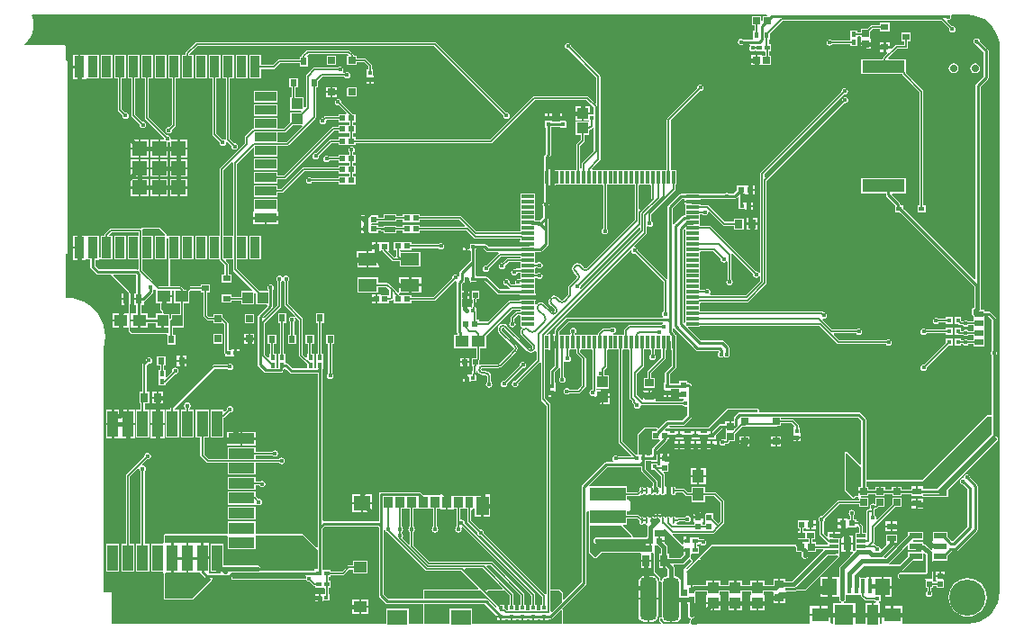
<source format=gtl>
G04*
G04 #@! TF.GenerationSoftware,Altium Limited,Altium Designer,21.1.1 (26)*
G04*
G04 Layer_Physical_Order=1*
G04 Layer_Color=255*
%FSLAX44Y44*%
%MOMM*%
G71*
G04*
G04 #@! TF.SameCoordinates,9AE9D992-6700-435F-BEFF-D62808151BB7*
G04*
G04*
G04 #@! TF.FilePolarity,Positive*
G04*
G01*
G75*
%ADD11C,0.2000*%
%ADD12C,0.2540*%
%ADD22R,0.5000X0.4500*%
%ADD23R,0.4500X0.4500*%
%ADD36R,0.5900X0.4500*%
%ADD37R,4.0000X1.2000*%
%ADD38R,0.8500X0.6000*%
%ADD39R,1.2000X0.3000*%
%ADD40R,0.3000X1.2000*%
%ADD41R,0.7000X0.6500*%
%ADD42R,1.0062X1.1051*%
%ADD43R,0.6153X0.5725*%
%ADD44R,0.4556X0.3612*%
%ADD45R,0.4500X0.6000*%
%ADD46R,0.9000X2.0000*%
%ADD47R,2.0000X0.9000*%
%ADD48R,1.3300X1.3300*%
G04:AMPARAMS|DCode=49|XSize=0.6mm|YSize=0.24mm|CornerRadius=0.12mm|HoleSize=0mm|Usage=FLASHONLY|Rotation=270.000|XOffset=0mm|YOffset=0mm|HoleType=Round|Shape=RoundedRectangle|*
%AMROUNDEDRECTD49*
21,1,0.6000,0.0000,0,0,270.0*
21,1,0.3600,0.2400,0,0,270.0*
1,1,0.2400,0.0000,-0.1800*
1,1,0.2400,0.0000,0.1800*
1,1,0.2400,0.0000,0.1800*
1,1,0.2400,0.0000,-0.1800*
%
%ADD49ROUNDEDRECTD49*%
%ADD50R,0.7581X0.8121*%
%ADD51R,0.6250X0.8250*%
%ADD52R,0.5000X0.5000*%
%ADD53R,1.3061X1.0582*%
%ADD54R,1.0000X0.5000*%
%ADD55R,0.4500X1.3800*%
%ADD56R,1.6500X1.3000*%
%ADD57R,1.0000X1.9000*%
%ADD58R,1.8000X1.9000*%
%ADD59R,1.4250X1.5500*%
%ADD70R,0.6000X0.4500*%
%ADD71R,0.8250X0.6250*%
%ADD72R,0.8121X0.7581*%
%ADD73R,0.3612X0.4556*%
%ADD74R,0.5725X0.6153*%
%ADD75R,0.4500X0.5000*%
%ADD78R,0.3500X0.3500*%
%ADD81R,0.6500X0.7000*%
%ADD101R,0.6000X0.7000*%
%ADD102C,1.4220*%
%ADD113R,0.7000X0.6000*%
%ADD120C,0.7000*%
%ADD123C,0.3500*%
%ADD124C,0.1500*%
%ADD125R,1.2000X0.6000*%
%ADD126R,3.4000X1.3000*%
%ADD127R,1.1000X1.0000*%
%ADD128R,0.7000X0.8500*%
%ADD129R,0.6500X0.6000*%
%ADD130R,0.6000X0.5500*%
%ADD131R,0.5500X0.5500*%
%ADD132R,0.6500X0.6500*%
%ADD133R,0.5000X0.5500*%
%ADD134R,0.8500X1.1000*%
%ADD135R,1.2000X1.0000*%
%ADD136R,0.7500X1.1000*%
%ADD137R,1.1700X1.8000*%
%ADD138R,1.5500X1.3500*%
%ADD139R,1.9000X1.3500*%
%ADD140R,0.8636X0.3048*%
%ADD141R,0.7874X1.1938*%
%ADD142R,1.0000X2.4500*%
%ADD143R,2.4500X1.0000*%
%ADD144R,1.2500X1.1000*%
%ADD145R,0.6500X1.0500*%
%ADD146R,0.5800X0.5400*%
G04:AMPARAMS|DCode=147|XSize=1.524mm|YSize=4mm|CornerRadius=0.381mm|HoleSize=0mm|Usage=FLASHONLY|Rotation=0.000|XOffset=0mm|YOffset=0mm|HoleType=Round|Shape=RoundedRectangle|*
%AMROUNDEDRECTD147*
21,1,1.5240,3.2380,0,0,0.0*
21,1,0.7620,4.0000,0,0,0.0*
1,1,0.7620,0.3810,-1.6190*
1,1,0.7620,-0.3810,-1.6190*
1,1,0.7620,-0.3810,1.6190*
1,1,0.7620,0.3810,1.6190*
%
%ADD147ROUNDEDRECTD147*%
%ADD148R,1.8000X1.2000*%
%ADD149R,1.1000X1.2500*%
%ADD150R,0.5500X0.6000*%
%ADD151R,0.6500X0.6500*%
%ADD152R,0.4500X0.4500*%
%ADD153R,1.0000X1.1000*%
%ADD154C,0.4000*%
%ADD155C,0.3810*%
%ADD156C,3.4000*%
%ADD157C,0.4000*%
G36*
X1018081Y661866D02*
X1023223Y660456D01*
X1028033Y658156D01*
X1032358Y655038D01*
X1036061Y651202D01*
X1039025Y646770D01*
X1041155Y641882D01*
X1042486Y636262D01*
X1042487Y636258D01*
X1042487Y636258D01*
X1042487Y636258D01*
X1042534Y636155D01*
X1042588Y636037D01*
X1042701Y635469D01*
X1042711Y635454D01*
Y119641D01*
X1042237Y114224D01*
X1040887Y109186D01*
X1038683Y104459D01*
X1035692Y100187D01*
X1032003Y96499D01*
X1027731Y93507D01*
X1023004Y91303D01*
X1017966Y89953D01*
X1012549Y89479D01*
X952563D01*
X951550Y90100D01*
X951550Y90749D01*
Y97100D01*
X932050D01*
Y90575D01*
X930902Y89805D01*
X930050Y90117D01*
Y97100D01*
X917050D01*
Y89479D01*
X907050D01*
Y97100D01*
X886050D01*
Y90117D01*
X885198Y89805D01*
X884050Y90575D01*
Y97100D01*
X864550D01*
Y90749D01*
X864550Y90100D01*
X863537Y89479D01*
X753436D01*
X752416Y90347D01*
X752411Y90701D01*
X752462Y90823D01*
Y91125D01*
X752420Y91227D01*
X752442Y91336D01*
X752425Y91420D01*
X752442Y91505D01*
X752420Y91613D01*
X752462Y91716D01*
Y91802D01*
X752495Y91881D01*
Y91992D01*
X752557Y92084D01*
X752574Y92169D01*
X752621Y92240D01*
X752643Y92349D01*
X752721Y92427D01*
X752754Y92507D01*
X752815Y92567D01*
X752858Y92670D01*
X752950Y92731D01*
X753117Y92982D01*
X753151Y93151D01*
X753314Y93396D01*
X753292Y93507D01*
X753335Y93612D01*
X753332Y94317D01*
X754280Y94964D01*
X755273Y95627D01*
X755936Y96620D01*
X756169Y97790D01*
Y108590D01*
X756860D01*
Y116590D01*
X756860Y116590D01*
Y117090D01*
X756860D01*
X756860Y117860D01*
Y119656D01*
X757265Y119927D01*
X757266Y119927D01*
X757266Y119927D01*
X757266Y119927D01*
X757470Y120131D01*
X767399D01*
Y117267D01*
X766899Y116204D01*
X766899Y115602D01*
Y110178D01*
X773430D01*
X779961D01*
X779961Y116204D01*
X779461Y117267D01*
Y120131D01*
X788305D01*
Y117267D01*
X787805Y116204D01*
X787805Y115602D01*
Y110178D01*
X794336D01*
X800867D01*
X800867Y116204D01*
X800367Y117267D01*
Y120131D01*
X809212D01*
Y117267D01*
X808711Y116204D01*
X808711Y115602D01*
Y110178D01*
X815242D01*
X821774D01*
X821774Y116204D01*
X821273Y117267D01*
Y120131D01*
X829299D01*
X830057Y119175D01*
X830057Y118861D01*
Y114885D01*
X835618D01*
X841179D01*
Y118791D01*
X841179Y118791D01*
X841451Y119174D01*
X842211Y119748D01*
X842279Y119718D01*
X842329Y119737D01*
X842380Y119719D01*
X859880Y120859D01*
X860222Y121028D01*
X860575Y121174D01*
X891667Y152266D01*
X891749Y152465D01*
X891901Y152617D01*
Y152832D01*
X891984Y153031D01*
X891901Y153230D01*
Y153434D01*
X891901Y153446D01*
X892223Y154705D01*
X892223D01*
X892223Y154705D01*
Y158514D01*
X892223Y159753D01*
X892223D01*
Y159785D01*
X892223Y159785D01*
X892223Y164832D01*
X892223Y166103D01*
Y169445D01*
X892723D01*
Y171469D01*
X886905D01*
Y172468D01*
X885905D01*
Y175492D01*
X881087D01*
Y172372D01*
X879914Y171886D01*
X877322Y174478D01*
Y185544D01*
X877701Y185797D01*
X878364Y186789D01*
X878597Y187960D01*
X878508Y188407D01*
X891952Y201851D01*
X910595D01*
Y199385D01*
X919095D01*
Y207885D01*
X912867D01*
X912166Y209155D01*
X912311Y209385D01*
X919095D01*
Y211320D01*
X926220D01*
Y209385D01*
X934720D01*
Y211320D01*
X941845D01*
Y209385D01*
X950345D01*
Y211320D01*
X960075D01*
Y209905D01*
X969743D01*
Y209550D01*
X970060Y208785D01*
X970825Y208468D01*
X993140D01*
X993905Y208785D01*
X994222Y209550D01*
Y215452D01*
X1040895Y262125D01*
X1041212Y262890D01*
Y264213D01*
X1041165Y264327D01*
X1041187Y264448D01*
X1041012Y264697D01*
X1040895Y264978D01*
X1040782Y265026D01*
X1040711Y265126D01*
X1040222Y265437D01*
X1039736Y266532D01*
Y342234D01*
X1040248Y342999D01*
X1040481Y344170D01*
X1040248Y345340D01*
X1039736Y346106D01*
Y376088D01*
X1039560Y376974D01*
X1039058Y377725D01*
X1034036Y382747D01*
X1033286Y383248D01*
X1032400Y383425D01*
X1028870D01*
Y385110D01*
X1024665D01*
Y594671D01*
X1031607Y601613D01*
X1032108Y602364D01*
X1032284Y603250D01*
Y628396D01*
X1032108Y629282D01*
X1031607Y630033D01*
X1024085Y637554D01*
X1023906Y638456D01*
X1023243Y639449D01*
X1022251Y640112D01*
X1021080Y640345D01*
X1019910Y640112D01*
X1018917Y639449D01*
X1018254Y638456D01*
X1018021Y637286D01*
X1018254Y636115D01*
X1018917Y635123D01*
X1019910Y634460D01*
X1020812Y634281D01*
X1027655Y627437D01*
Y604209D01*
X1020713Y597267D01*
X1020212Y596516D01*
X1020035Y595630D01*
Y413957D01*
X1018862Y413471D01*
X952250Y480083D01*
Y483310D01*
X949325D01*
Y484279D01*
X949149Y485165D01*
X948647Y485916D01*
X941303Y493260D01*
X941829Y494530D01*
X954450D01*
Y508530D01*
X912450D01*
Y494530D01*
X935768D01*
Y493208D01*
X935944Y492322D01*
X936445Y491571D01*
X943704Y484313D01*
X944350Y483310D01*
Y476810D01*
X948977D01*
X1018765Y407021D01*
Y387178D01*
X1018162Y387058D01*
X1017411Y386557D01*
X1016910Y385806D01*
X1016733Y384920D01*
Y381110D01*
X1016910Y380224D01*
X1017411Y379474D01*
X1018162Y378972D01*
X1018370Y378931D01*
Y377380D01*
X1018370Y377110D01*
Y376110D01*
X1018370Y375840D01*
Y373894D01*
X1013336D01*
X1013083Y374273D01*
X1012091Y374936D01*
X1010920Y375169D01*
X1009750Y374936D01*
X1008757Y374273D01*
X1008504Y373894D01*
X1006769D01*
X1006740Y373923D01*
Y377900D01*
X1000240D01*
Y371400D01*
X1004217D01*
X1004768Y370848D01*
X1005347Y370462D01*
X1006030Y370326D01*
X1008504D01*
X1008757Y369947D01*
X1009750Y369284D01*
X1010920Y369051D01*
X1012091Y369284D01*
X1013083Y369947D01*
X1013336Y370326D01*
X1018370D01*
Y368380D01*
X1018370Y368110D01*
Y367110D01*
X1018370Y366840D01*
Y364894D01*
X1013336D01*
X1013083Y365273D01*
X1012091Y365936D01*
X1010920Y366169D01*
X1009750Y365936D01*
X1008757Y365273D01*
X1008504Y364894D01*
X1006740D01*
Y367740D01*
X1000240D01*
Y361240D01*
X1006740D01*
Y361326D01*
X1008504D01*
X1008757Y360947D01*
X1009750Y360284D01*
X1010920Y360051D01*
X1012091Y360284D01*
X1013083Y360947D01*
X1013336Y361326D01*
X1018370D01*
Y359380D01*
X1018370Y359110D01*
Y358110D01*
X1018370Y357840D01*
Y356114D01*
X1013336D01*
X1013083Y356493D01*
X1012091Y357156D01*
X1010920Y357389D01*
X1009750Y357156D01*
X1008757Y356493D01*
X1008504Y356114D01*
X1006740D01*
Y357580D01*
X1000240D01*
Y351080D01*
X1006740D01*
Y352546D01*
X1008504D01*
X1008757Y352167D01*
X1009750Y351504D01*
X1010920Y351271D01*
X1012091Y351504D01*
X1013083Y352167D01*
X1013336Y352546D01*
X1018370D01*
Y350110D01*
X1028870D01*
Y357840D01*
X1028870Y358110D01*
Y359110D01*
X1028870Y359380D01*
Y366840D01*
X1028870Y367110D01*
Y368110D01*
X1028870Y368380D01*
Y375840D01*
X1028870Y376110D01*
Y377110D01*
X1028870Y377380D01*
Y378796D01*
X1031441D01*
X1035107Y375130D01*
Y346106D01*
X1034596Y345340D01*
X1034363Y344170D01*
X1034596Y342999D01*
X1035107Y342234D01*
Y285562D01*
X1031240D01*
X1031240Y285562D01*
X1030475Y285245D01*
X1030474Y285245D01*
X969832Y224602D01*
X917160D01*
Y281495D01*
X916983Y282381D01*
X916482Y283132D01*
X911973Y287641D01*
X911222Y288142D01*
X910336Y288319D01*
X816422D01*
Y290830D01*
X816105Y291595D01*
X815340Y291912D01*
X787400D01*
X786635Y291595D01*
X786635Y291595D01*
X769172Y274132D01*
X732547D01*
X731910Y275402D01*
X732218Y275816D01*
X745014D01*
X745900Y275992D01*
X746651Y276493D01*
X753001Y282843D01*
X753503Y283594D01*
X753679Y284480D01*
Y312928D01*
X753503Y313814D01*
X753001Y314565D01*
X751764Y315802D01*
X751013Y316304D01*
X750127Y316480D01*
X749352D01*
Y318242D01*
X741628D01*
Y315223D01*
X733056D01*
Y316186D01*
X732564D01*
Y324161D01*
X738310Y329907D01*
X738811Y330658D01*
X738988Y331543D01*
Y347300D01*
X739173D01*
Y361300D01*
X737746D01*
X737581Y362126D01*
X737079Y362877D01*
X735157Y364800D01*
Y367259D01*
X735663Y367576D01*
X736427Y367740D01*
X757145Y347021D01*
X757896Y346520D01*
X758782Y346343D01*
X778603D01*
X778736Y346211D01*
Y344836D01*
X778224Y344071D01*
X777991Y342900D01*
X778224Y341730D01*
X778887Y340737D01*
X779880Y340074D01*
X781050Y339841D01*
X782221Y340074D01*
X783213Y340737D01*
X783967D01*
X784959Y340074D01*
X786130Y339841D01*
X787300Y340074D01*
X788293Y340737D01*
X788956Y341730D01*
X789189Y342900D01*
X788956Y344071D01*
X788445Y344836D01*
Y349274D01*
X788268Y350160D01*
X787767Y350911D01*
X783303Y355374D01*
X782552Y355876D01*
X781666Y356052D01*
X761845D01*
X749771Y368127D01*
X750257Y369300D01*
X761173D01*
Y370016D01*
X873331D01*
X890278Y353068D01*
X890857Y352682D01*
X891540Y352546D01*
X936114D01*
X936367Y352167D01*
X937359Y351504D01*
X938530Y351271D01*
X939700Y351504D01*
X940693Y352167D01*
X941356Y353159D01*
X941589Y354330D01*
X941356Y355500D01*
X940693Y356493D01*
X939700Y357156D01*
X938530Y357389D01*
X937359Y357156D01*
X936367Y356493D01*
X936114Y356114D01*
X892279D01*
X886861Y361532D01*
X887347Y362706D01*
X908174D01*
X908427Y362327D01*
X909419Y361664D01*
X910590Y361431D01*
X911760Y361664D01*
X912753Y362327D01*
X913416Y363320D01*
X913649Y364490D01*
X913416Y365661D01*
X912753Y366653D01*
X911760Y367316D01*
X910590Y367549D01*
X909419Y367316D01*
X908427Y366653D01*
X908174Y366274D01*
X885655D01*
X876300Y375629D01*
X876926Y376799D01*
X877570Y376671D01*
X878740Y376904D01*
X879733Y377567D01*
X880396Y378559D01*
X880629Y379730D01*
X880396Y380900D01*
X879733Y381893D01*
X878740Y382556D01*
X877570Y382789D01*
X877123Y382700D01*
X876762Y383062D01*
X876183Y383449D01*
X875500Y383584D01*
X761173D01*
X761173Y389300D01*
X761173Y390868D01*
X762071Y391766D01*
X805517D01*
X806200Y391901D01*
X806779Y392288D01*
X823420Y408929D01*
X823807Y409508D01*
X823942Y410191D01*
Y505951D01*
X897189Y579198D01*
X897636Y579109D01*
X898807Y579342D01*
X899799Y580005D01*
X900462Y580998D01*
X900695Y582168D01*
X900462Y583339D01*
X899799Y584331D01*
X898807Y584994D01*
X897636Y585227D01*
X896466Y584994D01*
X895473Y584331D01*
X894810Y583339D01*
X894577Y582168D01*
X894666Y581721D01*
X822616Y509671D01*
X821442Y510157D01*
Y512087D01*
X896681Y587326D01*
X897128Y587237D01*
X898298Y587470D01*
X899291Y588133D01*
X899954Y589126D01*
X900187Y590296D01*
X899954Y591466D01*
X899291Y592459D01*
X898298Y593122D01*
X897128Y593355D01*
X895957Y593122D01*
X894965Y592459D01*
X894302Y591466D01*
X894069Y590296D01*
X894158Y589849D01*
X818396Y514088D01*
X818009Y513509D01*
X817874Y512826D01*
Y420119D01*
X816604Y419734D01*
X816261Y420247D01*
X815268Y420910D01*
X814098Y421143D01*
X813651Y421054D01*
X771644Y463062D01*
X771065Y463448D01*
X770382Y463584D01*
X762147D01*
X761173Y464300D01*
Y469300D01*
X761173Y474300D01*
X762147Y475016D01*
X763394D01*
X763647Y474637D01*
X764640Y473974D01*
X765810Y473741D01*
X766981Y473974D01*
X767973Y474637D01*
X768636Y475630D01*
X768825Y476581D01*
X769493Y476950D01*
X770105Y477097D01*
X782672Y464530D01*
X783251Y464143D01*
X783934Y464007D01*
X792850D01*
Y460731D01*
X802431D01*
Y470852D01*
X792850D01*
Y467576D01*
X784673D01*
X769187Y483062D01*
X768608Y483448D01*
X767925Y483584D01*
X762854D01*
X761673Y483800D01*
Y485800D01*
X746673D01*
Y483800D01*
X747173D01*
Y479300D01*
X747173Y474513D01*
X746171Y473987D01*
X746049Y473949D01*
X745243Y473788D01*
X744492Y473287D01*
X736427Y465221D01*
X735663Y465386D01*
X735157Y465703D01*
Y480423D01*
X743989Y489255D01*
X746673D01*
Y487800D01*
X761673D01*
Y489485D01*
X784448D01*
X785213Y488974D01*
X786384Y488741D01*
X787554Y488974D01*
X788320Y489485D01*
X793584D01*
X794470Y489662D01*
X795221Y490163D01*
X796137Y491079D01*
X797310Y490593D01*
Y483385D01*
X797361Y483127D01*
X797369Y482864D01*
X797449Y482689D01*
X797486Y482500D01*
X797604Y482324D01*
Y479794D01*
X803160D01*
Y479294D01*
X805938D01*
Y482600D01*
Y485906D01*
X803160D01*
Y485906D01*
X801939Y486024D01*
Y493978D01*
X803619D01*
Y493478D01*
X807196D01*
Y497840D01*
Y502202D01*
X803619D01*
Y501702D01*
X795548D01*
Y497036D01*
X792626Y494114D01*
X788320D01*
X787554Y494626D01*
X786384Y494859D01*
X785213Y494626D01*
X784448Y494114D01*
X761173D01*
Y494300D01*
X747173D01*
Y493884D01*
X743030D01*
X742144Y493708D01*
X741393Y493206D01*
X731206Y483019D01*
X730704Y482268D01*
X730528Y481382D01*
Y414252D01*
X729258Y413726D01*
X702740Y440243D01*
X702829Y440690D01*
X702596Y441861D01*
X701933Y442853D01*
X700940Y443516D01*
X699992Y443705D01*
X699621Y444378D01*
X699477Y444985D01*
X710435Y455943D01*
X710821Y456522D01*
X710957Y457205D01*
Y462814D01*
X712227Y463493D01*
X712570Y463264D01*
X713740Y463031D01*
X714911Y463264D01*
X715903Y463927D01*
X716566Y464920D01*
X716799Y466090D01*
X716566Y467261D01*
X715903Y468253D01*
X715524Y468506D01*
Y474422D01*
X737935Y496832D01*
X738322Y497411D01*
X738457Y498094D01*
Y502300D01*
X739173D01*
Y516300D01*
X734173D01*
X733457Y517273D01*
Y563294D01*
X761045Y590882D01*
X761492Y590793D01*
X762663Y591026D01*
X763655Y591689D01*
X764318Y592682D01*
X764551Y593852D01*
X764318Y595023D01*
X763655Y596015D01*
X762663Y596678D01*
X761492Y596911D01*
X760322Y596678D01*
X759329Y596015D01*
X758666Y595023D01*
X758433Y593852D01*
X758522Y593405D01*
X730411Y565295D01*
X730024Y564716D01*
X729889Y564033D01*
Y516300D01*
X725443D01*
X724173Y516300D01*
Y516300D01*
X724173D01*
Y516300D01*
X715443D01*
X714173Y516300D01*
X712903Y516300D01*
X705443D01*
X704173Y516300D01*
X702903Y516300D01*
X695443D01*
X694173Y516300D01*
X692903Y516300D01*
X685443D01*
X684173Y516300D01*
X682903Y516300D01*
X679173Y516300D01*
X677903Y516300D01*
X670443D01*
X669173Y516300D01*
X667903Y516300D01*
X660148Y516300D01*
X659622Y517570D01*
X666896Y524844D01*
X667283Y525423D01*
X667419Y526106D01*
Y604366D01*
X667283Y605048D01*
X666896Y605627D01*
X640002Y632521D01*
X640091Y632968D01*
X639858Y634138D01*
X639195Y635131D01*
X638203Y635794D01*
X637032Y636027D01*
X635862Y635794D01*
X634869Y635131D01*
X634206Y634138D01*
X633973Y632968D01*
X634206Y631797D01*
X634869Y630805D01*
X635862Y630142D01*
X637032Y629909D01*
X637479Y629998D01*
X663850Y603627D01*
Y579596D01*
X662677Y579110D01*
X656326Y585462D01*
X655747Y585849D01*
X655064Y585984D01*
X605485D01*
X604802Y585849D01*
X604223Y585462D01*
X564106Y545344D01*
X437510D01*
Y547310D01*
X435294D01*
Y551240D01*
X437510D01*
Y558740D01*
X435294D01*
Y561242D01*
X437510D01*
Y568742D01*
X434957D01*
X434772Y569020D01*
X423848Y579943D01*
X423937Y580390D01*
X423704Y581561D01*
X423041Y582553D01*
X422048Y583216D01*
X420878Y583449D01*
X419707Y583216D01*
X418715Y582553D01*
X418052Y581561D01*
X417819Y580390D01*
X418052Y579220D01*
X418715Y578227D01*
X419707Y577564D01*
X420878Y577331D01*
X421325Y577420D01*
X428732Y570013D01*
X428206Y568742D01*
X421010D01*
Y566777D01*
X408783D01*
X408100Y566641D01*
X407521Y566254D01*
X406787Y565520D01*
X406340Y565609D01*
X405169Y565376D01*
X404177Y564713D01*
X403514Y563721D01*
X403281Y562550D01*
X403514Y561380D01*
X404177Y560387D01*
X405169Y559724D01*
X406340Y559491D01*
X407511Y559724D01*
X408503Y560387D01*
X409166Y561380D01*
X409399Y562550D01*
X410563Y563208D01*
X421010D01*
Y561242D01*
X428240D01*
X429010Y561242D01*
X430280Y561242D01*
X431726D01*
Y559638D01*
X430828Y558740D01*
X429510Y558740D01*
X428240Y558740D01*
X421010D01*
Y556774D01*
X416360D01*
X415677Y556638D01*
X415098Y556252D01*
X369741Y510894D01*
X363830D01*
Y514610D01*
X341830D01*
Y503610D01*
X363830D01*
Y507326D01*
X370480D01*
X371163Y507462D01*
X371741Y507848D01*
X417099Y553206D01*
X421010D01*
Y551240D01*
X428240D01*
X429010Y551240D01*
X430280Y551240D01*
X431726D01*
Y548208D01*
X430828Y547310D01*
X429510Y547310D01*
X428240Y547310D01*
X421010D01*
Y545344D01*
X414020D01*
X413337Y545209D01*
X412758Y544822D01*
X400497Y532560D01*
X400050Y532649D01*
X398880Y532416D01*
X397887Y531753D01*
X397224Y530760D01*
X396991Y529590D01*
X397224Y528419D01*
X397887Y527427D01*
X398880Y526764D01*
X400050Y526531D01*
X401221Y526764D01*
X402213Y527427D01*
X402876Y528419D01*
X403109Y529590D01*
X403020Y530037D01*
X414759Y541776D01*
X421010D01*
Y539810D01*
X428240D01*
X429010Y539810D01*
X430280Y539810D01*
X437510D01*
Y541776D01*
X564845D01*
X565527Y541912D01*
X566106Y542298D01*
X606224Y582416D01*
X654325D01*
X661350Y575391D01*
Y569110D01*
X660080Y568324D01*
X659384Y568463D01*
X658934Y568373D01*
X658599Y568610D01*
X651664D01*
Y563110D01*
X656396D01*
X656552Y562880D01*
X655878Y561610D01*
X644164D01*
Y549610D01*
X648879D01*
Y544723D01*
X645411Y541255D01*
X645024Y540676D01*
X644889Y539993D01*
Y516300D01*
X639173Y516300D01*
X637903Y516300D01*
X630443D01*
X629173Y516300D01*
X627903Y516300D01*
X624673D01*
Y516800D01*
X622673D01*
Y509300D01*
Y501800D01*
X624673D01*
Y501800D01*
X625173Y502300D01*
X629173Y502300D01*
X630443Y502300D01*
X637903D01*
X639173Y502300D01*
X640443Y502300D01*
X647903D01*
X649173Y502300D01*
Y502300D01*
X649173D01*
Y502300D01*
X657903D01*
X659173Y502300D01*
X660443Y502300D01*
X667903D01*
X669173Y502300D01*
X669889Y501326D01*
Y461394D01*
X669510Y461141D01*
X668847Y460149D01*
X668614Y458978D01*
X668847Y457808D01*
X669510Y456815D01*
X670502Y456152D01*
X671673Y455919D01*
X672844Y456152D01*
X673836Y456815D01*
X674499Y457808D01*
X674732Y458978D01*
X674499Y460149D01*
X673836Y461141D01*
X673457Y461394D01*
Y502300D01*
X679173Y502300D01*
X680443Y502300D01*
X684173Y502300D01*
X685443Y502300D01*
X692903D01*
X694173Y502300D01*
X695443Y502300D01*
X699889D01*
Y469547D01*
X665081Y434739D01*
X654597Y424255D01*
X654575Y424222D01*
X653548Y423797D01*
X652467Y424255D01*
X651569Y425153D01*
X649592Y427130D01*
X649638Y427176D01*
X647971Y428290D01*
X646004Y428681D01*
X644038Y428290D01*
X642371Y427176D01*
X642371Y427176D01*
X642371Y427176D01*
X642371Y427176D01*
X641257Y425508D01*
X640865Y423542D01*
X641257Y421576D01*
X642371Y419908D01*
X642416Y419954D01*
X645291Y417079D01*
X645324Y417057D01*
X645756Y416014D01*
X645324Y414971D01*
X645291Y414949D01*
X637785Y407443D01*
X637398Y406864D01*
X637262Y406181D01*
Y399025D01*
X632266Y394030D01*
X632244Y393997D01*
X631202Y393565D01*
X630159Y393997D01*
X630137Y394030D01*
X627398Y396768D01*
X627444Y396814D01*
X625777Y397928D01*
X623810Y398319D01*
X621844Y397928D01*
X620177Y396814D01*
X620177Y396814D01*
X620177Y396814D01*
X619063Y395147D01*
X618672Y393180D01*
X619063Y391214D01*
X620177Y389547D01*
X620177Y389547D01*
X621120Y388694D01*
X624375Y385440D01*
X624375Y385440D01*
X624407Y385418D01*
X624808Y384451D01*
X624300Y383256D01*
X623310Y382846D01*
X622267Y383278D01*
X622245Y383310D01*
X615164Y390392D01*
X615209Y390437D01*
X613542Y391551D01*
X611576Y391942D01*
X609609Y391551D01*
X607942Y390438D01*
Y390438D01*
X607443Y389690D01*
X606173Y390076D01*
Y393800D01*
X606673D01*
Y395800D01*
X591673D01*
Y393800D01*
X590492Y393584D01*
X582300D01*
X581617Y393448D01*
X581038Y393062D01*
X561548Y373571D01*
X553080D01*
Y375537D01*
X550864D01*
Y381040D01*
X551136D01*
Y386652D01*
X551136D01*
X550476Y387382D01*
X551275Y395405D01*
X553330D01*
Y402405D01*
X546330D01*
Y395405D01*
X546742D01*
X547595Y394463D01*
X546850Y386987D01*
X545580Y387050D01*
Y387152D01*
X542802D01*
Y383846D01*
X540802D01*
Y387152D01*
X538024D01*
X536984Y387709D01*
Y394905D01*
X538830D01*
Y398904D01*
Y402905D01*
X536984D01*
Y409251D01*
X538447Y410714D01*
X540802D01*
Y414020D01*
X542802D01*
Y410714D01*
X545580D01*
Y411214D01*
X551136D01*
Y411706D01*
X558556D01*
X570098Y400163D01*
X570849Y399662D01*
X571735Y399486D01*
X591673D01*
Y397800D01*
X606673D01*
Y399800D01*
X606173D01*
Y409300D01*
X606173D01*
Y409300D01*
X606173D01*
X606173Y414300D01*
X606579Y414599D01*
X607945Y414637D01*
X608937Y413974D01*
X610108Y413741D01*
X611278Y413974D01*
X612271Y414637D01*
X612934Y415630D01*
X613167Y416800D01*
X612934Y417971D01*
X612271Y418963D01*
X611278Y419626D01*
X610108Y419859D01*
X608937Y419626D01*
X607945Y418963D01*
X607692Y418585D01*
X606173D01*
X606173Y424300D01*
X606579Y424599D01*
X607945Y424637D01*
X608937Y423974D01*
X610108Y423741D01*
X611278Y423974D01*
X612271Y424637D01*
X612934Y425630D01*
X613167Y426800D01*
X612934Y427971D01*
X612271Y428963D01*
X611278Y429626D01*
X610108Y429859D01*
X608937Y429626D01*
X607945Y428963D01*
X607692Y428585D01*
X606173D01*
Y434300D01*
X606173Y439300D01*
X607366Y439486D01*
X610964D01*
X611850Y439662D01*
X612601Y440163D01*
X617841Y445403D01*
X618342Y446154D01*
X618518Y447040D01*
Y460196D01*
Y470100D01*
X618811Y470538D01*
X618987Y471424D01*
Y482382D01*
X619030Y482445D01*
X619263Y483616D01*
X619030Y484786D01*
X618987Y484850D01*
Y501800D01*
X620673D01*
Y509300D01*
Y516800D01*
X618987D01*
Y528084D01*
X620127Y529223D01*
X620628Y529974D01*
X620804Y530860D01*
Y556304D01*
X621296D01*
Y557267D01*
X629799D01*
Y556304D01*
X635411D01*
Y561860D01*
X635911D01*
Y564638D01*
X632605D01*
X629299D01*
Y561896D01*
X621796D01*
Y564638D01*
X618490D01*
X615184D01*
Y561860D01*
X615684D01*
Y556304D01*
X616175D01*
Y531819D01*
X615036Y530680D01*
X614535Y529929D01*
X614358Y529043D01*
Y516300D01*
X614173D01*
Y502300D01*
X614358D01*
Y485991D01*
X614041Y485779D01*
X613378Y484786D01*
X613145Y483616D01*
X613378Y482445D01*
X613890Y481680D01*
Y471914D01*
X610743Y468767D01*
X610486Y468938D01*
X610485Y468938D01*
X610485Y468939D01*
X610040Y469027D01*
X609600Y469115D01*
X607071D01*
X606173Y470013D01*
X606173Y474300D01*
X606173Y475570D01*
Y479300D01*
X606173Y484300D01*
X606173Y485570D01*
Y494300D01*
X592173D01*
Y489300D01*
X592173Y484300D01*
X592173Y483030D01*
Y479300D01*
X592173Y474300D01*
X592173Y473030D01*
Y465570D01*
X592173Y464300D01*
X592173D01*
Y464300D01*
X592173D01*
Y458585D01*
X550774D01*
X536927Y472432D01*
X536348Y472818D01*
X535666Y472954D01*
X497902D01*
Y474920D01*
X490673D01*
X489902Y474920D01*
X488633Y474920D01*
X481403D01*
Y472954D01*
X475900D01*
Y475090D01*
X463900D01*
Y471684D01*
X458650D01*
Y473600D01*
X451350D01*
Y474100D01*
X447950D01*
Y469900D01*
X446950D01*
Y468900D01*
X442550D01*
Y466367D01*
X442550Y465700D01*
X442550Y464430D01*
Y461897D01*
X446950D01*
Y460897D01*
X447950D01*
Y456697D01*
X451350D01*
Y457197D01*
X458650D01*
Y459113D01*
X461394D01*
X461651Y458941D01*
X462333Y458806D01*
X463900D01*
Y457090D01*
X475900D01*
Y459226D01*
X481403D01*
Y457260D01*
X488633D01*
X489403Y457260D01*
X490673Y457260D01*
X497902D01*
Y459226D01*
X541551D01*
X548648Y452128D01*
X549227Y451741D01*
X549910Y451606D01*
X592173D01*
Y449800D01*
X591673D01*
Y447800D01*
X599173D01*
Y445800D01*
X591673D01*
Y444114D01*
X562459D01*
X560437Y446137D01*
X559686Y446638D01*
X558800Y446814D01*
X551136D01*
Y447306D01*
X545580D01*
Y447806D01*
X542802D01*
Y444500D01*
Y441194D01*
X544617D01*
X545511Y440292D01*
X545441Y431112D01*
X535573Y421245D01*
X535072Y420494D01*
X534896Y419608D01*
Y417062D01*
X533625Y416677D01*
X533277Y417199D01*
X532285Y417862D01*
X531114Y418095D01*
X529944Y417862D01*
X528951Y417199D01*
X528288Y416207D01*
X528055Y415036D01*
X528144Y414589D01*
X510309Y396754D01*
X489580D01*
Y398720D01*
X482350D01*
X481580Y398720D01*
X480310Y398720D01*
X478922D01*
X478302Y399599D01*
X478850Y400742D01*
X479202Y400742D01*
X487630D01*
Y407243D01*
X478130D01*
Y401903D01*
X478130Y401219D01*
X476895Y400659D01*
X468049Y409504D01*
X467470Y409891D01*
X466787Y410027D01*
X458630D01*
Y415243D01*
X438630D01*
Y401242D01*
X458630D01*
Y406458D01*
X466048D01*
X469211Y403296D01*
Y399774D01*
X468810Y398670D01*
X461510D01*
Y399170D01*
X458110D01*
Y394970D01*
Y390770D01*
X461510D01*
Y391270D01*
X468810D01*
Y393186D01*
X469725D01*
X470408Y393321D01*
X470987Y393708D01*
X471810Y394532D01*
X473080Y394005D01*
Y391220D01*
X480310D01*
X481080Y391220D01*
X482350Y391220D01*
X489580D01*
Y393186D01*
X511048D01*
X511731Y393321D01*
X512310Y393708D01*
X530494Y411893D01*
X531704Y411873D01*
X532484Y410856D01*
X532355Y410210D01*
Y365111D01*
X532409Y364840D01*
X532421Y364565D01*
X532915Y362533D01*
X532130Y361535D01*
X529539D01*
Y348952D01*
X544599D01*
Y348952D01*
X545061D01*
Y348952D01*
X550806D01*
Y339143D01*
X546330D01*
Y332143D01*
X546742D01*
X547595Y331202D01*
X546850Y323726D01*
X545580Y323789D01*
Y323891D01*
X542802D01*
Y320585D01*
Y317278D01*
X545580D01*
Y317778D01*
X551136D01*
Y323391D01*
X551136D01*
X550476Y324121D01*
X550766Y327041D01*
X552049Y327104D01*
X552135Y326674D01*
X553248Y325006D01*
X554916Y323893D01*
X556882Y323501D01*
Y323566D01*
X559574D01*
X559613Y323573D01*
X560656Y323142D01*
X561087Y322099D01*
X561080Y322060D01*
Y317122D01*
X560701Y316869D01*
X560038Y315877D01*
X559805Y314706D01*
X560038Y313535D01*
X560701Y312543D01*
X561693Y311880D01*
X562864Y311647D01*
X564035Y311880D01*
X565027Y312543D01*
X565690Y313535D01*
X565923Y314706D01*
X565690Y315877D01*
X565027Y316869D01*
X564648Y317122D01*
Y322060D01*
X564713D01*
X564322Y324027D01*
X563208Y325694D01*
X561540Y326808D01*
X559574Y327199D01*
Y327134D01*
X556882D01*
X556843Y327127D01*
X555876Y327527D01*
X555391Y328732D01*
X555801Y329722D01*
X556843Y330154D01*
X556882Y330146D01*
X571327D01*
Y330081D01*
X573294Y330473D01*
X573945Y330908D01*
X573945Y330908D01*
X574961Y331586D01*
X574916Y331632D01*
X582382Y339098D01*
X588262Y344979D01*
X588308Y344933D01*
X589422Y346600D01*
X589813Y348567D01*
X589422Y350533D01*
X588308Y352200D01*
X588262Y352155D01*
X574954Y365462D01*
X574954Y365463D01*
X574954Y365463D01*
X574528Y366468D01*
X574991Y367556D01*
X576095Y368025D01*
X577062Y367625D01*
X577084Y367592D01*
X598605Y346071D01*
X598560Y346025D01*
X600227Y344911D01*
X602193Y344520D01*
X604160Y344911D01*
X605827Y346025D01*
X605827Y346025D01*
X605827Y346025D01*
X606292Y346252D01*
X607562Y345537D01*
Y337797D01*
X587695Y317930D01*
X587248Y318019D01*
X586077Y317786D01*
X585085Y317123D01*
X584422Y316131D01*
X584189Y314960D01*
X584422Y313790D01*
X585085Y312797D01*
X586077Y312134D01*
X587248Y311901D01*
X588419Y312134D01*
X589411Y312797D01*
X590074Y313790D01*
X590307Y314960D01*
X590218Y315407D01*
X610368Y335557D01*
X611305Y335308D01*
X611638Y335074D01*
Y300783D01*
X611774Y300100D01*
X612161Y299522D01*
X616896Y294787D01*
Y117605D01*
X616872Y117586D01*
X615626Y117148D01*
X557960Y174813D01*
X558049Y175260D01*
X557816Y176430D01*
X557153Y177423D01*
X556161Y178086D01*
X554990Y178319D01*
X554543Y178230D01*
X546269Y186504D01*
Y196587D01*
X547167Y197485D01*
X549235Y197485D01*
X549235Y196215D01*
Y189985D01*
X555585D01*
Y200485D01*
Y210985D01*
X550298D01*
X549235Y210985D01*
X548172Y210485D01*
X539735D01*
Y210485D01*
X539235D01*
Y210485D01*
X529798D01*
X528735Y210985D01*
X527672Y210985D01*
X523985D01*
Y203985D01*
Y196985D01*
X527672D01*
X528735Y196985D01*
X529798Y197485D01*
X532201D01*
Y180841D01*
X531822Y180588D01*
X531159Y179595D01*
X530926Y178425D01*
X531159Y177254D01*
X531822Y176262D01*
X532815Y175599D01*
X533985Y175366D01*
X535156Y175599D01*
X536148Y176262D01*
X536811Y177254D01*
X537044Y178425D01*
X536811Y179595D01*
X537255Y180440D01*
X537570Y180745D01*
X538151Y180686D01*
X602736Y116101D01*
Y107580D01*
X601270D01*
Y102114D01*
X597610D01*
Y107580D01*
X596144D01*
Y116840D01*
X596008Y117523D01*
X595622Y118102D01*
X566452Y147271D01*
X565873Y147658D01*
X565190Y147794D01*
X506960D01*
X491769Y162985D01*
Y176009D01*
X492148Y176262D01*
X492811Y177254D01*
X493044Y178425D01*
X492811Y179595D01*
X492148Y180588D01*
X491769Y180841D01*
Y197485D01*
X495235D01*
Y197485D01*
X495735D01*
Y197485D01*
X505465D01*
X506235Y197485D01*
X507505Y197485D01*
X510201D01*
Y180841D01*
X509822Y180588D01*
X509159Y179595D01*
X508927Y178425D01*
X509159Y177254D01*
X509822Y176262D01*
X510815Y175599D01*
X511985Y175366D01*
X513156Y175599D01*
X514148Y176262D01*
X514811Y177254D01*
X515044Y178425D01*
X514811Y179595D01*
X514148Y180588D01*
X513769Y180841D01*
Y197485D01*
X517235D01*
Y196985D01*
X521985D01*
Y203985D01*
Y210985D01*
X517235D01*
Y210485D01*
X507505D01*
X506735Y210485D01*
X505465Y210485D01*
X501037D01*
X498130Y213392D01*
X497379Y213894D01*
X496493Y214070D01*
X461464D01*
X460578Y213894D01*
X459828Y213392D01*
X459326Y212641D01*
X459150Y211756D01*
Y185956D01*
X407476D01*
X407444Y185950D01*
X406175Y186914D01*
Y328930D01*
Y329300D01*
X407110D01*
Y335530D01*
X407110Y336300D01*
X407110Y337570D01*
Y343800D01*
X405644D01*
Y372530D01*
X407860D01*
Y381530D01*
X399860D01*
Y372530D01*
X402076D01*
Y343800D01*
X400610D01*
Y337570D01*
X400610Y336800D01*
X400610Y335530D01*
Y329720D01*
X398107D01*
Y335530D01*
X398107Y336300D01*
X398107D01*
Y336800D01*
X398107D01*
Y343800D01*
X396144D01*
Y352530D01*
X398360D01*
Y361530D01*
X390360D01*
Y352530D01*
X392576D01*
Y343800D01*
X391607D01*
Y340483D01*
X390434Y339996D01*
X387864Y342566D01*
Y375920D01*
X387729Y376603D01*
X387342Y377182D01*
X373894Y390629D01*
Y411604D01*
X374273Y411857D01*
X374936Y412850D01*
X375169Y414020D01*
X374936Y415191D01*
X374273Y416183D01*
X373280Y416846D01*
X372110Y417079D01*
X370939Y416846D01*
X369947Y416183D01*
X369668Y415765D01*
X368202D01*
X367923Y416183D01*
X366931Y416846D01*
X365760Y417079D01*
X364590Y416846D01*
X363597Y416183D01*
X362934Y415191D01*
X362701Y414020D01*
X362934Y412850D01*
X363597Y411857D01*
X363976Y411604D01*
Y389359D01*
X351888Y377271D01*
X350509Y377689D01*
X350463Y377924D01*
X359015Y386475D01*
X359516Y387226D01*
X359692Y388112D01*
Y403956D01*
X360204Y404721D01*
X360437Y405892D01*
X360204Y407062D01*
X359541Y408055D01*
X358549Y408718D01*
X357378Y408951D01*
X356208Y408718D01*
X355215Y408055D01*
X354552Y407062D01*
X354319Y405892D01*
X354552Y404721D01*
X355027Y404010D01*
X354771Y402740D01*
X346423D01*
X325634Y423529D01*
Y432160D01*
X335630D01*
Y454160D01*
X325634D01*
Y522501D01*
X340657Y537523D01*
X341830Y537037D01*
Y529010D01*
X363830D01*
Y539177D01*
X373391Y539236D01*
X373727Y539305D01*
X374063Y539371D01*
X374067Y539375D01*
X374073Y539376D01*
X374356Y539567D01*
X374642Y539758D01*
X399382Y564498D01*
X399769Y565077D01*
X399904Y565760D01*
Y593830D01*
X402120D01*
Y600307D01*
X405819Y604006D01*
X426844D01*
X427097Y603627D01*
X428089Y602964D01*
X429260Y602731D01*
X430430Y602964D01*
X431423Y603627D01*
X432086Y604619D01*
X432319Y605790D01*
X432086Y606960D01*
X431423Y607953D01*
X430430Y608616D01*
X429260Y608849D01*
X428089Y608616D01*
X427097Y607953D01*
X426844Y607574D01*
X425663D01*
X425322Y608230D01*
X425164Y608844D01*
X425736Y609700D01*
X425969Y610870D01*
X425736Y612040D01*
X425073Y613033D01*
X424081Y613696D01*
X422910Y613929D01*
X421740Y613696D01*
X420747Y613033D01*
X420494Y612654D01*
X398780D01*
X398097Y612519D01*
X397518Y612132D01*
X391168Y605782D01*
X390782Y605203D01*
X390646Y604520D01*
Y575653D01*
X390035Y575171D01*
X388770Y575738D01*
Y584500D01*
X380904D01*
Y593830D01*
X383120D01*
Y602830D01*
X375120D01*
Y593830D01*
X377336D01*
Y584500D01*
X375770D01*
Y572500D01*
X386004D01*
X386477Y571391D01*
X385742Y570500D01*
X375770D01*
Y561023D01*
X370245Y555498D01*
X364731Y555454D01*
X363830Y556348D01*
Y565410D01*
X341830D01*
Y555444D01*
X341570D01*
X340887Y555308D01*
X340308Y554922D01*
X333539Y548152D01*
X333152Y547573D01*
X333016Y546890D01*
Y541121D01*
X309918Y518024D01*
X309531Y517445D01*
X309396Y516762D01*
Y454160D01*
X299230D01*
Y432160D01*
X309450D01*
X309531Y431752D01*
X309918Y431173D01*
X314286Y426806D01*
Y418408D01*
X311570D01*
Y410408D01*
X320570D01*
Y418408D01*
X317854D01*
Y427545D01*
X317718Y428228D01*
X317332Y428807D01*
X315152Y430987D01*
X315638Y432160D01*
X322066D01*
Y422790D01*
X322201Y422107D01*
X322588Y421528D01*
X340204Y403913D01*
X339717Y402740D01*
X329900D01*
Y397192D01*
X320570D01*
Y399407D01*
X311570D01*
Y391407D01*
X320570D01*
Y393623D01*
X329900D01*
Y389740D01*
X341900D01*
Y400471D01*
X343010Y400945D01*
X343900Y400210D01*
Y389740D01*
X353937D01*
X354463Y388470D01*
X345835Y379843D01*
X345334Y379092D01*
X345158Y378206D01*
Y333248D01*
X345334Y332362D01*
X345835Y331611D01*
X351169Y326277D01*
X351920Y325776D01*
X352806Y325600D01*
X367030D01*
X367188Y325631D01*
X367349Y325622D01*
X367627Y325718D01*
X367916Y325776D01*
X368050Y325865D01*
X368202Y325918D01*
X368422Y326114D01*
X368667Y326277D01*
X368756Y326412D01*
X368877Y326519D01*
X369005Y326784D01*
X369168Y327028D01*
X369200Y327187D01*
X369270Y327332D01*
X369782Y329300D01*
X371550D01*
X371550Y329300D01*
Y329300D01*
X372509Y328620D01*
X375359Y325769D01*
X376110Y325268D01*
X376996Y325092D01*
X401545D01*
Y180026D01*
Y161715D01*
X400372Y161229D01*
X388115Y173485D01*
X387350Y173802D01*
X343804D01*
X343373Y174968D01*
X343370Y174984D01*
Y185630D01*
X316870D01*
Y174984D01*
X316867Y174968D01*
X316436Y173802D01*
X257810D01*
X257045Y173485D01*
X256728Y172720D01*
Y166344D01*
X256787Y166200D01*
X256500Y165501D01*
X256068Y164961D01*
X256022Y164930D01*
X245170D01*
Y138430D01*
X256022D01*
X256068Y138399D01*
X256501Y137859D01*
X256787Y137160D01*
X256728Y137016D01*
Y113030D01*
X257045Y112265D01*
X257810Y111948D01*
X283210D01*
X283210Y111948D01*
X283975Y112265D01*
X301930Y130219D01*
X302013Y130418D01*
X302165Y130570D01*
Y130786D01*
X302247Y130985D01*
X302467Y131538D01*
X303080Y132255D01*
X319202D01*
X320088Y132431D01*
X320520Y132300D01*
X320782Y131666D01*
X320934Y131514D01*
X321017Y131315D01*
X321216Y131232D01*
X321368Y131080D01*
X321583D01*
X321782Y130998D01*
X390700D01*
X390705Y131000D01*
X390874Y130909D01*
X391537Y129917D01*
X392529Y129254D01*
X393700Y129021D01*
X394147Y129110D01*
X397518Y125738D01*
X398097Y125351D01*
X398780Y125216D01*
X399150D01*
Y123750D01*
X405380D01*
X406150Y123750D01*
X407468Y123750D01*
X408366Y122852D01*
Y117737D01*
X407150Y117606D01*
Y117606D01*
X404372D01*
Y114300D01*
Y110994D01*
X407150D01*
Y111494D01*
X412706D01*
Y117106D01*
X411934D01*
Y123750D01*
X413650D01*
Y130250D01*
X411934D01*
Y133910D01*
X413650D01*
Y135376D01*
X425450D01*
X426133Y135512D01*
X426712Y135898D01*
X431514Y140701D01*
X434635D01*
Y136485D01*
X448635D01*
Y148485D01*
X434635D01*
Y144269D01*
X430775D01*
X430092Y144133D01*
X429513Y143747D01*
X424711Y138944D01*
X413650D01*
Y140410D01*
X406650Y140410D01*
X406175Y141483D01*
Y179067D01*
X408435Y181327D01*
X458273D01*
X459203Y180397D01*
Y116332D01*
X459380Y115446D01*
X459881Y114695D01*
X465723Y108853D01*
X466474Y108352D01*
X467360Y108175D01*
X500568D01*
Y89518D01*
X500542Y89479D01*
X487135D01*
Y103485D01*
X466135D01*
Y89479D01*
X208092D01*
Y118110D01*
X207775Y118875D01*
X207010Y119192D01*
X200472D01*
Y348799D01*
X201581Y353415D01*
X202038Y359222D01*
X201581Y365030D01*
X200221Y370695D01*
X197991Y376077D01*
X194947Y381044D01*
X191164Y385474D01*
X186734Y389257D01*
X181767Y392301D01*
X176385Y394531D01*
X170720Y395891D01*
X164912Y396348D01*
X164892Y396366D01*
Y437077D01*
X165832D01*
X166597Y437394D01*
X166915Y438160D01*
Y618160D01*
X166597Y618925D01*
X165832Y619242D01*
X164892D01*
Y632460D01*
X164575Y633225D01*
X163810Y633542D01*
X126384D01*
X125968Y634675D01*
X126007Y634812D01*
X126079Y634854D01*
X128714Y637206D01*
X128732Y637230D01*
X128951Y637376D01*
X129256Y637832D01*
X129421Y637983D01*
X129425Y637988D01*
X129425Y637989D01*
X129426Y637990D01*
X131399Y640673D01*
X131415Y640695D01*
X131415Y640695D01*
X131510Y640825D01*
X131511Y640825D01*
X131514Y640829D01*
X132054Y641734D01*
X132054Y641734D01*
X132049Y641745D01*
X133505Y644954D01*
X133513Y644951D01*
X133608Y645093D01*
X133685Y645483D01*
X133837Y645952D01*
X133874Y646116D01*
X133874Y646116D01*
X133874Y646116D01*
X133874Y646117D01*
X133874Y646117D01*
X134567Y649251D01*
X134600Y649401D01*
X134759Y650493D01*
X134732Y651752D01*
X134753Y653934D01*
X134779Y653960D01*
X134792Y654026D01*
X134752Y654231D01*
X134654Y655024D01*
X134622Y655181D01*
X133990Y658322D01*
X133956Y658487D01*
X133760Y659173D01*
X133707Y659440D01*
X133666Y659501D01*
X133140Y660657D01*
X132915Y661180D01*
X133789Y662361D01*
X823514D01*
X824193Y661091D01*
X824096Y660945D01*
X819900D01*
Y656631D01*
X819670Y656477D01*
X818400Y657156D01*
Y660945D01*
X809900D01*
Y652445D01*
X812366D01*
Y647193D01*
X811150D01*
Y639193D01*
X809922Y639092D01*
X801782D01*
X801016Y639604D01*
X799846Y639837D01*
X798676Y639604D01*
X797683Y638941D01*
X797020Y637948D01*
X796787Y636778D01*
X797020Y635607D01*
X797683Y634615D01*
X798676Y633952D01*
X799846Y633719D01*
X801016Y633952D01*
X801782Y634464D01*
X807727D01*
X808063Y633866D01*
X808245Y633194D01*
X807688Y632360D01*
X807455Y631190D01*
X807688Y630019D01*
X808351Y629027D01*
X809343Y628364D01*
X810514Y628131D01*
X811684Y628364D01*
X812380Y628829D01*
X813400Y628461D01*
X813650Y628266D01*
Y627940D01*
X819880D01*
X820650Y627940D01*
X821968Y627940D01*
X822866Y627042D01*
Y624010D01*
X819150D01*
Y624510D01*
X815150D01*
Y619760D01*
Y615010D01*
X819150D01*
Y615510D01*
X828150D01*
Y624010D01*
X826434D01*
Y627940D01*
X828150D01*
Y634440D01*
X825684D01*
Y639193D01*
X827150D01*
Y644669D01*
X838826Y656346D01*
X988321D01*
X995250Y649417D01*
X995161Y648970D01*
X995394Y647800D01*
X996057Y646807D01*
X997049Y646144D01*
X998220Y645911D01*
X999390Y646144D01*
X1000383Y646807D01*
X1001046Y647800D01*
X1001279Y648970D01*
X1001046Y650141D01*
X1000383Y651133D01*
X999390Y651796D01*
X998220Y652029D01*
X997773Y651940D01*
X993444Y656270D01*
X994069Y657440D01*
X994467Y657361D01*
X995637Y657594D01*
X996630Y658257D01*
X997293Y659249D01*
X997526Y660420D01*
X997392Y661091D01*
X998189Y662361D01*
X1012544D01*
X1018081Y661866D01*
D02*
G37*
G36*
X387163Y557326D02*
X372636Y542800D01*
X364731Y542752D01*
X363830Y543647D01*
Y551878D01*
X371005Y551936D01*
X371339Y552005D01*
X371673Y552071D01*
X371679Y552076D01*
X371687Y552077D01*
X371968Y552269D01*
X372252Y552458D01*
X378293Y558500D01*
X386677D01*
X387163Y557326D01*
D02*
G37*
G36*
X661350Y555684D02*
Y534333D01*
X650411Y523395D01*
X650025Y522816D01*
X649889Y522133D01*
Y517829D01*
X649173Y517530D01*
X649048Y517582D01*
X648457Y518241D01*
Y539254D01*
X651925Y542722D01*
X652312Y543301D01*
X652448Y543984D01*
Y549610D01*
X657164D01*
Y553867D01*
X657639Y553961D01*
X658217Y554348D01*
X660080Y556210D01*
X661350Y555684D01*
D02*
G37*
G36*
X712903Y502300D02*
X714173Y502300D01*
X714889Y501326D01*
Y489440D01*
X704631Y479181D01*
X703457Y479667D01*
Y501326D01*
X704173Y502300D01*
X705443Y502300D01*
X712903D01*
D02*
G37*
G36*
X540345Y463968D02*
X539859Y462794D01*
X497902D01*
Y464760D01*
X490673D01*
X489902Y464760D01*
X488633Y464760D01*
X481403D01*
Y462794D01*
X475900D01*
Y464090D01*
X463900D01*
Y462682D01*
X458650D01*
Y464597D01*
X452734D01*
X452271Y465399D01*
X452734Y466200D01*
X458650D01*
Y468116D01*
X463900D01*
Y468090D01*
X475900D01*
Y469386D01*
X481403D01*
Y467420D01*
X488633D01*
X489403Y467420D01*
X490673Y467420D01*
X497902D01*
Y469386D01*
X534927D01*
X540345Y463968D01*
D02*
G37*
G36*
X322088Y523350D02*
X322066Y523240D01*
Y454160D01*
X312964D01*
Y516023D01*
X320917Y523976D01*
X322088Y523350D01*
D02*
G37*
G36*
X559863Y440163D02*
X560614Y439662D01*
X561500Y439486D01*
X571608D01*
X571993Y438215D01*
X571762Y438061D01*
X560343Y426642D01*
X559896Y426731D01*
X558726Y426498D01*
X557733Y425835D01*
X557070Y424842D01*
X556838Y423672D01*
X557070Y422501D01*
X557733Y421509D01*
X558726Y420846D01*
X559896Y420613D01*
X561067Y420846D01*
X562059Y421509D01*
X562722Y422501D01*
X562955Y423672D01*
X562866Y424119D01*
X573763Y435015D01*
X592173D01*
Y433584D01*
X580644D01*
X579961Y433448D01*
X579382Y433062D01*
X575503Y429182D01*
X575056Y429271D01*
X573885Y429038D01*
X572893Y428375D01*
X572230Y427383D01*
X571997Y426212D01*
X572230Y425042D01*
X572893Y424049D01*
X573885Y423386D01*
X575056Y423153D01*
X576227Y423386D01*
X577219Y424049D01*
X577882Y425042D01*
X578115Y426212D01*
X578026Y426659D01*
X581383Y430016D01*
X592173D01*
X592173Y424300D01*
X591199Y423584D01*
X588170D01*
X587487Y423448D01*
X587025Y423139D01*
X586546Y423235D01*
X585375Y423002D01*
X584383Y422339D01*
X583720Y421347D01*
X583487Y420176D01*
X583720Y419005D01*
X584383Y418013D01*
X585375Y417350D01*
X586546Y417117D01*
X587716Y417350D01*
X588709Y418013D01*
X589372Y419005D01*
X589573Y420016D01*
X592173D01*
X592173Y414853D01*
X592008Y414607D01*
X591264Y414021D01*
X590903Y413910D01*
X590296Y414031D01*
X589126Y413798D01*
X588133Y413135D01*
X587470Y412142D01*
X587237Y410972D01*
X587460Y409854D01*
X587465Y409793D01*
X586756Y408584D01*
X584140D01*
X582090Y410634D01*
X582179Y411080D01*
X581946Y412251D01*
X581283Y413243D01*
X580290Y413906D01*
X579120Y414139D01*
X577949Y413906D01*
X576957Y413243D01*
X576294Y412251D01*
X576061Y411080D01*
X576294Y409910D01*
X576957Y408917D01*
X577949Y408254D01*
X579120Y408021D01*
X579567Y408110D01*
X582139Y405538D01*
X582369Y405384D01*
X581983Y404114D01*
X572693D01*
X561151Y415657D01*
X560401Y416158D01*
X559515Y416334D01*
X551136D01*
Y416826D01*
X550862D01*
X549967Y417728D01*
X550058Y429601D01*
X550192Y430276D01*
Y441694D01*
X551136D01*
Y442186D01*
X557841D01*
X559863Y440163D01*
D02*
G37*
G36*
X704889Y461946D02*
Y460289D01*
X649385Y404785D01*
X648399Y405595D01*
X648494Y405737D01*
X648727Y406908D01*
X648638Y407355D01*
X703715Y462432D01*
X704889Y461946D01*
D02*
G37*
G36*
X780620Y432755D02*
X780531Y432308D01*
X780764Y431138D01*
X781427Y430145D01*
X782420Y429482D01*
X783590Y429249D01*
X784761Y429482D01*
X785753Y430145D01*
X785870Y430320D01*
X787140Y429935D01*
Y413388D01*
X786761Y413135D01*
X786098Y412142D01*
X785865Y410972D01*
X786098Y409801D01*
X786761Y408809D01*
X787754Y408146D01*
X788924Y407913D01*
X790095Y408146D01*
X791087Y408809D01*
X791750Y409801D01*
X791983Y410972D01*
X791750Y412142D01*
X791087Y413135D01*
X790708Y413388D01*
Y436640D01*
X790573Y437323D01*
X791625Y438033D01*
X811128Y418531D01*
X811039Y418084D01*
X811272Y416913D01*
X811935Y415921D01*
X812927Y415258D01*
X814098Y415025D01*
X815268Y415258D01*
X816261Y415921D01*
X816604Y416434D01*
X817874Y416049D01*
Y411965D01*
X804493Y398584D01*
X770966D01*
X770650Y399055D01*
X770404Y399854D01*
X770922Y400630D01*
X771155Y401800D01*
X770922Y402971D01*
X770259Y403963D01*
X769267Y404626D01*
X768096Y404859D01*
X766926Y404626D01*
X765933Y403963D01*
X765680Y403584D01*
X761173D01*
X761173Y409300D01*
X761173Y410570D01*
Y414300D01*
X761173Y419300D01*
X761173Y420570D01*
X761173Y424300D01*
X761173Y425570D01*
Y434300D01*
X761173Y439300D01*
X762147Y440016D01*
X773359D01*
X780620Y432755D01*
D02*
G37*
G36*
X370326Y411277D02*
Y389890D01*
X370462Y389207D01*
X370848Y388628D01*
X380418Y379059D01*
X379608Y378072D01*
X378913Y378537D01*
X377743Y378769D01*
X376572Y378537D01*
X375580Y377874D01*
X374917Y376881D01*
X374684Y375711D01*
X374917Y374540D01*
X375580Y373548D01*
X375958Y373295D01*
Y361530D01*
X373743D01*
Y352530D01*
X381743D01*
Y361530D01*
X379527D01*
Y373295D01*
X379906Y373548D01*
X380569Y374540D01*
X380802Y375711D01*
X380569Y376881D01*
X380104Y377576D01*
X381091Y378386D01*
X384296Y375181D01*
Y341827D01*
X384431Y341144D01*
X384818Y340565D01*
X391607Y333777D01*
Y329720D01*
X377955D01*
X373239Y334436D01*
X372488Y334938D01*
X371602Y335114D01*
X371550Y335167D01*
X371550Y336300D01*
X371550Y337570D01*
Y343800D01*
X370027D01*
Y372530D01*
X372243D01*
Y381530D01*
X364243D01*
Y372530D01*
X366458D01*
Y343800D01*
X365050D01*
Y337570D01*
X365050Y336800D01*
X365050Y335530D01*
Y330229D01*
X362547D01*
Y335590D01*
X362547Y336360D01*
X362547D01*
Y336860D01*
X362547D01*
Y343860D01*
X360527D01*
Y352530D01*
X362743D01*
Y361530D01*
X354743D01*
Y352530D01*
X356958D01*
Y343860D01*
X356047D01*
Y340293D01*
X354874Y339807D01*
X352304Y342377D01*
Y372641D01*
X367022Y387358D01*
X367408Y387937D01*
X367544Y388620D01*
Y411604D01*
X367923Y411857D01*
X368117Y412148D01*
X369388Y412221D01*
X370326Y411277D01*
D02*
G37*
G36*
X747173Y460142D02*
Y459300D01*
X747173D01*
X747173Y459299D01*
X747173Y454300D01*
X747173Y453030D01*
Y445570D01*
X747173Y444300D01*
X747173Y443030D01*
X747173Y439300D01*
X747173Y438054D01*
Y429300D01*
X747173Y424300D01*
X747173Y423030D01*
X747173Y419300D01*
X747173Y418030D01*
Y414300D01*
X747173Y409300D01*
X747173Y408030D01*
Y404300D01*
X747173Y399300D01*
X747173Y398030D01*
Y394300D01*
X747173Y389300D01*
X747173Y388030D01*
Y384300D01*
X747173Y379300D01*
X747173Y378030D01*
Y372818D01*
X745948Y372276D01*
X745265Y372821D01*
Y460139D01*
X745947Y460684D01*
X747173Y460142D01*
D02*
G37*
G36*
X726437Y371828D02*
X725463Y371634D01*
X724471Y370971D01*
X724218Y370592D01*
X694721D01*
X694038Y370457D01*
X693459Y370070D01*
X690411Y367022D01*
X690024Y366443D01*
X689889Y365760D01*
Y362273D01*
X689173Y361300D01*
X679938D01*
X679813Y362570D01*
X680367Y362680D01*
X681359Y363343D01*
X682022Y364336D01*
X682255Y365506D01*
X682022Y366676D01*
X681359Y367669D01*
X680367Y368332D01*
X679196Y368565D01*
X678026Y368332D01*
X677033Y367669D01*
X676780Y367290D01*
X670483D01*
X669800Y367155D01*
X669221Y366768D01*
X665411Y362958D01*
X665024Y362379D01*
X664889Y361696D01*
Y361300D01*
X659173Y361300D01*
X657903Y361300D01*
X650443D01*
X649173Y361300D01*
X647903Y361300D01*
X643457D01*
Y362582D01*
X643836Y362835D01*
X644499Y363828D01*
X644732Y364998D01*
X644499Y366169D01*
X643836Y367161D01*
X642844Y367824D01*
X641673Y368057D01*
X640503Y367824D01*
X639510Y367161D01*
X638847Y366169D01*
X638614Y364998D01*
X638847Y363828D01*
X639510Y362835D01*
X639319Y361499D01*
X639173Y361300D01*
X637903Y361300D01*
X630443D01*
X629173Y361300D01*
X628987Y362493D01*
Y364359D01*
X637725Y373097D01*
X726312D01*
X726437Y371828D01*
D02*
G37*
G36*
X592173Y383584D02*
X589280D01*
X588597Y383449D01*
X588018Y383062D01*
X583446Y378490D01*
X583060Y377911D01*
X582924Y377228D01*
Y373764D01*
X582545Y373511D01*
X581882Y372519D01*
X581649Y371348D01*
X581882Y370177D01*
X582545Y369185D01*
X583537Y368522D01*
X584708Y368289D01*
X585878Y368522D01*
X586871Y369185D01*
X587534Y370177D01*
X587767Y371348D01*
X587534Y372519D01*
X586871Y373511D01*
X586492Y373764D01*
Y376489D01*
X590019Y380016D01*
X591199D01*
X592173Y379300D01*
X592173Y378030D01*
Y369300D01*
X593255D01*
X593912Y368030D01*
X593626Y367531D01*
X593626Y367531D01*
X593626D01*
X592513Y365864D01*
X592121Y363897D01*
X592513Y361931D01*
X593626Y360264D01*
X593672Y360309D01*
X603258Y350723D01*
X603291Y350701D01*
X603691Y349734D01*
X603195Y348567D01*
X602193Y348142D01*
X601129Y348594D01*
X601128Y348594D01*
X600230Y349492D01*
X579607Y370115D01*
X579653Y370161D01*
X577985Y371275D01*
X576019Y371666D01*
X574053Y371275D01*
X572385Y370161D01*
X572385Y370161D01*
X572385Y370161D01*
X572385Y370161D01*
X571272Y368494D01*
X570880Y366527D01*
X571272Y364561D01*
X572385Y362894D01*
X572431Y362939D01*
X585739Y349632D01*
X585739Y349632D01*
X585771Y349609D01*
X586203Y348567D01*
X585771Y347524D01*
X585739Y347502D01*
X579858Y341622D01*
X572392Y334155D01*
X572370Y334123D01*
X571366Y333707D01*
X571327Y333714D01*
X556882D01*
Y333779D01*
X554916Y333388D01*
X554450Y333077D01*
X553330Y333675D01*
Y336620D01*
X553852Y337142D01*
X554239Y337721D01*
X554375Y338404D01*
Y348952D01*
X560121D01*
Y360250D01*
X584886Y385016D01*
X592173D01*
Y383584D01*
D02*
G37*
G36*
X696082Y440839D02*
X696755Y440468D01*
X696944Y439520D01*
X697607Y438527D01*
X698599Y437864D01*
X699770Y437631D01*
X700217Y437720D01*
X726978Y410959D01*
Y383543D01*
X726409Y383163D01*
X725746Y382170D01*
X725513Y381000D01*
X725746Y379829D01*
X726303Y378997D01*
X726121Y378324D01*
X725786Y377727D01*
X636767D01*
X635881Y377550D01*
X635130Y377049D01*
X625036Y366955D01*
X624535Y366204D01*
X624358Y365318D01*
Y361800D01*
X622673D01*
Y354300D01*
Y346800D01*
X624358D01*
Y332277D01*
X620663Y328582D01*
X620162Y327831D01*
X619986Y326946D01*
Y316186D01*
X619494D01*
Y310630D01*
X618994D01*
Y307852D01*
X622300D01*
X625606D01*
Y310630D01*
X625106D01*
Y316186D01*
X624614D01*
Y325987D01*
X628309Y329682D01*
X628619Y330145D01*
X629889Y329837D01*
Y321694D01*
X629510Y321441D01*
X628847Y320448D01*
X628614Y319278D01*
X628847Y318107D01*
X629510Y317115D01*
X630503Y316452D01*
X631673Y316219D01*
X632844Y316452D01*
X633836Y317115D01*
X634499Y318107D01*
X634732Y319278D01*
X634499Y320448D01*
X633836Y321441D01*
X633457Y321694D01*
Y335965D01*
X633927Y336281D01*
X634727Y336528D01*
X635502Y336010D01*
X636673Y335777D01*
X637843Y336010D01*
X638836Y336673D01*
X639499Y337665D01*
X639732Y338836D01*
X639499Y340006D01*
X638836Y340999D01*
X638457Y341252D01*
Y346327D01*
X639173Y347300D01*
X640443Y347300D01*
X644889D01*
Y344424D01*
X645024Y343741D01*
X645411Y343162D01*
X650234Y338340D01*
Y313667D01*
X646453Y309886D01*
X638178D01*
X637925Y310265D01*
X636932Y310928D01*
X635762Y311161D01*
X634591Y310928D01*
X633599Y310265D01*
X632936Y309272D01*
X632703Y308102D01*
X632936Y306931D01*
X633599Y305939D01*
X634591Y305276D01*
X635762Y305043D01*
X636932Y305276D01*
X637925Y305939D01*
X638178Y306318D01*
X647192D01*
X647875Y306453D01*
X648454Y306840D01*
X653280Y311666D01*
X653667Y312245D01*
X653802Y312928D01*
Y339079D01*
X653667Y339762D01*
X653280Y340340D01*
X648457Y345163D01*
Y346327D01*
X649173Y347300D01*
X650443Y347300D01*
X657903D01*
X659173Y347300D01*
X659889Y346327D01*
Y309840D01*
X658976Y309658D01*
X657983Y308995D01*
X657320Y308002D01*
X657087Y306832D01*
X657320Y305662D01*
X657983Y304669D01*
X658976Y304006D01*
X660146Y303773D01*
X661020Y303947D01*
X662290Y303245D01*
Y296380D01*
X668290D01*
Y302880D01*
Y309380D01*
X663457D01*
Y310880D01*
X675790D01*
Y322880D01*
X671074D01*
Y328191D01*
X672935Y330051D01*
X673322Y330630D01*
X673457Y331313D01*
Y346327D01*
X674173Y347300D01*
X675443Y347300D01*
X684889D01*
Y260287D01*
X685024Y259604D01*
X685411Y259025D01*
X696369Y248068D01*
X695883Y246894D01*
X684406D01*
X684153Y247273D01*
X683160Y247936D01*
X681990Y248169D01*
X680819Y247936D01*
X679827Y247273D01*
X679164Y246280D01*
X678931Y245110D01*
X679164Y243939D01*
X679827Y242947D01*
X680041Y242804D01*
X679656Y241534D01*
X672798D01*
X671912Y241358D01*
X671161Y240856D01*
X650381Y220077D01*
X649880Y219326D01*
X649704Y218440D01*
Y128587D01*
X633446Y112329D01*
X632272Y112815D01*
Y118110D01*
X631955Y118875D01*
X631955Y118875D01*
X629415Y121415D01*
X628650Y121732D01*
X620464D01*
Y295526D01*
X620328Y296209D01*
X619942Y296788D01*
X615207Y301522D01*
Y347300D01*
X618673D01*
Y346800D01*
X620673D01*
Y354300D01*
Y361800D01*
X618673D01*
Y361300D01*
X617451D01*
X616965Y362473D01*
X695475Y440983D01*
X696082Y440839D01*
D02*
G37*
G36*
X732673Y346800D02*
X734359D01*
Y332502D01*
X728613Y326757D01*
X728112Y326006D01*
X727935Y325120D01*
Y316186D01*
X727444D01*
Y310630D01*
X726944D01*
Y307852D01*
X730250D01*
X733556D01*
Y310594D01*
X740033D01*
X741128Y310171D01*
Y306595D01*
X745490D01*
Y304594D01*
X741128D01*
Y301018D01*
X745697D01*
X745843Y299752D01*
X744851Y299089D01*
X744598Y298710D01*
X719002D01*
Y302610D01*
X713441D01*
X707881D01*
Y300501D01*
X706611Y299975D01*
X701808Y304777D01*
Y324889D01*
X707935Y331016D01*
X708322Y331594D01*
X708457Y332277D01*
Y347300D01*
X714173D01*
X714889Y346327D01*
Y343030D01*
X714510Y342777D01*
X713847Y341785D01*
X713614Y340614D01*
X713847Y339444D01*
X714510Y338451D01*
X715503Y337788D01*
X716673Y337555D01*
X717844Y337788D01*
X718836Y338451D01*
X719499Y339444D01*
X719732Y340614D01*
X719499Y341785D01*
X718836Y342777D01*
X718457Y343030D01*
Y347300D01*
X724173Y347300D01*
X724889Y346327D01*
Y340062D01*
X712180Y327353D01*
X711793Y326774D01*
X711657Y326091D01*
Y320940D01*
X708381D01*
Y311359D01*
X718502D01*
Y320940D01*
X715226D01*
Y325352D01*
X727935Y338061D01*
X728322Y338640D01*
X728457Y339323D01*
Y345619D01*
X728673Y346800D01*
X730673D01*
Y354300D01*
X732673D01*
Y346800D01*
D02*
G37*
G36*
X815340Y288319D02*
X798576D01*
X797690Y288142D01*
X796939Y287641D01*
X793383Y284085D01*
X792882Y283334D01*
X792706Y282448D01*
Y280260D01*
X790569D01*
Y275260D01*
X788569D01*
Y280260D01*
X784819D01*
Y277574D01*
X780720D01*
X779834Y277398D01*
X779083Y276896D01*
X773160Y270973D01*
Y266700D01*
X771160D01*
Y270450D01*
X767660D01*
Y269014D01*
X761420D01*
Y270450D01*
X757920D01*
Y266700D01*
X755920D01*
Y270450D01*
X752420D01*
Y269014D01*
X746180D01*
Y270450D01*
X742680D01*
Y266700D01*
X740680D01*
Y270450D01*
X737180D01*
Y269014D01*
X732650D01*
Y270950D01*
X728372D01*
X727886Y272123D01*
X728813Y273050D01*
X769620D01*
X787400Y290830D01*
X815340D01*
Y288319D01*
D02*
G37*
G36*
X694173Y347300D02*
X694889Y346327D01*
Y301770D01*
X694975Y301338D01*
X695025Y301088D01*
X695025Y301088D01*
X695025Y301087D01*
X695237Y300771D01*
X695411Y300509D01*
X697341Y298579D01*
Y297974D01*
X697477Y297291D01*
X697864Y296712D01*
X699111Y295465D01*
X698997Y294894D01*
X699230Y293724D01*
X699893Y292731D01*
X700885Y292068D01*
X702056Y291835D01*
X703226Y292068D01*
X704219Y292731D01*
X704882Y293724D01*
X705081Y294723D01*
X705101Y294748D01*
X705694Y295123D01*
X706315Y295370D01*
X706453Y295278D01*
X707136Y295142D01*
X744598D01*
X744851Y294763D01*
X745844Y294100D01*
X747014Y293867D01*
X747780Y294020D01*
X749050Y293267D01*
Y285439D01*
X744056Y280445D01*
X730620D01*
X729734Y280268D01*
X728983Y279767D01*
X722820Y273603D01*
X722008Y273611D01*
X721373Y273815D01*
X721174Y273898D01*
X721021Y274050D01*
X720806D01*
X720607Y274132D01*
X709664D01*
X708898Y273815D01*
X708898Y273815D01*
X702815Y267732D01*
X702498Y266966D01*
Y248964D01*
X702421Y248830D01*
X701045Y248438D01*
X688457Y261026D01*
Y346327D01*
X689173Y347300D01*
X694173Y347300D01*
D02*
G37*
G36*
X912531Y280536D02*
Y240010D01*
X911357Y239524D01*
X899829Y251052D01*
X899630Y251134D01*
X899478Y251287D01*
X899262D01*
X899063Y251369D01*
X898864Y251287D01*
X898649D01*
X897476Y250801D01*
X897324Y250648D01*
X897125Y250566D01*
X897042Y250367D01*
X896890Y250215D01*
Y250000D01*
X896808Y249801D01*
Y215900D01*
X897125Y215135D01*
X904745Y207515D01*
X905510Y207197D01*
X906275Y207515D01*
X906275Y207515D01*
X907228Y208468D01*
X909566D01*
X910264Y208072D01*
X910595Y207300D01*
Y205419D01*
X891213D01*
X890530Y205283D01*
X889951Y204897D01*
X875985Y190930D01*
X875538Y191019D01*
X874368Y190786D01*
X873375Y190123D01*
X872712Y189130D01*
X872479Y187960D01*
X872712Y186789D01*
X873375Y185797D01*
X873754Y185544D01*
Y173738D01*
X873889Y173056D01*
X874276Y172477D01*
X880626Y166127D01*
X881016Y165866D01*
X881383Y165203D01*
X881480Y164909D01*
X880877Y163659D01*
X870310D01*
Y166125D01*
X867094D01*
Y168878D01*
X869560D01*
Y176877D01*
X858594D01*
Y179130D01*
X860810D01*
Y178630D01*
X864310D01*
Y182880D01*
Y187130D01*
X860810D01*
Y186630D01*
X852810D01*
Y179130D01*
X855026D01*
Y176877D01*
X852560D01*
Y168878D01*
X863526D01*
Y166125D01*
X861873D01*
X860810Y166625D01*
X860810Y166625D01*
X860810Y166625D01*
X857060D01*
Y161875D01*
X855060D01*
Y166625D01*
X851310D01*
Y163817D01*
X851049Y163642D01*
X772160D01*
X771395Y163325D01*
X759965Y151895D01*
X759648Y151130D01*
X758695Y150625D01*
X748802Y140733D01*
X747424Y141151D01*
X747387Y141336D01*
X753875Y147825D01*
X754193Y148590D01*
X753875Y149355D01*
X753875Y149355D01*
X752840Y150391D01*
Y150502D01*
X752688Y150655D01*
X752605Y150854D01*
X752563Y150871D01*
X752232Y151444D01*
X752166Y152500D01*
X752246Y152619D01*
X752479Y153790D01*
X752479Y153790D01*
Y154594D01*
X753420Y155387D01*
X754190Y155387D01*
X760420D01*
Y161887D01*
X758704D01*
Y164390D01*
X760420D01*
Y164390D01*
X761690Y164475D01*
X761869Y164207D01*
X762861Y163544D01*
X764032Y163311D01*
X765202Y163544D01*
X766195Y164207D01*
X766858Y165200D01*
X767091Y166370D01*
X766858Y167540D01*
X766195Y168533D01*
X765202Y169196D01*
X764032Y169429D01*
X763386Y169300D01*
X762762Y169424D01*
X760420D01*
Y170890D01*
X754483D01*
X753420Y171390D01*
X752357Y171390D01*
X750420D01*
Y167640D01*
X749420D01*
Y166640D01*
X745420D01*
Y164764D01*
X745361Y164662D01*
X744150Y164161D01*
X735181Y173130D01*
X735193Y173227D01*
X735752Y174355D01*
X773293D01*
X773976Y174490D01*
X774555Y174877D01*
X779068Y179391D01*
X783582Y183904D01*
X783969Y184483D01*
X784104Y185166D01*
Y204470D01*
X783969Y205153D01*
X783582Y205732D01*
X776842Y212472D01*
X776263Y212859D01*
X775580Y212994D01*
X765960D01*
Y218460D01*
X752960D01*
Y212994D01*
X749649D01*
X746722Y215922D01*
X746143Y216308D01*
X745460Y216444D01*
X738603D01*
Y216460D01*
X738433Y217318D01*
X737946Y218046D01*
X737219Y218532D01*
X736360Y218703D01*
X735502Y218532D01*
X734968Y218176D01*
X734438Y218101D01*
X733397Y218271D01*
X733307Y218407D01*
X732413Y219003D01*
X732360Y219014D01*
Y214660D01*
Y210306D01*
X732413Y210317D01*
X733307Y210913D01*
X733397Y211049D01*
X734438Y211219D01*
X734968Y211144D01*
X735502Y210788D01*
X736360Y210617D01*
X737219Y210788D01*
X737946Y211274D01*
X738433Y212002D01*
X738603Y212860D01*
Y212876D01*
X744721D01*
X747648Y209949D01*
X748227Y209562D01*
X748910Y209426D01*
X752960D01*
Y203960D01*
X765960D01*
Y209426D01*
X774841D01*
X780536Y203731D01*
Y185905D01*
X778222Y183591D01*
X773370Y188443D01*
Y193670D01*
X765870D01*
Y186440D01*
X765870Y185670D01*
X765870D01*
Y185170D01*
X765870D01*
Y182954D01*
X763368D01*
Y185170D01*
X763868D01*
Y188670D01*
X755368D01*
Y185170D01*
X755868D01*
Y182954D01*
X739877D01*
X739123Y184168D01*
X739528Y184876D01*
X739735D01*
X740418Y185012D01*
X740996Y185398D01*
X741774Y186176D01*
X746884D01*
X747137Y185797D01*
X748130Y185134D01*
X749300Y184901D01*
X750471Y185134D01*
X751463Y185797D01*
X752126Y186789D01*
X752359Y187960D01*
X752126Y189130D01*
X751463Y190123D01*
X750471Y190786D01*
X749300Y191019D01*
X748130Y190786D01*
X747137Y190123D01*
X746884Y189744D01*
X741035D01*
X740352Y189608D01*
X739773Y189222D01*
X739751Y189200D01*
X739245Y189245D01*
X738289Y189534D01*
X737946Y190046D01*
X737219Y190532D01*
X736360Y190703D01*
X735502Y190532D01*
X734774Y190046D01*
X734566Y189734D01*
X734504Y189711D01*
X733216D01*
X733155Y189734D01*
X732946Y190046D01*
X732218Y190532D01*
X731360Y190703D01*
X730502Y190532D01*
X729774Y190046D01*
X729566Y189735D01*
X729504Y189712D01*
X728216D01*
X728155Y189735D01*
X727946Y190046D01*
X727219Y190532D01*
X726360Y190703D01*
X725502Y190532D01*
X724774Y190046D01*
X724566Y189734D01*
X724504Y189711D01*
X723217D01*
X723155Y189734D01*
X722946Y190046D01*
X722218Y190532D01*
X721360Y190703D01*
X720502Y190532D01*
X719774Y190046D01*
X719555Y189719D01*
X718165D01*
X717946Y190046D01*
X717219Y190532D01*
X716360Y190703D01*
X715502Y190532D01*
X714774Y190046D01*
X714566Y189734D01*
X714504Y189711D01*
X713217D01*
X713155Y189734D01*
X712946Y190046D01*
X712218Y190532D01*
X711360Y190703D01*
X710502Y190532D01*
X709774Y190046D01*
X709566Y189734D01*
X709503Y189711D01*
X708216D01*
X708154Y189734D01*
X707946Y190046D01*
X707218Y190532D01*
X706360Y190703D01*
X705501Y190532D01*
X705207Y190336D01*
X704121Y191422D01*
X703542Y191809D01*
X702860Y191944D01*
X692370D01*
Y195226D01*
X693870D01*
X695018Y195702D01*
X695494Y196850D01*
Y204470D01*
X695018Y205618D01*
X693870Y206094D01*
X692370D01*
Y209376D01*
X702860D01*
X703542Y209511D01*
X704121Y209898D01*
X705207Y210984D01*
X705501Y210788D01*
X706360Y210617D01*
X707218Y210788D01*
X707946Y211274D01*
X708154Y211586D01*
X708216Y211609D01*
X709503D01*
X709566Y211586D01*
X709774Y211274D01*
X710502Y210788D01*
X711360Y210617D01*
X712218Y210788D01*
X712946Y211274D01*
X713155Y211586D01*
X713217Y211609D01*
X714504D01*
X714566Y211586D01*
X714774Y211274D01*
X715502Y210788D01*
X716360Y210617D01*
X717219Y210788D01*
X717946Y211274D01*
X718155Y211585D01*
X718216Y211608D01*
X719504D01*
X719566Y211585D01*
X719774Y211274D01*
X720502Y210788D01*
X721360Y210617D01*
X722218Y210788D01*
X722946Y211274D01*
X723155Y211586D01*
X723217Y211609D01*
X724504D01*
X724566Y211586D01*
X724774Y211274D01*
X725502Y210788D01*
X726360Y210617D01*
X727219Y210788D01*
X727752Y211144D01*
X728284Y211219D01*
X729323Y211048D01*
X729413Y210913D01*
X730306Y210317D01*
X730360Y210306D01*
Y214660D01*
Y219014D01*
X730306Y219003D01*
X729413Y218407D01*
X728145Y218794D01*
Y229147D01*
X728009Y229830D01*
X727622Y230409D01*
X726647Y231384D01*
X727133Y232557D01*
X731460D01*
Y239788D01*
X731460Y239995D01*
X731960Y241058D01*
X731960Y241120D01*
Y244308D01*
X723460D01*
Y241120D01*
X723460Y241058D01*
X723960Y239995D01*
X723960Y239788D01*
Y238092D01*
X721457D01*
Y240550D01*
X714957D01*
Y234050D01*
X718934D01*
X724576Y228408D01*
Y217750D01*
X724566Y217734D01*
X724504Y217711D01*
X723217D01*
X723155Y217734D01*
X722946Y218046D01*
X722218Y218532D01*
X721360Y218703D01*
X721175Y218855D01*
Y223480D01*
X720998Y224366D01*
X720497Y225116D01*
X710164Y235449D01*
Y242360D01*
X710600D01*
Y242796D01*
X714957D01*
Y242050D01*
X721457D01*
Y248550D01*
X720522D01*
Y252429D01*
X729787Y261693D01*
X730288Y262444D01*
X730389Y262950D01*
X732150D01*
Y264386D01*
X737680D01*
Y263450D01*
X745680D01*
Y264386D01*
X752920D01*
Y263450D01*
X760920D01*
Y264386D01*
X768160D01*
Y263450D01*
X776160D01*
Y267427D01*
X781678Y272945D01*
X785319D01*
Y270760D01*
X785319Y270760D01*
Y270260D01*
X785319D01*
X785319Y269490D01*
Y263374D01*
X784049Y262803D01*
X783491Y263176D01*
X782320Y263409D01*
X781150Y263176D01*
X780157Y262513D01*
X779494Y261521D01*
X779261Y260350D01*
X779494Y259179D01*
X780157Y258187D01*
X781150Y257524D01*
X782320Y257291D01*
X783491Y257524D01*
X784483Y258187D01*
X784736Y258566D01*
X786290D01*
X786972Y258701D01*
X787551Y259088D01*
X788430Y259967D01*
X788817Y260546D01*
X788952Y261229D01*
Y261260D01*
X793819D01*
Y267487D01*
X800864Y274532D01*
X803130D01*
X803813Y274668D01*
X804392Y275055D01*
X804948Y275467D01*
X805631Y275331D01*
X832630D01*
X833313Y275467D01*
X833378Y275510D01*
X836880D01*
Y278226D01*
X847011D01*
X849690Y275546D01*
X849364Y274276D01*
X849364D01*
Y268720D01*
X848864D01*
Y265942D01*
X852170D01*
X855476D01*
Y268720D01*
X854976D01*
Y274276D01*
X853954D01*
Y275590D01*
X853819Y276273D01*
X853432Y276852D01*
X849012Y281272D01*
X848433Y281659D01*
X847750Y281794D01*
X836880D01*
Y283689D01*
X909377D01*
X912531Y280536D01*
D02*
G37*
G36*
X721093Y271877D02*
X719744Y270527D01*
X719692Y270450D01*
X715650D01*
Y262950D01*
X722701D01*
X723227Y261680D01*
X716571Y255024D01*
X716069Y254273D01*
X715893Y253387D01*
Y249050D01*
X714457D01*
Y247425D01*
X711100D01*
Y248360D01*
X708850D01*
Y245110D01*
X706850D01*
Y248360D01*
X704600D01*
X703580Y248964D01*
Y266966D01*
X709664Y273050D01*
X720607D01*
X721093Y271877D01*
D02*
G37*
G36*
X705535Y236681D02*
Y234490D01*
X705711Y233605D01*
X706213Y232854D01*
X716546Y222521D01*
Y218855D01*
X716360Y218703D01*
X715502Y218532D01*
X714774Y218046D01*
X714566Y217734D01*
X714504Y217711D01*
X713217D01*
X713155Y217734D01*
X712946Y218046D01*
X712218Y218532D01*
X711360Y218703D01*
X710502Y218532D01*
X709774Y218046D01*
X709566Y217734D01*
X709503Y217711D01*
X708216D01*
X708154Y217734D01*
X707946Y218046D01*
X707218Y218532D01*
X706360Y218703D01*
X705501Y218532D01*
X704774Y218046D01*
X704287Y217318D01*
X704117Y216460D01*
Y214940D01*
X702121Y212944D01*
X692370D01*
Y218660D01*
X657307D01*
X656781Y219930D01*
X673756Y236905D01*
X705262D01*
X705535Y236681D01*
D02*
G37*
G36*
X1035107Y267491D02*
X983961Y216345D01*
X970825D01*
Y218655D01*
X966200D01*
Y214030D01*
X964200D01*
Y218655D01*
X959575D01*
Y215949D01*
X950845D01*
Y218385D01*
X947095D01*
Y213635D01*
X945095D01*
Y218385D01*
X941345D01*
Y215949D01*
X935220D01*
Y218385D01*
X931470D01*
Y213635D01*
X929470D01*
Y218385D01*
X925720D01*
Y215949D01*
X919595D01*
Y218385D01*
X917160D01*
Y223520D01*
X970280D01*
X1031240Y284480D01*
X1035107D01*
Y267491D01*
D02*
G37*
G36*
X1039641Y264524D02*
X1040130Y264213D01*
Y262890D01*
X993140Y215900D01*
Y209550D01*
X970825D01*
Y211716D01*
X984920D01*
X985806Y211892D01*
X986557Y212393D01*
X1038860Y264697D01*
X1039641Y264524D01*
D02*
G37*
G36*
X912531Y236819D02*
Y218385D01*
X910095D01*
Y214635D01*
X914845D01*
Y212635D01*
X910095D01*
Y209550D01*
X906780D01*
X905510Y208280D01*
X897890Y215900D01*
Y249801D01*
X899063Y250287D01*
X912531Y236819D01*
D02*
G37*
G36*
X488200Y180841D02*
X487822Y180588D01*
X487159Y179595D01*
X486926Y178425D01*
X487159Y177254D01*
X487822Y176262D01*
X488200Y176009D01*
Y164678D01*
X487027Y164192D01*
X481139Y170080D01*
X481148Y170166D01*
X481811Y171158D01*
X482044Y172329D01*
X481811Y173499D01*
X481148Y174492D01*
X480769Y174745D01*
Y176009D01*
X481148Y176262D01*
X481811Y177254D01*
X482044Y178425D01*
X481811Y179595D01*
X481148Y180588D01*
X480769Y180841D01*
Y197485D01*
X484235D01*
Y197485D01*
X484735D01*
Y197485D01*
X488200D01*
Y180841D01*
D02*
G37*
G36*
X542701Y185765D02*
X542837Y185082D01*
X543223Y184503D01*
X552020Y175707D01*
X551931Y175260D01*
X552164Y174090D01*
X552827Y173097D01*
X553820Y172434D01*
X554990Y172201D01*
X555437Y172290D01*
X612896Y114831D01*
Y107580D01*
X611430D01*
Y102114D01*
X607770D01*
Y107580D01*
X606304D01*
Y116840D01*
X606169Y117523D01*
X605782Y118102D01*
X539926Y183957D01*
X540015Y184404D01*
X539782Y185574D01*
X539119Y186567D01*
X538126Y187230D01*
X536956Y187463D01*
X535770Y188522D01*
Y197485D01*
X539235D01*
Y197485D01*
X539735D01*
Y197485D01*
X542701D01*
Y185765D01*
D02*
G37*
G36*
X704117Y186380D02*
Y184860D01*
X704287Y184002D01*
X704774Y183274D01*
X705501Y182788D01*
X706360Y182617D01*
X707218Y182788D01*
X707946Y183274D01*
X708154Y183586D01*
X708216Y183609D01*
X709503D01*
X709566Y183586D01*
X709774Y183274D01*
X710502Y182788D01*
X711360Y182617D01*
X712091Y181467D01*
X711930Y181227D01*
X711697Y180056D01*
X711697Y180056D01*
Y171390D01*
X710570D01*
Y170699D01*
X698627D01*
X698014Y171416D01*
X697794Y171969D01*
X697711Y172168D01*
Y172383D01*
X697559Y172535D01*
X697477Y172734D01*
X688821Y181390D01*
X689347Y182660D01*
X692370D01*
Y188376D01*
X702121D01*
X704117Y186380D01*
D02*
G37*
G36*
X401545Y158525D02*
Y140910D01*
X398650D01*
Y139474D01*
X348729D01*
X348434Y139727D01*
X348052Y140269D01*
X347875Y140744D01*
X347932Y140881D01*
Y141182D01*
X347991Y141478D01*
X347932Y141774D01*
Y142075D01*
X347817Y142353D01*
X347758Y142648D01*
X347591Y142899D01*
X347475Y143177D01*
X347262Y143390D01*
X347095Y143641D01*
X346844Y143808D01*
X346631Y144021D01*
X346353Y144137D01*
X346102Y144304D01*
X345807Y144363D01*
X345529Y144478D01*
X345228D01*
X344932Y144537D01*
X313170D01*
Y164930D01*
X301170D01*
Y138430D01*
X307115D01*
X307170Y138419D01*
X310291D01*
X310468Y138154D01*
X309789Y136884D01*
X300209D01*
X299670Y137930D01*
Y150680D01*
X293170D01*
Y151680D01*
X292170D01*
Y165430D01*
X286670D01*
Y165430D01*
X285670D01*
Y165430D01*
X280170D01*
Y151680D01*
Y137930D01*
X285670D01*
Y137930D01*
X286670D01*
Y137930D01*
X290904D01*
X291031Y137290D01*
X291533Y136539D01*
X295140Y132933D01*
X295891Y132431D01*
X296777Y132255D01*
X300639D01*
X301165Y130985D01*
X283210Y113030D01*
X257810D01*
Y137016D01*
X258670Y137930D01*
X264170D01*
Y151680D01*
Y165430D01*
X258670D01*
X257810Y166344D01*
Y172720D01*
X316436D01*
X316870Y171630D01*
X316870Y171450D01*
Y159630D01*
X343370D01*
Y171450D01*
X343370Y171630D01*
X343804Y172720D01*
X387350D01*
X401545Y158525D01*
D02*
G37*
G36*
X744220Y162560D02*
X744221D01*
X745420Y162387D01*
Y159637D01*
X749420D01*
Y157637D01*
X745420D01*
Y154887D01*
X745420Y154887D01*
X745420D01*
X745045Y153741D01*
X742953Y151649D01*
X732070D01*
Y155340D01*
X730379D01*
Y161680D01*
X730146Y162851D01*
X729483Y163843D01*
X729483Y163843D01*
X727570Y165756D01*
Y166640D01*
X723070D01*
Y167640D01*
X722070D01*
Y171890D01*
X718820D01*
Y177800D01*
X726440D01*
X727710Y179070D01*
X744220Y162560D01*
D02*
G37*
G36*
X696711Y171969D02*
X696185Y170699D01*
X664210D01*
X663039Y170466D01*
X662047Y169803D01*
X661384Y168811D01*
X661151Y167640D01*
X661384Y166469D01*
X662047Y165477D01*
X663039Y164814D01*
X664210Y164581D01*
X710070D01*
Y163390D01*
X713570D01*
Y167640D01*
X715570D01*
Y163390D01*
X716280D01*
Y157480D01*
X668020D01*
X662940Y152400D01*
X657860Y157480D01*
Y181610D01*
X687070D01*
X696711Y171969D01*
D02*
G37*
G36*
X751840Y150088D02*
Y149860D01*
X753110Y148590D01*
X745490Y140970D01*
Y121920D01*
X749360D01*
Y117090D01*
X748860D01*
Y115589D01*
X743284D01*
Y128721D01*
X742872Y130792D01*
X741698Y132549D01*
X739942Y133722D01*
X737870Y134135D01*
X736822D01*
Y142147D01*
X736589Y143318D01*
X735958Y144261D01*
X736069Y144819D01*
X736364Y145531D01*
X744220D01*
X744220Y145531D01*
X745390Y145764D01*
X746383Y146427D01*
X750570Y150614D01*
X751840Y150088D01*
D02*
G37*
G36*
X390756Y134364D02*
X391072Y133575D01*
X390700Y132677D01*
Y132080D01*
X321782D01*
X321256Y133350D01*
X322752Y134846D01*
X390427D01*
X390756Y134364D01*
D02*
G37*
G36*
X724261Y160413D02*
Y155340D01*
X722570D01*
Y149590D01*
X727320D01*
Y148590D01*
X728320D01*
Y141840D01*
X729744D01*
X730704Y140880D01*
Y134135D01*
X730250D01*
X728178Y133722D01*
X726422Y132549D01*
X725248Y130792D01*
X725170Y130400D01*
X723900Y130525D01*
Y133350D01*
X718820Y138430D01*
Y163390D01*
X721284D01*
X724261Y160413D01*
D02*
G37*
G36*
X851810Y161799D02*
Y157625D01*
X855984D01*
X856731Y156878D01*
Y153670D01*
X856790Y153375D01*
Y153073D01*
X856905Y152795D01*
X856964Y152500D01*
X857131Y152249D01*
X857247Y151971D01*
X857460Y151758D01*
X857627Y151507D01*
X857878Y151340D01*
X858091Y151127D01*
X858369Y151011D01*
X858620Y150844D01*
X858915Y150785D01*
X859193Y150670D01*
X859494D01*
X859790Y150611D01*
X860086Y150670D01*
X860387D01*
X860665Y150785D01*
X860960Y150844D01*
X861211Y151011D01*
X861489Y151127D01*
X861702Y151340D01*
X861953Y151507D01*
X862120Y151758D01*
X862333Y151971D01*
X862449Y152249D01*
X862616Y152500D01*
X862675Y152795D01*
X862790Y153073D01*
Y153375D01*
X862849Y153670D01*
Y157625D01*
X870310D01*
Y160090D01*
X876599D01*
X877125Y158820D01*
X847787Y129483D01*
X841179D01*
Y131715D01*
X836618D01*
Y126424D01*
X834618D01*
Y131715D01*
X830057D01*
Y126249D01*
X821774D01*
Y130215D01*
X816243D01*
Y123190D01*
X814242D01*
Y130215D01*
X808711D01*
Y126249D01*
X800867D01*
Y130215D01*
X795336D01*
Y123190D01*
X793336D01*
Y130215D01*
X787805D01*
Y126249D01*
X779961D01*
Y130215D01*
X774430D01*
Y123190D01*
X772430D01*
Y130215D01*
X766899D01*
Y126249D01*
X756204D01*
X756204Y126249D01*
X756204Y126249D01*
X756203D01*
X755689Y126147D01*
X755033Y126016D01*
X755033Y126016D01*
X755033Y126016D01*
X754547Y125691D01*
X754395Y125590D01*
X754110D01*
Y121090D01*
X752110D01*
Y125590D01*
X748860D01*
Y137600D01*
X748030Y138430D01*
X759460Y149860D01*
X762000D01*
X760730Y151130D01*
X772160Y162560D01*
X851049D01*
X851810Y161799D01*
D02*
G37*
G36*
X890901Y153031D02*
X859809Y121939D01*
X842310Y120800D01*
X841179Y121999D01*
Y123366D01*
X849054D01*
X849054Y123366D01*
X850225Y123598D01*
X851217Y124262D01*
X881125Y154170D01*
X886905D01*
X887080Y154205D01*
X890415D01*
X890901Y153031D01*
D02*
G37*
G36*
X575611Y122906D02*
X575125Y121732D01*
X561903D01*
X561704Y121650D01*
X561488D01*
X561336Y121498D01*
X561137Y121415D01*
X560502Y121211D01*
X559690Y121203D01*
X540341Y140552D01*
X540827Y141726D01*
X556791D01*
X575611Y122906D01*
D02*
G37*
G36*
X465159Y177254D02*
X465822Y176262D01*
X466814Y175599D01*
X467093Y175543D01*
X502928Y139708D01*
X503507Y139321D01*
X504190Y139186D01*
X536661D01*
X552941Y122906D01*
X552455Y121732D01*
X501650D01*
X500885Y121415D01*
X500568Y120650D01*
Y112804D01*
X468319D01*
X463833Y117291D01*
Y177413D01*
X465103Y177538D01*
X465159Y177254D01*
D02*
G37*
G36*
X570203Y105644D02*
X570137Y105302D01*
X568762Y104881D01*
X561517Y112127D01*
X560766Y112628D01*
X559880Y112804D01*
X501650D01*
Y120650D01*
X555197D01*
X570203Y105644D01*
D02*
G37*
G36*
X582416Y116101D02*
Y107580D01*
X580950D01*
Y102547D01*
X579680Y102293D01*
X578858Y103116D01*
X578279Y103503D01*
X577596Y103638D01*
X577290D01*
Y107580D01*
X573313D01*
X561417Y119477D01*
X561903Y120650D01*
X577867D01*
X582416Y116101D01*
D02*
G37*
G36*
X592576D02*
Y107580D01*
X591110D01*
Y102114D01*
X587450D01*
Y107580D01*
X585984D01*
Y116840D01*
X585849Y117523D01*
X585462Y118102D01*
X560511Y143052D01*
X560997Y144226D01*
X564451D01*
X592576Y116101D01*
D02*
G37*
G36*
X631190Y118110D02*
Y110073D01*
X621734Y100617D01*
X620464Y101143D01*
Y120650D01*
X628650D01*
X631190Y118110D01*
D02*
G37*
G36*
X735060Y90927D02*
X737870D01*
X739942Y91339D01*
X741698Y92512D01*
X742872Y94269D01*
X743284Y96341D01*
Y109472D01*
X748860D01*
Y108090D01*
X750051D01*
Y97790D01*
X750284Y96620D01*
X750947Y95627D01*
X751939Y94964D01*
X752001Y94952D01*
X752250Y94312D01*
X752253Y93607D01*
X752217Y93583D01*
X752050Y93333D01*
X751837Y93120D01*
X751721Y92841D01*
X751554Y92591D01*
X751495Y92295D01*
X751380Y92017D01*
Y91716D01*
X751321Y91420D01*
X751380Y91125D01*
Y90823D01*
X751411Y90749D01*
X751156Y90113D01*
X750831Y89699D01*
X750542Y89479D01*
X727131D01*
X723900Y92710D01*
Y94536D01*
X725170Y94661D01*
X725248Y94269D01*
X726422Y92512D01*
X728178Y91339D01*
X730250Y90927D01*
X733060D01*
Y112531D01*
X735060D01*
Y90927D01*
D02*
G37*
G36*
X569767Y97330D02*
X574040D01*
Y96330D01*
X575040D01*
Y92580D01*
X577790D01*
Y94016D01*
X580450D01*
Y92580D01*
X583200D01*
Y96330D01*
X585200D01*
Y92580D01*
X587950D01*
Y94016D01*
X590610D01*
Y92580D01*
X593360D01*
Y96330D01*
X595360D01*
Y92580D01*
X598110D01*
Y94016D01*
X600770D01*
Y92580D01*
X603520D01*
Y96330D01*
X605520D01*
Y92580D01*
X608270D01*
Y94016D01*
X610930D01*
Y92580D01*
X613680D01*
Y96330D01*
X615680D01*
Y92580D01*
X618430D01*
Y94016D01*
X620720D01*
X621606Y94192D01*
X622357Y94693D01*
X630017Y102353D01*
X631190Y101867D01*
Y89518D01*
X546835D01*
Y103485D01*
X525835D01*
Y89518D01*
X501650D01*
Y108175D01*
X558921D01*
X569767Y97330D01*
D02*
G37*
G36*
X656370Y182660D02*
X656370Y182660D01*
X656370D01*
X656778Y181559D01*
Y157480D01*
X656777Y157480D01*
X657095Y156715D01*
X657095Y156714D01*
X662175Y151635D01*
X662940Y151318D01*
X663705Y151635D01*
X663706Y151635D01*
X668468Y156398D01*
X705057D01*
X705570Y155340D01*
X705570Y155128D01*
Y149590D01*
X710320D01*
X715070D01*
Y155128D01*
X715070Y155340D01*
X715376Y155970D01*
X716695Y156297D01*
X717738Y155580D01*
Y138430D01*
X717738Y138430D01*
X718055Y137665D01*
X718055Y137664D01*
X722818Y132902D01*
Y130525D01*
X722957Y130188D01*
X723063Y129838D01*
X723113Y129812D01*
X723135Y129760D01*
X723472Y129620D01*
X723794Y129448D01*
X724188Y129409D01*
X725182Y128818D01*
X725346Y128116D01*
Y96945D01*
X725182Y96243D01*
X724188Y95652D01*
X723794Y95613D01*
X723472Y95441D01*
X723135Y95302D01*
X723113Y95250D01*
X723063Y95223D01*
X722957Y94874D01*
X722818Y94536D01*
Y92710D01*
X723135Y91945D01*
X724427Y90652D01*
X723941Y89479D01*
X632298D01*
X632272Y89518D01*
Y101867D01*
X632190Y102066D01*
Y102282D01*
X632038Y102434D01*
X631955Y102633D01*
X631552Y103889D01*
X653655Y125991D01*
X654156Y126742D01*
X654333Y127628D01*
Y194867D01*
X654870Y195226D01*
X656370D01*
Y182660D01*
D02*
G37*
%LPC*%
G36*
X939380Y654850D02*
X930380D01*
Y652634D01*
X922710D01*
X922027Y652499D01*
X921448Y652112D01*
X918667Y649330D01*
X912690D01*
Y645614D01*
X908760D01*
Y647330D01*
X902260D01*
Y641100D01*
X902260Y640330D01*
X902260Y639012D01*
X901362Y638114D01*
X885491D01*
X885239Y638493D01*
X884246Y639156D01*
X883076Y639389D01*
X881905Y639156D01*
X880913Y638493D01*
X880250Y637500D01*
X880017Y636330D01*
X880250Y635159D01*
X880913Y634167D01*
X881905Y633504D01*
X883076Y633271D01*
X884246Y633504D01*
X885239Y634167D01*
X885491Y634546D01*
X902260D01*
Y632830D01*
X908760D01*
Y639060D01*
X908760Y639830D01*
X908760Y641148D01*
X909658Y642046D01*
X911792D01*
X912422Y641415D01*
X912635Y640776D01*
X912190Y639830D01*
X912190Y639767D01*
Y636080D01*
X916940D01*
X921690D01*
Y639767D01*
X921690Y639830D01*
X921190Y640893D01*
X921190Y641100D01*
Y646807D01*
X923449Y649066D01*
X930380D01*
Y646850D01*
X939380D01*
Y654850D01*
D02*
G37*
G36*
X939880Y636350D02*
X935880D01*
Y632850D01*
X939880D01*
Y636350D01*
D02*
G37*
G36*
X933880D02*
X929880D01*
Y632850D01*
X933880D01*
Y636350D01*
D02*
G37*
G36*
X921690Y634080D02*
X917940D01*
Y630330D01*
X921690D01*
Y634080D01*
D02*
G37*
G36*
X915940D02*
X912190D01*
Y630330D01*
X915940D01*
Y634080D01*
D02*
G37*
G36*
X959380Y645350D02*
X950380D01*
Y637350D01*
X953096D01*
Y634084D01*
X945990D01*
X945307Y633948D01*
X944728Y633562D01*
X941053Y629887D01*
X939880Y630373D01*
Y630850D01*
X935880D01*
Y627350D01*
X936857D01*
X937343Y626177D01*
X933329Y622163D01*
X932943Y621584D01*
X932807Y620901D01*
Y620530D01*
X912450D01*
Y606530D01*
X951005D01*
X951051Y606297D01*
X951438Y605718D01*
X967616Y589541D01*
Y483310D01*
X965450D01*
Y476810D01*
X973350D01*
Y483310D01*
X971184D01*
Y590280D01*
X971049Y590963D01*
X970662Y591541D01*
X954484Y607719D01*
Y608280D01*
X954450Y608452D01*
Y620530D01*
X938403D01*
X937916Y621703D01*
X946729Y630516D01*
X954880D01*
X955563Y630652D01*
X956142Y631038D01*
X956528Y631617D01*
X956664Y632300D01*
Y637350D01*
X959380D01*
Y645350D01*
D02*
G37*
G36*
X933880Y630850D02*
X929880D01*
Y627350D01*
X933880D01*
Y630850D01*
D02*
G37*
G36*
X813150Y624510D02*
X809150D01*
Y620760D01*
X813150D01*
Y624510D01*
D02*
G37*
G36*
X419180Y623520D02*
X410180D01*
Y615020D01*
X419180D01*
Y623520D01*
D02*
G37*
G36*
X813150Y618760D02*
X809150D01*
Y615010D01*
X813150D01*
Y618760D01*
D02*
G37*
G36*
X176730Y624660D02*
X171730D01*
Y614160D01*
X176730D01*
Y624660D01*
D02*
G37*
G36*
X1019580Y616738D02*
X1017824Y616389D01*
X1016336Y615395D01*
X1015341Y613906D01*
X1014992Y612150D01*
X1015341Y610394D01*
X1016336Y608906D01*
X1017824Y607911D01*
X1019580Y607562D01*
X1021336Y607911D01*
X1022824Y608906D01*
X1023819Y610394D01*
X1024168Y612150D01*
X1023819Y613906D01*
X1022824Y615395D01*
X1021336Y616389D01*
X1019580Y616738D01*
D02*
G37*
G36*
X999580D02*
X997824Y616389D01*
X996336Y615395D01*
X995341Y613906D01*
X994992Y612150D01*
X995341Y610394D01*
X996336Y608906D01*
X997824Y607911D01*
X999580Y607562D01*
X1001336Y607911D01*
X1002824Y608906D01*
X1003819Y610394D01*
X1004168Y612150D01*
X1003819Y613906D01*
X1002824Y615395D01*
X1001336Y616389D01*
X999580Y616738D01*
D02*
G37*
G36*
X430530Y629164D02*
X392430D01*
X391747Y629029D01*
X391168Y628642D01*
X387358Y624832D01*
X386972Y624253D01*
X386836Y623570D01*
Y622830D01*
X384620D01*
Y620114D01*
X365600D01*
X364917Y619978D01*
X364338Y619592D01*
X359691Y614944D01*
X348330D01*
Y624160D01*
X337330D01*
Y602160D01*
X348330D01*
Y611376D01*
X360430D01*
X361113Y611512D01*
X361692Y611898D01*
X366339Y616546D01*
X384620D01*
Y613830D01*
X392620D01*
Y622830D01*
X392199D01*
X391673Y624100D01*
X393169Y625596D01*
X429791D01*
X430694Y624693D01*
X430207Y623520D01*
X429180D01*
Y615020D01*
X438180D01*
Y617486D01*
X445521D01*
X449066Y613941D01*
Y610826D01*
X448044D01*
Y605270D01*
X447544D01*
Y602492D01*
X450850D01*
X454156D01*
Y605270D01*
X453656D01*
Y610826D01*
X452634D01*
Y614680D01*
X452499Y615363D01*
X452112Y615942D01*
X447522Y620531D01*
X446943Y620918D01*
X446260Y621054D01*
X438180D01*
Y623520D01*
X435464D01*
Y624230D01*
X435329Y624913D01*
X434942Y625492D01*
X431792Y628642D01*
X431213Y629029D01*
X430530Y629164D01*
D02*
G37*
G36*
X335630Y624160D02*
X324630D01*
Y602160D01*
X335630D01*
Y624160D01*
D02*
G37*
G36*
X297530D02*
X286530D01*
Y602160D01*
X297530D01*
Y624160D01*
D02*
G37*
G36*
X259430D02*
X248430D01*
Y602160D01*
X259430D01*
Y624160D01*
D02*
G37*
G36*
X208630D02*
X197630D01*
Y602160D01*
X208630D01*
Y624160D01*
D02*
G37*
G36*
X183730Y624660D02*
X178730D01*
Y613160D01*
Y601660D01*
X183730D01*
Y601991D01*
X184930Y602160D01*
X185000Y602160D01*
X195930D01*
Y624160D01*
X185000D01*
X184930Y624160D01*
X183730Y624329D01*
Y624660D01*
D02*
G37*
G36*
X176730Y612160D02*
X171730D01*
Y601660D01*
X176730D01*
Y612160D01*
D02*
G37*
G36*
X454156Y600492D02*
X451850D01*
Y597714D01*
X454156D01*
Y600492D01*
D02*
G37*
G36*
X449850D02*
X447544D01*
Y597714D01*
X449850D01*
Y600492D01*
D02*
G37*
G36*
X419680Y594520D02*
X415680D01*
Y590770D01*
X419680D01*
Y594520D01*
D02*
G37*
G36*
X413680D02*
X409680D01*
Y590770D01*
X413680D01*
Y594520D01*
D02*
G37*
G36*
X438180Y594020D02*
X429180D01*
Y585520D01*
X438180D01*
Y594020D01*
D02*
G37*
G36*
X419680Y588770D02*
X415680D01*
Y585020D01*
X419680D01*
Y588770D01*
D02*
G37*
G36*
X413680D02*
X409680D01*
Y585020D01*
X413680D01*
Y588770D01*
D02*
G37*
G36*
X363830Y590810D02*
X341830D01*
Y579810D01*
X363830D01*
Y590810D01*
D02*
G37*
G36*
X657664Y576110D02*
X651664D01*
Y570610D01*
X657664D01*
Y576110D01*
D02*
G37*
G36*
X649664D02*
X643664D01*
Y570610D01*
X649664D01*
Y576110D01*
D02*
G37*
G36*
X363830Y578110D02*
X341830D01*
Y567110D01*
X363830D01*
Y578110D01*
D02*
G37*
G36*
X635911Y569416D02*
X633605D01*
Y566638D01*
X635911D01*
Y569416D01*
D02*
G37*
G36*
X621796D02*
X619490D01*
Y566638D01*
X621796D01*
Y569416D01*
D02*
G37*
G36*
X631605D02*
X629299D01*
Y566638D01*
X631605D01*
Y569416D01*
D02*
G37*
G36*
X617490D02*
X615184D01*
Y566638D01*
X617490D01*
Y569416D01*
D02*
G37*
G36*
X511810Y636784D02*
X288290D01*
X287607Y636648D01*
X287028Y636262D01*
X278068Y627302D01*
X277681Y626723D01*
X277546Y626040D01*
Y624160D01*
X273830D01*
Y602160D01*
X284830D01*
Y624160D01*
X281426D01*
X281243Y625430D01*
X289029Y633216D01*
X511071D01*
X576150Y568137D01*
X576061Y567690D01*
X576294Y566520D01*
X576957Y565527D01*
X577949Y564864D01*
X579120Y564631D01*
X580290Y564864D01*
X581283Y565527D01*
X581946Y566520D01*
X582179Y567690D01*
X581946Y568861D01*
X581283Y569853D01*
X580290Y570516D01*
X579120Y570749D01*
X578673Y570660D01*
X513072Y636262D01*
X512493Y636648D01*
X511810Y636784D01*
D02*
G37*
G36*
X221330Y624160D02*
X210330D01*
Y602160D01*
X214046D01*
Y572840D01*
X214181Y572157D01*
X214568Y571578D01*
X218010Y568137D01*
X217921Y567690D01*
X218154Y566520D01*
X218817Y565527D01*
X219809Y564864D01*
X220980Y564631D01*
X222150Y564864D01*
X223143Y565527D01*
X223806Y566520D01*
X224039Y567690D01*
X223806Y568861D01*
X223143Y569853D01*
X222150Y570516D01*
X220980Y570749D01*
X220533Y570660D01*
X217614Y573579D01*
Y602160D01*
X221330D01*
Y624160D01*
D02*
G37*
G36*
X649664Y568610D02*
X643664D01*
Y563110D01*
X649664D01*
Y568610D01*
D02*
G37*
G36*
X272130Y624160D02*
X261130D01*
Y602160D01*
X264846D01*
Y559469D01*
X262067Y556690D01*
X261620Y556779D01*
X260450Y556546D01*
X259457Y555883D01*
X258794Y554891D01*
X258561Y553720D01*
X258794Y552550D01*
X259457Y551557D01*
X260450Y550894D01*
X261620Y550661D01*
X262791Y550894D01*
X263783Y551557D01*
X264446Y552550D01*
X264679Y553720D01*
X264590Y554167D01*
X267892Y557468D01*
X268278Y558047D01*
X268414Y558730D01*
Y602160D01*
X272130D01*
Y624160D01*
D02*
G37*
G36*
X234030D02*
X223030D01*
Y602160D01*
X226746D01*
Y567760D01*
X226881Y567077D01*
X227268Y566498D01*
X234520Y559247D01*
X234431Y558800D01*
X234664Y557630D01*
X235327Y556637D01*
X236320Y555974D01*
X237490Y555741D01*
X238661Y555974D01*
X239653Y556637D01*
X240316Y557630D01*
X240549Y558800D01*
X240316Y559971D01*
X239653Y560963D01*
X238661Y561626D01*
X237490Y561859D01*
X237043Y561770D01*
X230314Y568499D01*
Y602160D01*
X234030D01*
Y624160D01*
D02*
G37*
G36*
X322930D02*
X311930D01*
Y602160D01*
X315646D01*
Y545148D01*
X314992Y544721D01*
X314418Y544563D01*
X313591Y545116D01*
X312420Y545349D01*
X311973Y545260D01*
X306514Y550719D01*
Y602160D01*
X310230D01*
Y624160D01*
X299230D01*
Y602160D01*
X302946D01*
Y549980D01*
X303081Y549297D01*
X303468Y548718D01*
X309450Y542737D01*
X309361Y542290D01*
X309594Y541119D01*
X310257Y540127D01*
X311250Y539464D01*
X312420Y539231D01*
X313591Y539464D01*
X314583Y540127D01*
X315246Y541119D01*
X315479Y542290D01*
X315419Y542592D01*
X316589Y543218D01*
X320880Y538927D01*
X320791Y538480D01*
X321024Y537309D01*
X321687Y536317D01*
X322679Y535654D01*
X323850Y535421D01*
X325020Y535654D01*
X326013Y536317D01*
X326676Y537309D01*
X326909Y538480D01*
X326676Y539650D01*
X326013Y540643D01*
X325020Y541306D01*
X323850Y541539D01*
X323403Y541450D01*
X319214Y545639D01*
Y602160D01*
X322930D01*
Y624160D01*
D02*
G37*
G36*
X279230Y544660D02*
X272080D01*
Y537510D01*
X279230D01*
Y544660D01*
D02*
G37*
G36*
X242530D02*
X235380D01*
Y537510D01*
X242530D01*
Y544660D01*
D02*
G37*
G36*
X246730Y624160D02*
X235730D01*
Y602160D01*
X239446D01*
Y565220D01*
X239581Y564537D01*
X239968Y563958D01*
X257380Y546547D01*
X257291Y546100D01*
X257325Y545930D01*
X256293Y544660D01*
X253730D01*
Y537510D01*
X260880D01*
Y542468D01*
X261749Y542904D01*
X262930Y542214D01*
Y537510D01*
X270080D01*
Y544660D01*
X264407D01*
X263375Y545930D01*
X263409Y546100D01*
X263176Y547271D01*
X262513Y548263D01*
X261521Y548926D01*
X260350Y549159D01*
X259903Y549070D01*
X243014Y565959D01*
Y602160D01*
X246730D01*
Y624160D01*
D02*
G37*
G36*
X251730Y544660D02*
X244580D01*
Y537510D01*
X251730D01*
Y544660D01*
D02*
G37*
G36*
X233380D02*
X226230D01*
Y537510D01*
X233380D01*
Y544660D01*
D02*
G37*
G36*
X433578Y538491D02*
X432407Y538258D01*
X431415Y537595D01*
X430752Y536603D01*
X430519Y535432D01*
X430752Y534262D01*
X431415Y533269D01*
X431726Y533062D01*
Y531698D01*
X430828Y530800D01*
X429510Y530800D01*
X428240Y530800D01*
X421010D01*
Y528834D01*
X412626D01*
X412373Y529213D01*
X411381Y529876D01*
X410210Y530109D01*
X409039Y529876D01*
X408047Y529213D01*
X407384Y528220D01*
X407151Y527050D01*
X407384Y525880D01*
X408047Y524887D01*
X409039Y524224D01*
X410210Y523991D01*
X411381Y524224D01*
X412373Y524887D01*
X412626Y525266D01*
X421010D01*
Y523300D01*
X428240D01*
X429010Y523300D01*
X430280Y523300D01*
X431726D01*
Y521538D01*
X430828Y520640D01*
X429510Y520640D01*
X428240Y520640D01*
X421010D01*
Y518674D01*
X388620D01*
X387937Y518539D01*
X387358Y518152D01*
X367401Y498194D01*
X363830D01*
Y501910D01*
X341830D01*
Y490910D01*
X363830D01*
Y494626D01*
X368140D01*
X368823Y494762D01*
X369402Y495148D01*
X389359Y515106D01*
X421010D01*
Y513140D01*
X428240D01*
X429010Y513140D01*
X430280Y513140D01*
X431726D01*
Y511378D01*
X430828Y510480D01*
X429510Y510480D01*
X428240Y510480D01*
X421010D01*
Y508514D01*
X396116D01*
X395863Y508893D01*
X394870Y509556D01*
X393700Y509789D01*
X392529Y509556D01*
X391537Y508893D01*
X390874Y507901D01*
X390641Y506730D01*
X390874Y505560D01*
X391537Y504567D01*
X392529Y503904D01*
X393700Y503671D01*
X394870Y503904D01*
X395863Y504567D01*
X396116Y504946D01*
X421010D01*
Y502980D01*
X428240D01*
X429010Y502980D01*
X430280Y502980D01*
X437510D01*
Y510480D01*
X435294D01*
Y513140D01*
X437510D01*
Y520640D01*
X435294D01*
Y523300D01*
X437510D01*
Y530800D01*
X435294D01*
Y532971D01*
X435741Y533269D01*
X436404Y534262D01*
X436637Y535432D01*
X436404Y536603D01*
X435741Y537595D01*
X434748Y538258D01*
X433578Y538491D01*
D02*
G37*
G36*
X279230Y535510D02*
X272080D01*
Y528360D01*
X279230D01*
Y535510D01*
D02*
G37*
G36*
X270080D02*
X262930D01*
Y528360D01*
X270080D01*
Y535510D01*
D02*
G37*
G36*
X260880D02*
X253730D01*
Y528360D01*
X260880D01*
Y535510D01*
D02*
G37*
G36*
X251730D02*
X244580D01*
Y528360D01*
X251730D01*
Y535510D01*
D02*
G37*
G36*
X242530D02*
X235380D01*
Y528360D01*
X242530D01*
Y535510D01*
D02*
G37*
G36*
X233380D02*
X226230D01*
Y528360D01*
X233380D01*
Y535510D01*
D02*
G37*
G36*
X279230Y526310D02*
X272080D01*
Y519160D01*
X279230D01*
Y526310D01*
D02*
G37*
G36*
X260880D02*
X253730D01*
Y519160D01*
X260880D01*
Y526310D01*
D02*
G37*
G36*
X242530D02*
X235380D01*
Y519160D01*
X242530D01*
Y526310D01*
D02*
G37*
G36*
X270080D02*
X262930D01*
Y519160D01*
X270080D01*
Y526310D01*
D02*
G37*
G36*
X251730D02*
X244580D01*
Y519160D01*
X251730D01*
Y526310D01*
D02*
G37*
G36*
X233380D02*
X226230D01*
Y519160D01*
X233380D01*
Y526310D01*
D02*
G37*
G36*
X363830Y527310D02*
X341830D01*
Y516310D01*
X363830D01*
Y527310D01*
D02*
G37*
G36*
X279230Y517160D02*
X272080D01*
Y510010D01*
X279230D01*
Y517160D01*
D02*
G37*
G36*
X270080D02*
X262930D01*
Y510010D01*
X270080D01*
Y517160D01*
D02*
G37*
G36*
X260880D02*
X253730D01*
Y510010D01*
X260880D01*
Y517160D01*
D02*
G37*
G36*
X251730D02*
X244580D01*
Y510010D01*
X251730D01*
Y517160D01*
D02*
G37*
G36*
X242530D02*
X235380D01*
Y510010D01*
X242530D01*
Y517160D01*
D02*
G37*
G36*
X233380D02*
X226230D01*
Y510010D01*
X233380D01*
Y517160D01*
D02*
G37*
G36*
X279230Y507960D02*
X272080D01*
Y500810D01*
X279230D01*
Y507960D01*
D02*
G37*
G36*
X260880D02*
X253730D01*
Y500810D01*
X260880D01*
Y507960D01*
D02*
G37*
G36*
X242530D02*
X235380D01*
Y500810D01*
X242530D01*
Y507960D01*
D02*
G37*
G36*
X270080D02*
X262930D01*
Y500810D01*
X270080D01*
Y507960D01*
D02*
G37*
G36*
X251730D02*
X244580D01*
Y500810D01*
X251730D01*
Y507960D01*
D02*
G37*
G36*
X233380D02*
X226230D01*
Y500810D01*
X233380D01*
Y507960D01*
D02*
G37*
G36*
X812772Y502202D02*
X809195D01*
Y498840D01*
X812772D01*
Y502202D01*
D02*
G37*
G36*
Y496840D02*
X809195D01*
Y493478D01*
X812772D01*
Y496840D01*
D02*
G37*
G36*
X279230Y498810D02*
X272080D01*
Y491660D01*
X279230D01*
Y498810D01*
D02*
G37*
G36*
X270080D02*
X262930D01*
Y491660D01*
X270080D01*
Y498810D01*
D02*
G37*
G36*
X260880D02*
X253730D01*
Y491660D01*
X260880D01*
Y498810D01*
D02*
G37*
G36*
X251730D02*
X244580D01*
Y491660D01*
X251730D01*
Y498810D01*
D02*
G37*
G36*
X242530D02*
X235380D01*
Y491660D01*
X242530D01*
Y498810D01*
D02*
G37*
G36*
X233380D02*
X226230D01*
Y491660D01*
X233380D01*
Y498810D01*
D02*
G37*
G36*
X810716Y485906D02*
X807938D01*
Y483600D01*
X810716D01*
Y485906D01*
D02*
G37*
G36*
Y481600D02*
X807938D01*
Y479294D01*
X810716D01*
Y481600D01*
D02*
G37*
G36*
X363830Y489210D02*
X341830D01*
Y478280D01*
X341830Y478210D01*
X341661Y477010D01*
X341330D01*
Y472010D01*
X352830D01*
X364330D01*
Y477010D01*
X363999D01*
X363830Y478210D01*
X363830Y478280D01*
Y489210D01*
D02*
G37*
G36*
X445950Y474100D02*
X442550D01*
Y470900D01*
X445950D01*
Y474100D01*
D02*
G37*
G36*
X815470Y471352D02*
X811180D01*
Y466791D01*
X815470D01*
Y471352D01*
D02*
G37*
G36*
X809180D02*
X804889D01*
Y466791D01*
X809180D01*
Y471352D01*
D02*
G37*
G36*
X364330Y470010D02*
X353830D01*
Y465010D01*
X364330D01*
Y470010D01*
D02*
G37*
G36*
X351830D02*
X341330D01*
Y465010D01*
X351830D01*
Y470010D01*
D02*
G37*
G36*
X252730Y462092D02*
X237394D01*
X237312Y462058D01*
X237225Y462079D01*
X236939Y461904D01*
X236629Y461775D01*
X236614Y461761D01*
X235543Y461088D01*
X235195Y461318D01*
X234512Y461454D01*
X207264D01*
X206581Y461318D01*
X206002Y460932D01*
X201868Y456797D01*
X201481Y456219D01*
X201346Y455536D01*
Y454160D01*
X197630D01*
Y434478D01*
X197563Y434412D01*
X197200Y434276D01*
X195930Y435154D01*
Y454160D01*
X185000D01*
X184930Y454160D01*
X183730Y454329D01*
Y454660D01*
X178730D01*
Y443160D01*
Y431660D01*
X183730D01*
Y431991D01*
X184930Y432160D01*
X185000Y432160D01*
X188115D01*
Y425012D01*
X188292Y424126D01*
X188793Y423376D01*
X193435Y418733D01*
X194186Y418232D01*
X195072Y418055D01*
X207391D01*
X208004Y417339D01*
X208224Y416786D01*
X208306Y416587D01*
Y416371D01*
X208459Y416219D01*
X208541Y416020D01*
X222764Y401797D01*
X222238Y400527D01*
X217345D01*
Y395902D01*
X221970D01*
Y394902D01*
X222970D01*
Y389277D01*
X223946D01*
Y385679D01*
X223915Y385520D01*
X223939Y385399D01*
X223894Y385285D01*
X223896Y385210D01*
X223855Y385111D01*
Y385000D01*
X223793Y384908D01*
X223734Y384613D01*
X223755Y384508D01*
X223708Y384392D01*
Y381650D01*
X217887D01*
Y374650D01*
Y367650D01*
X223708D01*
Y365760D01*
X224025Y364995D01*
X224025Y364995D01*
X226565Y362455D01*
X227330Y362138D01*
X259333D01*
X260160Y361210D01*
Y352210D01*
X268160D01*
Y361210D01*
X265944D01*
Y368150D01*
X275890D01*
Y381150D01*
X275714D01*
Y391010D01*
X281180D01*
Y401486D01*
X282817Y403123D01*
X291570D01*
Y400908D01*
X294286D01*
Y379164D01*
X294422Y378481D01*
X294808Y377902D01*
X297442Y375268D01*
X298021Y374882D01*
X298704Y374746D01*
X303580D01*
Y372030D01*
X312080D01*
Y372030D01*
X312928Y372381D01*
X314192Y371117D01*
Y344170D01*
X314328Y343487D01*
X314714Y342908D01*
X315004Y342715D01*
Y341364D01*
X320560D01*
Y340864D01*
X323338D01*
Y344170D01*
Y347476D01*
X320560D01*
Y346976D01*
X317760D01*
Y371856D01*
X317624Y372539D01*
X317238Y373118D01*
X312564Y377792D01*
X312080Y378115D01*
Y381030D01*
X303580D01*
Y378314D01*
X299443D01*
X297854Y379903D01*
Y400908D01*
X300570D01*
Y408908D01*
X291570D01*
Y406692D01*
X282078D01*
X281395Y406556D01*
X280816Y406169D01*
X278657Y404010D01*
X275583D01*
X275578Y404035D01*
X275191Y404614D01*
X273668Y406138D01*
X273089Y406525D01*
X272406Y406660D01*
X262702D01*
Y432160D01*
X272130D01*
Y454160D01*
X261130D01*
X261130Y454160D01*
X261130Y454160D01*
X259936Y453976D01*
X259628Y453971D01*
X259430Y454160D01*
X259393Y455430D01*
X259310Y455629D01*
Y455844D01*
X259158Y455996D01*
X259076Y456195D01*
X253495Y461775D01*
X252730Y462092D01*
D02*
G37*
G36*
X815470Y464791D02*
X811180D01*
Y460231D01*
X815470D01*
Y464791D01*
D02*
G37*
G36*
X809180D02*
X804889D01*
Y460231D01*
X809180D01*
Y464791D01*
D02*
G37*
G36*
X445950Y459897D02*
X442550D01*
Y456697D01*
X445950D01*
Y459897D01*
D02*
G37*
G36*
X456110Y448700D02*
X452710D01*
Y445500D01*
X456110D01*
Y448700D01*
D02*
G37*
G36*
X540802Y447806D02*
X538024D01*
Y445500D01*
X540802D01*
Y447806D01*
D02*
G37*
G36*
X176730Y454660D02*
X171730D01*
Y444160D01*
X176730D01*
Y454660D01*
D02*
G37*
G36*
X461510Y448700D02*
X458110D01*
Y444500D01*
X457110D01*
Y443500D01*
X452710D01*
Y440300D01*
X451671Y439743D01*
X449630D01*
Y433242D01*
X459130D01*
Y439030D01*
X459130Y439742D01*
X460169Y440300D01*
X461510D01*
Y440800D01*
X463126D01*
Y440601D01*
X463261Y439918D01*
X463648Y439339D01*
X472006Y430981D01*
X472585Y430594D01*
X473268Y430458D01*
X478630D01*
Y425243D01*
X498630D01*
Y439243D01*
X479806D01*
X479280Y440513D01*
X479762Y440995D01*
X481080Y440995D01*
X482350Y440995D01*
X489580D01*
Y442961D01*
X515236D01*
X515489Y442582D01*
X516482Y441919D01*
X517652Y441686D01*
X518823Y441919D01*
X519815Y442582D01*
X520478Y443574D01*
X520711Y444745D01*
X520478Y445915D01*
X519815Y446908D01*
X518823Y447571D01*
X517652Y447804D01*
X516482Y447571D01*
X515489Y446908D01*
X515236Y446529D01*
X489580D01*
Y448495D01*
X482350D01*
X481580Y448495D01*
X480310Y448495D01*
X473080D01*
Y440995D01*
X475296D01*
Y434714D01*
X474138Y434027D01*
X474007D01*
X468348Y439686D01*
X468810Y440800D01*
X468810D01*
Y448200D01*
X461510D01*
Y448700D01*
D02*
G37*
G36*
X540802Y443500D02*
X538024D01*
Y441194D01*
X540802D01*
Y443500D01*
D02*
G37*
G36*
X447630Y439743D02*
X438130D01*
Y433242D01*
X447630D01*
Y439743D01*
D02*
G37*
G36*
X348330Y454160D02*
X337330D01*
Y432160D01*
X348330D01*
Y454160D01*
D02*
G37*
G36*
X297530D02*
X286530D01*
Y432160D01*
X297530D01*
Y454160D01*
D02*
G37*
G36*
X284830D02*
X273830D01*
Y432160D01*
X284830D01*
Y454160D01*
D02*
G37*
G36*
X176730Y442160D02*
X171730D01*
Y431660D01*
X176730D01*
Y442160D01*
D02*
G37*
G36*
X459130Y431242D02*
X449630D01*
Y424743D01*
X459130D01*
Y431242D01*
D02*
G37*
G36*
X447630D02*
X438130D01*
Y424743D01*
X447630D01*
Y431242D01*
D02*
G37*
G36*
X499130Y415742D02*
X489630D01*
Y409243D01*
X499130D01*
Y415742D01*
D02*
G37*
G36*
X487630D02*
X478130D01*
Y409243D01*
X487630D01*
Y415742D01*
D02*
G37*
G36*
X499130Y407243D02*
X489630D01*
Y400742D01*
X499130D01*
Y407243D01*
D02*
G37*
G36*
X543830Y402905D02*
X540830D01*
Y399905D01*
X543830D01*
Y402905D01*
D02*
G37*
G36*
X456110Y399170D02*
X452710D01*
Y395970D01*
X456110D01*
Y399170D01*
D02*
G37*
G36*
X543830Y397905D02*
X540830D01*
Y394905D01*
X543830D01*
Y397905D01*
D02*
G37*
G36*
X456110Y393970D02*
X452710D01*
Y390770D01*
X456110D01*
Y393970D01*
D02*
G37*
G36*
X220970Y393902D02*
X217345D01*
Y389277D01*
X220970D01*
Y393902D01*
D02*
G37*
G36*
X998740Y377900D02*
X992240D01*
Y376434D01*
X985396D01*
X985143Y376813D01*
X984150Y377476D01*
X982980Y377709D01*
X981809Y377476D01*
X980817Y376813D01*
X980154Y375821D01*
X979921Y374650D01*
X980154Y373479D01*
X980817Y372487D01*
X981809Y371824D01*
X982980Y371591D01*
X984150Y371824D01*
X985143Y372487D01*
X985396Y372866D01*
X992240D01*
Y371400D01*
X998740D01*
Y377900D01*
D02*
G37*
G36*
X215888Y381650D02*
X209138D01*
Y375650D01*
X215888D01*
Y381650D01*
D02*
G37*
G36*
X341580Y381030D02*
X333080D01*
Y372030D01*
X341580D01*
Y381030D01*
D02*
G37*
G36*
X215888Y373650D02*
X209138D01*
Y367650D01*
X215888D01*
Y373650D01*
D02*
G37*
G36*
X998740Y367740D02*
X992240D01*
Y366274D01*
X973966D01*
X973713Y366653D01*
X972720Y367316D01*
X971550Y367549D01*
X970379Y367316D01*
X969387Y366653D01*
X968724Y365661D01*
X968491Y364490D01*
X968724Y363320D01*
X969387Y362327D01*
X970379Y361664D01*
X971550Y361431D01*
X972720Y361664D01*
X973713Y362327D01*
X973966Y362706D01*
X992240D01*
Y361240D01*
X998740D01*
Y367740D01*
D02*
G37*
G36*
X342080Y362530D02*
X338330D01*
Y358530D01*
X342080D01*
Y362530D01*
D02*
G37*
G36*
X336330D02*
X332580D01*
Y358530D01*
X336330D01*
Y362530D01*
D02*
G37*
G36*
X312080Y362030D02*
X303580D01*
Y353030D01*
X312080D01*
Y362030D01*
D02*
G37*
G36*
X342080Y356530D02*
X338330D01*
Y352530D01*
X342080D01*
Y356530D01*
D02*
G37*
G36*
X336330D02*
X332580D01*
Y352530D01*
X336330D01*
Y356530D01*
D02*
G37*
G36*
X328116Y347476D02*
X325338D01*
Y345170D01*
X328116D01*
Y347476D01*
D02*
G37*
G36*
Y343170D02*
X325338D01*
Y340864D01*
X328116D01*
Y343170D01*
D02*
G37*
G36*
X278160Y341710D02*
X274660D01*
Y337710D01*
X278160D01*
Y341710D01*
D02*
G37*
G36*
X272660D02*
X269160D01*
Y337710D01*
X272660D01*
Y341710D01*
D02*
G37*
G36*
X543830Y339643D02*
X540830D01*
Y336643D01*
X543830D01*
Y339643D01*
D02*
G37*
G36*
X538830D02*
X535830D01*
Y336643D01*
X538830D01*
Y339643D01*
D02*
G37*
G36*
X242924Y340371D02*
X241754Y340138D01*
X240761Y339475D01*
X240098Y338483D01*
X239865Y337312D01*
X239954Y336865D01*
X237598Y334510D01*
X237212Y333931D01*
X237076Y333248D01*
Y307510D01*
X234360D01*
Y297010D01*
X235386D01*
Y290830D01*
X231170D01*
Y264330D01*
X243170D01*
Y290830D01*
X238954D01*
Y297010D01*
X243360D01*
Y307510D01*
X240644D01*
Y332509D01*
X242477Y334342D01*
X242924Y334253D01*
X244095Y334486D01*
X245087Y335149D01*
X245750Y336142D01*
X245983Y337312D01*
X245750Y338483D01*
X245087Y339475D01*
X244095Y340138D01*
X242924Y340371D01*
D02*
G37*
G36*
X998740Y357580D02*
X992240D01*
Y353603D01*
X971997Y333360D01*
X971550Y333449D01*
X970379Y333216D01*
X969387Y332553D01*
X968724Y331561D01*
X968491Y330390D01*
X968724Y329220D01*
X969387Y328227D01*
X970379Y327564D01*
X971550Y327331D01*
X972720Y327564D01*
X973713Y328227D01*
X974376Y329220D01*
X974609Y330390D01*
X974520Y330837D01*
X994763Y351080D01*
X998740D01*
Y357580D01*
D02*
G37*
G36*
X278160Y335710D02*
X274660D01*
Y331710D01*
X278160D01*
Y335710D01*
D02*
G37*
G36*
X272660D02*
X269160D01*
Y331710D01*
X272660D01*
Y335710D01*
D02*
G37*
G36*
X543830Y334643D02*
X540830D01*
Y331643D01*
X543830D01*
Y334643D01*
D02*
G37*
G36*
X538830D02*
X535830D01*
Y331643D01*
X538830D01*
Y334643D01*
D02*
G37*
G36*
X594614Y336053D02*
X593443Y335820D01*
X592451Y335157D01*
X591788Y334165D01*
X591555Y332994D01*
X591644Y332547D01*
X577281Y318184D01*
X576834Y318273D01*
X575663Y318040D01*
X574671Y317377D01*
X574008Y316385D01*
X573775Y315214D01*
X574008Y314044D01*
X574671Y313051D01*
X575663Y312388D01*
X576834Y312155D01*
X578004Y312388D01*
X578997Y313051D01*
X579660Y314044D01*
X579893Y315214D01*
X579804Y315661D01*
X594167Y330024D01*
X594614Y329935D01*
X595784Y330168D01*
X596777Y330831D01*
X597440Y331824D01*
X597673Y332994D01*
X597440Y334165D01*
X596777Y335157D01*
X595784Y335820D01*
X594614Y336053D01*
D02*
G37*
G36*
X319278Y334275D02*
X318107Y334042D01*
X317115Y333379D01*
X316862Y333000D01*
X303778D01*
X303095Y332864D01*
X302516Y332478D01*
X263908Y293870D01*
X263521Y293291D01*
X263386Y292608D01*
Y290830D01*
X259170D01*
Y264330D01*
X271170D01*
Y290830D01*
X267512D01*
X267185Y292100D01*
X304517Y329432D01*
X316862D01*
X317115Y329053D01*
X318107Y328390D01*
X319278Y328157D01*
X320448Y328390D01*
X321441Y329053D01*
X322104Y330046D01*
X322337Y331216D01*
X322104Y332387D01*
X321441Y333379D01*
X320448Y334042D01*
X319278Y334275D01*
D02*
G37*
G36*
X258660Y341210D02*
X250660D01*
Y332210D01*
X253486D01*
Y328560D01*
X252020D01*
Y322330D01*
X252020Y321560D01*
X252020Y320290D01*
Y314060D01*
X258520D01*
Y315866D01*
X258747Y315912D01*
X259326Y316298D01*
X267463Y324436D01*
X267910Y324347D01*
X269081Y324580D01*
X270073Y325243D01*
X270736Y326236D01*
X270969Y327406D01*
X270736Y328577D01*
X270073Y329569D01*
X269081Y330232D01*
X267910Y330465D01*
X266740Y330232D01*
X265747Y329569D01*
X265084Y328577D01*
X264851Y327406D01*
X264940Y326959D01*
X259790Y321809D01*
X258520Y322335D01*
Y328560D01*
X257054D01*
Y332210D01*
X258660D01*
Y341210D01*
D02*
G37*
G36*
X540802Y323891D02*
X538024D01*
Y321585D01*
X540802D01*
Y323891D01*
D02*
G37*
G36*
X417360Y361530D02*
X409360D01*
Y352530D01*
X411576D01*
Y325250D01*
X411197Y324997D01*
X410534Y324005D01*
X410301Y322834D01*
X410534Y321664D01*
X411197Y320671D01*
X412190Y320008D01*
X413360Y319775D01*
X414531Y320008D01*
X415523Y320671D01*
X416186Y321664D01*
X416419Y322834D01*
X416186Y324005D01*
X415523Y324997D01*
X415144Y325250D01*
Y352530D01*
X417360D01*
Y361530D01*
D02*
G37*
G36*
X540802Y319585D02*
X538024D01*
Y317278D01*
X540802D01*
Y319585D01*
D02*
G37*
G36*
X256360Y308010D02*
X252360D01*
Y303260D01*
X256360D01*
Y308010D01*
D02*
G37*
G36*
X250360D02*
X246360D01*
Y303260D01*
X250360D01*
Y308010D01*
D02*
G37*
G36*
X256360Y301260D02*
X252360D01*
Y296510D01*
X256360D01*
Y301260D01*
D02*
G37*
G36*
X250360D02*
X246360D01*
Y296510D01*
X250360D01*
Y301260D01*
D02*
G37*
G36*
X319278Y294397D02*
X318107Y294164D01*
X317115Y293501D01*
X316452Y292509D01*
X316219Y291338D01*
X316308Y290891D01*
X314343Y288927D01*
X313170Y289412D01*
Y290830D01*
X301170D01*
Y264330D01*
X313170D01*
Y283048D01*
X313357Y283085D01*
X313936Y283472D01*
X318831Y288368D01*
X319278Y288279D01*
X320448Y288512D01*
X321441Y289175D01*
X322104Y290168D01*
X322337Y291338D01*
X322104Y292509D01*
X321441Y293501D01*
X320448Y294164D01*
X319278Y294397D01*
D02*
G37*
G36*
X257670Y291330D02*
X252170D01*
Y278580D01*
X257670D01*
Y291330D01*
D02*
G37*
G36*
X224170D02*
Y278580D01*
X229670D01*
Y291330D01*
X224170D01*
D02*
G37*
G36*
X250170D02*
X244670D01*
Y278580D01*
X250170D01*
Y291330D01*
D02*
G37*
G36*
X208170D02*
X202670D01*
Y278580D01*
X208170D01*
Y291330D01*
D02*
G37*
G36*
X343870Y270130D02*
X331120D01*
Y264630D01*
X343870D01*
Y270130D01*
D02*
G37*
G36*
X329120D02*
X316370D01*
Y264630D01*
X329120D01*
Y270130D01*
D02*
G37*
G36*
X279170Y297675D02*
X277999Y297442D01*
X277007Y296779D01*
X276344Y295787D01*
X276111Y294616D01*
X276344Y293446D01*
X277007Y292453D01*
X277386Y292200D01*
Y290830D01*
X273170D01*
Y264330D01*
X285170D01*
Y290830D01*
X280954D01*
Y292200D01*
X281333Y292453D01*
X281996Y293446D01*
X282229Y294616D01*
X281996Y295787D01*
X281333Y296779D01*
X280340Y297442D01*
X279170Y297675D01*
D02*
G37*
G36*
X257670Y276580D02*
X252170D01*
Y263830D01*
X257670D01*
Y276580D01*
D02*
G37*
G36*
X250170D02*
X244670D01*
Y263830D01*
X250170D01*
Y276580D01*
D02*
G37*
G36*
X229670D02*
X224170D01*
Y263830D01*
X229670D01*
Y276580D01*
D02*
G37*
G36*
X208170D02*
X202670D01*
Y263830D01*
X208170D01*
Y276580D01*
D02*
G37*
G36*
X216670Y291330D02*
X215670D01*
X215400Y291330D01*
X210170D01*
Y277580D01*
Y263830D01*
X215400D01*
X215670Y263830D01*
X216670D01*
X216940Y263830D01*
X222170D01*
Y277580D01*
Y291330D01*
X216940D01*
X216670Y291330D01*
D02*
G37*
G36*
X343870Y262630D02*
X331120D01*
Y257130D01*
X343870D01*
Y262630D01*
D02*
G37*
G36*
X329120D02*
X316370D01*
Y257130D01*
X329120D01*
Y262630D01*
D02*
G37*
G36*
X299170Y290830D02*
X287170D01*
Y264330D01*
X291386D01*
Y247904D01*
X291521Y247221D01*
X291908Y246642D01*
X296988Y241562D01*
X297567Y241175D01*
X298250Y241040D01*
X316870D01*
Y229630D01*
X343370D01*
Y241040D01*
X365376D01*
X365629Y240661D01*
X366622Y239998D01*
X367792Y239765D01*
X368963Y239998D01*
X369955Y240661D01*
X370618Y241653D01*
X370851Y242824D01*
X370618Y243995D01*
X369955Y244987D01*
X368963Y245650D01*
X367792Y245883D01*
X366622Y245650D01*
X365629Y244987D01*
X365376Y244608D01*
X343370D01*
Y247846D01*
X358974D01*
X359227Y247467D01*
X360220Y246804D01*
X361390Y246571D01*
X362561Y246804D01*
X363553Y247467D01*
X364216Y248460D01*
X364449Y249630D01*
X364216Y250801D01*
X363553Y251793D01*
X362561Y252456D01*
X361390Y252689D01*
X360220Y252456D01*
X359227Y251793D01*
X358974Y251415D01*
X343370D01*
Y255630D01*
X316870D01*
Y244608D01*
X298989D01*
X294954Y248643D01*
Y264330D01*
X299170D01*
Y290830D01*
D02*
G37*
G36*
X241808Y250201D02*
X240637Y249968D01*
X239645Y249305D01*
X238982Y248312D01*
X238749Y247142D01*
X238838Y246695D01*
X221908Y229766D01*
X221521Y229187D01*
X221386Y228504D01*
Y164930D01*
X217170D01*
Y138430D01*
X229170D01*
Y164930D01*
X224954D01*
Y227765D01*
X232881Y235692D01*
X233240Y235643D01*
X234177Y235192D01*
X234344Y234354D01*
X235007Y233361D01*
X235386Y233108D01*
Y164930D01*
X231170D01*
Y138430D01*
X243170D01*
Y164930D01*
X238954D01*
Y233108D01*
X239333Y233361D01*
X239996Y234354D01*
X240229Y235524D01*
X239996Y236695D01*
X239333Y237687D01*
X238340Y238350D01*
X237502Y238517D01*
X237051Y239454D01*
X237002Y239813D01*
X241361Y244172D01*
X241808Y244083D01*
X242978Y244316D01*
X243971Y244979D01*
X244634Y245972D01*
X244867Y247142D01*
X244634Y248312D01*
X243971Y249305D01*
X242978Y249968D01*
X241808Y250201D01*
D02*
G37*
G36*
X343370Y227630D02*
X316870D01*
Y215630D01*
X343370D01*
Y219846D01*
X346591D01*
X347202Y218932D01*
X348194Y218269D01*
X349365Y218036D01*
X350535Y218269D01*
X351528Y218932D01*
X352191Y219924D01*
X352424Y221095D01*
X352191Y222265D01*
X351528Y223258D01*
X350535Y223921D01*
X349365Y224154D01*
X348194Y223921D01*
X347437Y223414D01*
X343370D01*
Y227630D01*
D02*
G37*
G36*
X452635Y210985D02*
X444385D01*
Y203735D01*
X452635D01*
Y210985D01*
D02*
G37*
G36*
X442385D02*
X434135D01*
Y203735D01*
X442385D01*
Y210985D01*
D02*
G37*
G36*
X970825Y207155D02*
X966200D01*
Y203530D01*
X970825D01*
Y207155D01*
D02*
G37*
G36*
X964200D02*
X959575D01*
Y203530D01*
X964200D01*
Y207155D01*
D02*
G37*
G36*
X557585Y210985D02*
Y201485D01*
X563935D01*
Y210985D01*
X557585D01*
D02*
G37*
G36*
X343370Y213630D02*
X316870D01*
Y201630D01*
X343370D01*
X343370Y201630D01*
X344589Y201506D01*
X345076Y201180D01*
X346246Y200947D01*
X347417Y201180D01*
X348409Y201843D01*
X349072Y202836D01*
X349305Y204006D01*
X349072Y205177D01*
X348409Y206169D01*
X347417Y206832D01*
X346246Y207065D01*
X345800Y206976D01*
X343884Y208892D01*
X343370Y209235D01*
Y213630D01*
D02*
G37*
G36*
X970825Y201530D02*
X966200D01*
Y197905D01*
X970825D01*
Y201530D01*
D02*
G37*
G36*
X964200D02*
X959575D01*
Y197905D01*
X964200D01*
Y201530D01*
D02*
G37*
G36*
X452635Y201735D02*
X444385D01*
Y194485D01*
X452635D01*
Y201735D01*
D02*
G37*
G36*
X442385D02*
X434135D01*
Y194485D01*
X442385D01*
Y201735D01*
D02*
G37*
G36*
X563935Y199485D02*
X557585D01*
Y189985D01*
X563935D01*
Y199485D01*
D02*
G37*
G36*
X343370Y199630D02*
X316870D01*
Y187630D01*
X343370D01*
Y199630D01*
D02*
G37*
G36*
X894355Y188148D02*
X890855D01*
Y184898D01*
X894355D01*
Y188148D01*
D02*
G37*
G36*
X946695Y185635D02*
X942070D01*
Y182010D01*
X946695D01*
Y185635D01*
D02*
G37*
G36*
X940070D02*
X935445D01*
Y182010D01*
X940070D01*
Y185635D01*
D02*
G37*
G36*
X894355Y182899D02*
X890855D01*
Y179649D01*
X894355D01*
Y182899D01*
D02*
G37*
G36*
X946695Y180010D02*
X942070D01*
Y176385D01*
X946695D01*
Y180010D01*
D02*
G37*
G36*
X940070D02*
X935445D01*
Y176385D01*
X940070D01*
Y180010D01*
D02*
G37*
G36*
X892723Y175492D02*
X887905D01*
Y173468D01*
X892723D01*
Y175492D01*
D02*
G37*
G36*
X1011972Y230171D02*
X1010802Y229938D01*
X1009809Y229275D01*
X1009146Y228283D01*
X1009039Y227743D01*
X1008380Y226579D01*
X1007209Y226346D01*
X1006217Y225683D01*
X1005554Y224690D01*
X1005321Y223520D01*
X1005554Y222349D01*
X1006217Y221357D01*
X1007209Y220694D01*
X1008112Y220515D01*
X1012415Y216211D01*
Y181299D01*
X998754Y167638D01*
X997354D01*
X997174Y167817D01*
X996767Y168427D01*
X993860Y171333D01*
Y176060D01*
X979860D01*
Y168123D01*
X979360Y167060D01*
X979360Y167060D01*
X979360Y167060D01*
Y163560D01*
X986860D01*
Y161560D01*
X979360D01*
Y159602D01*
X978090Y159076D01*
X973443Y163723D01*
X973443Y163723D01*
X973443Y163723D01*
X973048Y163987D01*
X972451Y164386D01*
X972451Y164386D01*
X972451Y164386D01*
X972136Y164449D01*
X971280Y164619D01*
X970860Y165749D01*
Y166560D01*
X961878D01*
X961199Y167830D01*
X961353Y168060D01*
X970860D01*
Y176060D01*
X956860D01*
Y172857D01*
X935555Y151552D01*
X934148D01*
X933622Y152822D01*
X943233Y162433D01*
X943896Y163425D01*
X944129Y164596D01*
Y165385D01*
X946195D01*
Y173635D01*
X935945D01*
Y165385D01*
X935945D01*
X936410Y164262D01*
X932124Y159975D01*
X930745Y160393D01*
X930688Y160683D01*
X930025Y161675D01*
X929033Y162338D01*
X927862Y162571D01*
X927415Y162482D01*
X926327Y163570D01*
X925748Y163957D01*
X925288Y164049D01*
X924943Y164545D01*
X924722Y165363D01*
X924939Y165687D01*
X925074Y166370D01*
Y180091D01*
X944369Y199385D01*
X950345D01*
Y207885D01*
X941845D01*
Y201908D01*
X927822Y187885D01*
X926651Y188510D01*
X926744Y188976D01*
X926511Y190147D01*
X925848Y191139D01*
X925470Y191392D01*
Y197332D01*
X925735Y197510D01*
X925988Y197888D01*
X926508D01*
X927190Y198024D01*
X927769Y198411D01*
X928743Y199385D01*
X934720D01*
Y207885D01*
X926220D01*
Y203039D01*
X924950Y202360D01*
X924743Y202498D01*
X923572Y202731D01*
X922402Y202498D01*
X921410Y201835D01*
X920747Y200843D01*
X920514Y199672D01*
X920747Y198502D01*
X920826Y198383D01*
X920147Y197113D01*
X919229D01*
X918546Y196977D01*
X917967Y196590D01*
X917580Y196011D01*
X917444Y195329D01*
Y174993D01*
X914089D01*
Y181165D01*
X913953Y181848D01*
X913567Y182427D01*
X910833Y185160D01*
X910254Y185547D01*
X909572Y185683D01*
X907855D01*
Y187649D01*
X905639D01*
Y191263D01*
X906018Y191516D01*
X906681Y192509D01*
X906914Y193679D01*
X906681Y194850D01*
X906018Y195842D01*
X905025Y196505D01*
X903855Y196738D01*
X902684Y196505D01*
X901692Y195842D01*
X901029Y194850D01*
X900796Y193679D01*
X901029Y192509D01*
X901692Y191516D01*
X902071Y191263D01*
Y187649D01*
X899855D01*
Y188148D01*
X896355D01*
Y183899D01*
Y179649D01*
X899855D01*
Y180149D01*
X907855D01*
Y181408D01*
X909125Y181822D01*
X910521Y180426D01*
Y174993D01*
X906987D01*
Y169945D01*
X906987D01*
Y169912D01*
X906987Y169912D01*
X906987Y164865D01*
X906987Y163594D01*
Y159785D01*
X906987Y159785D01*
Y159753D01*
X906987D01*
X906987Y158512D01*
X906269Y157950D01*
X905439Y158230D01*
X905042Y158497D01*
Y163848D01*
X900605D01*
Y157380D01*
X904051Y157380D01*
X904057D01*
D01*
X904368Y157380D01*
X904578Y156871D01*
X904894Y156110D01*
X892887Y144103D01*
X892224Y143110D01*
X891991Y141940D01*
X891991Y141940D01*
Y134291D01*
X891800Y133100D01*
X890737Y133100D01*
X884175D01*
Y123850D01*
Y114600D01*
X891800Y114600D01*
X891991Y113409D01*
Y113030D01*
X892224Y111860D01*
X892887Y110867D01*
X893631Y110370D01*
X893416Y109100D01*
X886050D01*
Y99100D01*
X907050D01*
Y109100D01*
X896683D01*
X896468Y110370D01*
X897213Y110867D01*
X897876Y111860D01*
X898109Y113030D01*
Y115609D01*
X898300Y116800D01*
X912766D01*
Y115824D01*
X912901Y115141D01*
X913288Y114562D01*
X916082Y111768D01*
X916661Y111382D01*
X917344Y111246D01*
X925446D01*
X925699Y110867D01*
X926443Y110370D01*
X926228Y109100D01*
X924550D01*
Y99100D01*
X930050D01*
Y109100D01*
X929496D01*
X929281Y110370D01*
X930025Y110867D01*
X930688Y111860D01*
X930921Y113030D01*
X930861Y113330D01*
X931832Y114600D01*
X931925D01*
Y123850D01*
Y133100D01*
X924300D01*
Y133100D01*
X922050D01*
Y124700D01*
X920050D01*
Y133100D01*
X917300D01*
Y132600D01*
X912055D01*
X911529Y133870D01*
X916937Y139278D01*
X950040D01*
X951173Y139503D01*
X952134Y140146D01*
X961048Y149060D01*
X970860D01*
Y155858D01*
X972130Y156384D01*
X973571Y154943D01*
Y138370D01*
X973130D01*
Y137679D01*
X949960D01*
X948790Y137446D01*
X947797Y136783D01*
X947134Y135791D01*
X946901Y134620D01*
X947134Y133449D01*
X947797Y132457D01*
X948790Y131794D01*
X949960Y131561D01*
X972146D01*
X973130Y130870D01*
X973130Y129600D01*
Y123370D01*
X974846D01*
Y120526D01*
X974467Y120273D01*
X973804Y119281D01*
X973571Y118110D01*
X973804Y116939D01*
X974467Y115947D01*
X975460Y115284D01*
X976630Y115051D01*
X977801Y115284D01*
X978793Y115947D01*
X979456Y116939D01*
X979689Y118110D01*
X979456Y119281D01*
X978793Y120273D01*
X978414Y120526D01*
Y123370D01*
X980130D01*
Y125336D01*
X983290D01*
Y123370D01*
X990290D01*
Y130370D01*
X990790D01*
Y133620D01*
X982790D01*
Y130370D01*
X983290D01*
Y128904D01*
X981028D01*
X980130Y129802D01*
X980130Y130870D01*
X980130Y132140D01*
Y138370D01*
X979689D01*
Y147861D01*
X979860Y149060D01*
X980959Y149060D01*
X993860D01*
Y153787D01*
X996767Y156693D01*
X997174Y157303D01*
X997577Y157705D01*
X1001594D01*
X1002480Y157882D01*
X1003231Y158383D01*
X1021447Y176599D01*
X1021948Y177350D01*
X1022124Y178236D01*
Y219274D01*
X1021948Y220160D01*
X1021447Y220911D01*
X1014978Y227380D01*
X1014798Y228283D01*
X1014135Y229275D01*
X1013143Y229938D01*
X1011972Y230171D01*
D02*
G37*
G36*
X905042Y172318D02*
X900605D01*
Y165849D01*
X905042D01*
Y172318D01*
D02*
G37*
G36*
X898605D02*
X894168D01*
Y165849D01*
X898605D01*
Y172318D01*
D02*
G37*
G36*
Y163848D02*
X894168D01*
Y157380D01*
X898605D01*
Y163848D01*
D02*
G37*
G36*
X215170Y164930D02*
X203170D01*
Y138430D01*
X215170D01*
Y164930D01*
D02*
G37*
G36*
X990790Y138870D02*
X987790D01*
Y135620D01*
X990790D01*
Y138870D01*
D02*
G37*
G36*
X985790D02*
X982790D01*
Y135620D01*
X985790D01*
Y138870D01*
D02*
G37*
G36*
X941550Y133100D02*
X933925D01*
Y124850D01*
X941550D01*
Y133100D01*
D02*
G37*
G36*
X882175D02*
X874550D01*
Y124850D01*
X882175D01*
Y133100D01*
D02*
G37*
G36*
X402372Y117606D02*
X399594D01*
Y115300D01*
X402372D01*
Y117606D01*
D02*
G37*
G36*
X941550Y122850D02*
X933925D01*
Y114600D01*
X941550D01*
Y122850D01*
D02*
G37*
G36*
X882175D02*
X874550D01*
Y114600D01*
X882175D01*
Y122850D01*
D02*
G37*
G36*
X402372Y113300D02*
X399594D01*
Y110994D01*
X402372D01*
Y113300D01*
D02*
G37*
G36*
X841179Y112885D02*
X836618D01*
Y108594D01*
X841179D01*
Y112885D01*
D02*
G37*
G36*
X834618D02*
X830057D01*
Y108594D01*
X834618D01*
Y112885D01*
D02*
G37*
G36*
X449135Y111985D02*
X442635D01*
Y106485D01*
X449135D01*
Y111985D01*
D02*
G37*
G36*
X440635D02*
X434135D01*
Y106485D01*
X440635D01*
Y111985D01*
D02*
G37*
G36*
X821774Y108178D02*
X816243D01*
Y102153D01*
X821774D01*
Y108178D01*
D02*
G37*
G36*
X814242D02*
X808711D01*
Y102153D01*
X814242D01*
Y108178D01*
D02*
G37*
G36*
X800867D02*
X795336D01*
Y102153D01*
X800867D01*
Y108178D01*
D02*
G37*
G36*
X793336D02*
X787805D01*
Y102153D01*
X793336D01*
Y108178D01*
D02*
G37*
G36*
X779961D02*
X774430D01*
Y102153D01*
X779961D01*
Y108178D01*
D02*
G37*
G36*
X772430D02*
X766899D01*
Y102153D01*
X772430D01*
Y108178D01*
D02*
G37*
G36*
X951550Y106100D02*
X942800D01*
Y99100D01*
X951550D01*
Y106100D01*
D02*
G37*
G36*
X940800D02*
X932050D01*
Y99100D01*
X940800D01*
Y106100D01*
D02*
G37*
G36*
X922550Y109100D02*
X917050D01*
Y99100D01*
X922550D01*
Y109100D01*
D02*
G37*
G36*
X884050Y106100D02*
X875300D01*
Y99100D01*
X884050D01*
Y106100D01*
D02*
G37*
G36*
X873300D02*
X864550D01*
Y99100D01*
X873300D01*
Y106100D01*
D02*
G37*
G36*
X449135Y104485D02*
X442635D01*
Y98985D01*
X449135D01*
Y104485D01*
D02*
G37*
G36*
X440635D02*
X434135D01*
Y98985D01*
X440635D01*
Y104485D01*
D02*
G37*
G36*
X1012770Y132507D02*
X1009241Y132159D01*
X1005848Y131130D01*
X1002721Y129459D01*
X999981Y127209D01*
X997731Y124468D01*
X996060Y121341D01*
X995031Y117949D01*
X994683Y114420D01*
X995031Y110891D01*
X996060Y107498D01*
X997731Y104371D01*
X999981Y101630D01*
X1002721Y99381D01*
X1005848Y97710D01*
X1009241Y96680D01*
X1012770Y96333D01*
X1016299Y96680D01*
X1019692Y97710D01*
X1022819Y99381D01*
X1025560Y101630D01*
X1027809Y104371D01*
X1029480Y107498D01*
X1030510Y110891D01*
X1030857Y114420D01*
X1030510Y117949D01*
X1029480Y121341D01*
X1027809Y124468D01*
X1025560Y127209D01*
X1022819Y129459D01*
X1019692Y131130D01*
X1016299Y132159D01*
X1012770Y132507D01*
D02*
G37*
%LPD*%
G36*
X233166Y454160D02*
X223030D01*
Y432160D01*
X233166D01*
Y423526D01*
X231896Y422644D01*
X231692Y422685D01*
X196031D01*
X192744Y425971D01*
Y431660D01*
X196430D01*
Y431991D01*
X197630Y432160D01*
Y432160D01*
X208630D01*
Y454160D01*
X206073D01*
X205547Y455430D01*
X208003Y457886D01*
X233166D01*
Y454160D01*
D02*
G37*
G36*
X258310Y455430D02*
X257784Y454160D01*
X248430D01*
Y432160D01*
X259430D01*
Y451488D01*
X260700Y452146D01*
X261130Y451844D01*
Y432160D01*
X261620D01*
Y406660D01*
X252453D01*
X236734Y422379D01*
Y432160D01*
X246730D01*
Y454160D01*
X236734D01*
Y459232D01*
X236633Y459740D01*
X236804Y460198D01*
X237394Y461010D01*
X252730D01*
X258310Y455430D01*
D02*
G37*
G36*
X249154Y403844D02*
X249680Y403333D01*
Y391010D01*
X253871D01*
Y385572D01*
X253930Y385276D01*
Y384975D01*
X254045Y384697D01*
X254104Y384402D01*
X254271Y384151D01*
X254386Y383873D01*
X254599Y383660D01*
X254767Y383409D01*
X255017Y383242D01*
X255230Y383029D01*
X255509Y382913D01*
X255255Y381650D01*
X249390D01*
Y376964D01*
X241638D01*
Y381650D01*
X235784D01*
Y389277D01*
X238095D01*
Y392621D01*
X238816Y392764D01*
X239567Y393266D01*
X246493Y400191D01*
X246994Y400942D01*
X247171Y401828D01*
Y403257D01*
X247823Y403909D01*
X249154Y403844D01*
D02*
G37*
G36*
X266680Y391010D02*
X272146D01*
Y381150D01*
X263890D01*
Y377007D01*
X263107Y376520D01*
X261890Y377171D01*
Y381150D01*
X257537D01*
X256514Y382420D01*
X256570Y382701D01*
X256509Y383011D01*
Y383328D01*
X256431Y383405D01*
X256409Y383513D01*
X256147Y383690D01*
X255923Y383913D01*
X255843Y383946D01*
X255783Y384007D01*
X255680Y384049D01*
X255619Y384142D01*
X255547Y384189D01*
X255499Y384261D01*
X255407Y384323D01*
X255365Y384425D01*
X255304Y384486D01*
X255271Y384565D01*
X255193Y384644D01*
X255171Y384752D01*
X255123Y384824D01*
X255107Y384908D01*
X255045Y385000D01*
Y385111D01*
X255012Y385191D01*
Y385276D01*
X254970Y385379D01*
X254991Y385488D01*
X254953Y385679D01*
Y390510D01*
X255930D01*
Y397510D01*
X256930D01*
Y398510D01*
X264680D01*
Y403092D01*
X266680D01*
Y391010D01*
D02*
G37*
G36*
X231155Y417633D02*
Y400527D01*
X228845D01*
Y395902D01*
X233470D01*
Y393902D01*
X228845D01*
Y389277D01*
X231155D01*
Y381650D01*
X226138D01*
Y375650D01*
X233888D01*
Y374650D01*
X234888D01*
Y367650D01*
X241638D01*
Y372336D01*
X249390D01*
Y367650D01*
X254890D01*
Y374650D01*
X256890D01*
Y367650D01*
X261620D01*
Y363220D01*
X227330D01*
X224790Y365760D01*
Y384392D01*
X224796Y384402D01*
X224855Y384697D01*
X224970Y384975D01*
Y385009D01*
X224982Y385040D01*
X224976Y385308D01*
X225029Y385572D01*
Y389777D01*
X226095D01*
Y400027D01*
X224983D01*
X224796Y400966D01*
X224790Y400976D01*
Y401320D01*
X224560D01*
X224133Y401959D01*
X224133Y401959D01*
X209306Y416786D01*
X209832Y418055D01*
X230733D01*
X231155Y417633D01*
D02*
G37*
%LPC*%
G36*
X221330Y454160D02*
X210330D01*
Y432160D01*
X221330D01*
Y454160D01*
D02*
G37*
G36*
X264680Y396510D02*
X257930D01*
Y390510D01*
X264680D01*
Y396510D01*
D02*
G37*
G36*
X232888Y373650D02*
X226138D01*
Y367650D01*
X232888D01*
Y373650D01*
D02*
G37*
%LPD*%
G36*
X956860Y162820D02*
Y158560D01*
X964566D01*
X964860Y158502D01*
X964861D01*
X964861Y158502D01*
X964861Y158502D01*
X968881D01*
X968996Y158330D01*
X968317Y157060D01*
X956860D01*
Y153249D01*
X948813Y145202D01*
X939226D01*
X938840Y146472D01*
X938876Y146496D01*
X955687Y163306D01*
X956860Y162820D01*
D02*
G37*
%LPC*%
G36*
X676290Y309380D02*
X670290D01*
Y303880D01*
X676290D01*
Y309380D01*
D02*
G37*
G36*
X625606Y305852D02*
X623300D01*
Y303074D01*
X625606D01*
Y305852D01*
D02*
G37*
G36*
X621300D02*
X618994D01*
Y303074D01*
X621300D01*
Y305852D01*
D02*
G37*
G36*
X676290Y301880D02*
X670290D01*
Y296380D01*
X676290D01*
Y301880D01*
D02*
G37*
G36*
X719002Y308901D02*
X714441D01*
Y304610D01*
X719002D01*
Y308901D01*
D02*
G37*
G36*
X712441D02*
X707881D01*
Y304610D01*
X712441D01*
Y308901D01*
D02*
G37*
G36*
X733556Y305852D02*
X731250D01*
Y303074D01*
X733556D01*
Y305852D01*
D02*
G37*
G36*
X729250D02*
X726944D01*
Y303074D01*
X729250D01*
Y305852D01*
D02*
G37*
G36*
X807880Y266010D02*
X804130D01*
Y262010D01*
X807880D01*
Y266010D01*
D02*
G37*
G36*
X837380D02*
X833630D01*
Y262010D01*
X837380D01*
Y266010D01*
D02*
G37*
G36*
X802130D02*
X798380D01*
Y262010D01*
X802130D01*
Y266010D01*
D02*
G37*
G36*
X831630D02*
X827880D01*
Y262010D01*
X831630D01*
Y266010D01*
D02*
G37*
G36*
X855476Y263942D02*
X853170D01*
Y261164D01*
X855476D01*
Y263942D01*
D02*
G37*
G36*
X851170D02*
X848864D01*
Y261164D01*
X851170D01*
Y263942D01*
D02*
G37*
G36*
X776660Y260950D02*
X773160D01*
Y258200D01*
X776660D01*
Y260950D01*
D02*
G37*
G36*
X761420D02*
X757920D01*
Y258200D01*
X761420D01*
Y260950D01*
D02*
G37*
G36*
X746180D02*
X742680D01*
Y258200D01*
X746180D01*
Y260950D01*
D02*
G37*
G36*
X771160D02*
X767660D01*
Y258200D01*
X771160D01*
Y260950D01*
D02*
G37*
G36*
X755920D02*
X752420D01*
Y258200D01*
X755920D01*
Y260950D01*
D02*
G37*
G36*
X740680D02*
X737180D01*
Y258200D01*
X740680D01*
Y260950D01*
D02*
G37*
G36*
X837380Y260010D02*
X833630D01*
Y256010D01*
X837380D01*
Y260010D01*
D02*
G37*
G36*
X831630D02*
X827880D01*
Y256010D01*
X831630D01*
Y260010D01*
D02*
G37*
G36*
X807880D02*
X804130D01*
Y256010D01*
X807880D01*
Y260010D01*
D02*
G37*
G36*
X802130D02*
X798380D01*
Y256010D01*
X802130D01*
Y260010D01*
D02*
G37*
G36*
X776660Y256200D02*
X773160D01*
Y253450D01*
X776660D01*
Y256200D01*
D02*
G37*
G36*
X771160D02*
X767660D01*
Y253450D01*
X771160D01*
Y256200D01*
D02*
G37*
G36*
X761420D02*
X757920D01*
Y253450D01*
X761420D01*
Y256200D01*
D02*
G37*
G36*
X755920D02*
X752420D01*
Y253450D01*
X755920D01*
Y256200D01*
D02*
G37*
G36*
X746180D02*
X742680D01*
Y253450D01*
X746180D01*
Y256200D01*
D02*
G37*
G36*
X740680D02*
X737180D01*
Y253450D01*
X740680D01*
Y256200D01*
D02*
G37*
G36*
X731960Y249558D02*
X728710D01*
Y246308D01*
X731960D01*
Y249558D01*
D02*
G37*
G36*
X726710D02*
X723460D01*
Y246308D01*
X726710D01*
Y249558D01*
D02*
G37*
G36*
X766460Y235960D02*
X760460D01*
Y229210D01*
X766460D01*
Y235960D01*
D02*
G37*
G36*
X758460D02*
X752460D01*
Y229210D01*
X758460D01*
Y235960D01*
D02*
G37*
G36*
X766460Y227210D02*
X760460D01*
Y220460D01*
X766460D01*
Y227210D01*
D02*
G37*
G36*
X758460D02*
X752460D01*
Y220460D01*
X758460D01*
Y227210D01*
D02*
G37*
G36*
X722360Y209213D02*
Y208560D01*
X724787D01*
X723608Y209048D01*
X722360Y209213D01*
D02*
G37*
G36*
X720360D02*
X719112Y209048D01*
X717933Y208560D01*
X720360D01*
Y209213D01*
D02*
G37*
G36*
X724787Y192760D02*
X722360D01*
Y192107D01*
X723608Y192272D01*
X724787Y192760D01*
D02*
G37*
G36*
X720360D02*
X717933D01*
X719112Y192272D01*
X720360Y192107D01*
Y192760D01*
D02*
G37*
G36*
X763868Y194170D02*
X760618D01*
Y190670D01*
X763868D01*
Y194170D01*
D02*
G37*
G36*
X758618D02*
X755368D01*
Y190670D01*
X758618D01*
Y194170D01*
D02*
G37*
G36*
X869810Y187130D02*
X866310D01*
Y183880D01*
X869810D01*
Y187130D01*
D02*
G37*
G36*
Y181880D02*
X866310D01*
Y178630D01*
X869810D01*
Y181880D01*
D02*
G37*
G36*
X748420Y171390D02*
X745420D01*
Y168640D01*
X748420D01*
Y171390D01*
D02*
G37*
G36*
X271670Y165430D02*
Y165430D01*
X266170D01*
Y151680D01*
Y137930D01*
X271670D01*
Y137930D01*
X272670D01*
Y137930D01*
X278170D01*
Y151680D01*
Y165430D01*
X272670D01*
Y165430D01*
X271670D01*
D02*
G37*
G36*
X299670Y165430D02*
X294170D01*
Y152680D01*
X299670D01*
Y165430D01*
D02*
G37*
G36*
X727570Y171890D02*
X724070D01*
Y168640D01*
X727570D01*
Y171890D01*
D02*
G37*
G36*
X726320Y147590D02*
X722570D01*
Y141840D01*
X726320D01*
Y147590D01*
D02*
G37*
G36*
X573040Y95330D02*
X570290D01*
Y92580D01*
X573040D01*
Y95330D01*
D02*
G37*
G36*
X715070Y147590D02*
X711320D01*
Y141840D01*
X715070D01*
Y147590D01*
D02*
G37*
G36*
X709320D02*
X705570D01*
Y141840D01*
X709320D01*
Y147590D01*
D02*
G37*
G36*
X716280Y134634D02*
X713470D01*
Y114030D01*
X721694D01*
Y129220D01*
X721282Y131292D01*
X720108Y133048D01*
X718352Y134222D01*
X716280Y134634D01*
D02*
G37*
G36*
X711470D02*
X708660D01*
X706588Y134222D01*
X704832Y133048D01*
X703658Y131292D01*
X703246Y129220D01*
Y114030D01*
X711470D01*
Y134634D01*
D02*
G37*
G36*
X721694Y112030D02*
X713470D01*
Y91426D01*
X716280D01*
X718352Y91838D01*
X720108Y93012D01*
X721282Y94768D01*
X721694Y96840D01*
Y112030D01*
D02*
G37*
G36*
X711470D02*
X703246D01*
Y96840D01*
X703658Y94768D01*
X704832Y93012D01*
X706588Y91838D01*
X708660Y91426D01*
X711470D01*
Y112030D01*
D02*
G37*
%LPD*%
D11*
X753110Y172720D02*
X772889D01*
X774159Y171450D01*
X774700D01*
X750920Y170530D02*
X753110Y172720D01*
X750920Y168890D02*
Y170530D01*
X749670Y167640D02*
X750920Y168890D01*
X749420Y167640D02*
X749670D01*
D12*
X948300Y480060D02*
X949000D01*
X947991D02*
X948300D01*
X947011Y481040D02*
Y484279D01*
Y481040D02*
X947991Y480060D01*
X938082Y493208D02*
X947011Y484279D01*
X933450Y501530D02*
X938082Y496898D01*
Y493208D02*
Y496898D01*
X1037422Y344170D02*
Y376088D01*
Y266532D02*
Y344170D01*
X994072Y660420D02*
X994467D01*
X828605Y661150D02*
X993342D01*
X994072Y660420D01*
X819150Y651695D02*
X828605Y661150D01*
X1029970Y603250D02*
Y628396D01*
X1021080Y637286D02*
X1029970Y628396D01*
X1022350Y595630D02*
X1029970Y603250D01*
X1022350Y384920D02*
Y595630D01*
X949000Y480060D02*
X1021080Y407980D01*
Y384920D02*
Y407980D01*
X1019810Y384920D02*
X1023620Y381110D01*
X1019048D02*
Y384920D01*
X1023620Y381110D02*
X1032400D01*
X1019048D02*
X1022350D01*
X265170Y151680D02*
X279170D01*
X293170D01*
X618490Y559582D02*
X632605D01*
X996618Y160020D02*
X1001594D01*
X1019810Y178236D01*
X996618Y165100D02*
X999490D01*
X1014730Y180340D01*
Y217170D01*
X756920Y266700D02*
X772160D01*
X780720Y275260D01*
X789569D01*
X403860Y138140D02*
Y180026D01*
X402880Y137160D02*
X403860Y138140D01*
X321793Y137160D02*
X402880D01*
X403860Y180026D02*
Y328930D01*
Y180026D02*
X407476Y183642D01*
X760886Y353738D02*
X781666D01*
X737870Y369570D02*
X758782Y348658D01*
X742950Y371674D02*
X760886Y353738D01*
X758782Y348658D02*
X779562D01*
X746128Y471650D02*
X750477D01*
X753943Y466570D02*
X754173Y466800D01*
X737870Y369570D02*
Y463392D01*
X748233Y466570D02*
X753943D01*
X742950Y461287D02*
X748233Y466570D01*
X750477Y471650D02*
X750707Y471880D01*
X737870Y463392D02*
X746128Y471650D01*
X742950Y371674D02*
Y461287D01*
X1019810Y178236D02*
Y219274D01*
X1011972Y227112D02*
X1019810Y219274D01*
X781050Y342900D02*
Y347170D01*
X995130Y158532D02*
X996618Y160020D01*
X989860Y153060D02*
X995130Y158330D01*
Y158532D01*
X986860Y153060D02*
X989860D01*
X779562Y348658D02*
X781050Y347170D01*
X1008380Y223520D02*
X1014730Y217170D01*
X995130Y166588D02*
Y166790D01*
Y166588D02*
X996618Y165100D01*
X986860Y172060D02*
X989860D01*
X995130Y166790D01*
X781666Y353738D02*
X786130Y349274D01*
Y342900D02*
Y349274D01*
X732842Y481382D02*
X743030Y491570D01*
X732842Y374090D02*
Y481382D01*
Y363841D02*
Y374090D01*
X731520Y375412D02*
X732842Y374090D01*
Y363841D02*
X735443Y361240D01*
X636767Y375412D02*
X731520D01*
X735443Y360030D02*
X736443Y359030D01*
Y354530D02*
X736673Y354300D01*
X736443Y354530D02*
Y359030D01*
X735443Y360030D02*
Y361240D01*
X736673Y331543D02*
Y354300D01*
X750127Y314165D02*
X751365Y312928D01*
X745014Y278130D02*
X751365Y284480D01*
Y312928D01*
X745490Y314165D02*
X750127D01*
X743030Y491570D02*
X753943D01*
X754173Y491800D01*
X786384D01*
X547624Y414020D02*
Y414022D01*
X547878Y430276D02*
Y444500D01*
X616673Y471424D02*
Y509300D01*
X461464Y181410D02*
X461518Y181356D01*
Y116332D02*
Y181356D01*
X965200Y214030D02*
X984920D01*
X1037422Y266532D01*
X799624Y483385D02*
Y497840D01*
X793584Y491800D02*
X799624Y497840D01*
X786384Y491800D02*
X793584D01*
X799624Y483385D02*
X800882Y482600D01*
X626673Y365318D02*
X636767Y375412D01*
X744233Y312908D02*
X745490Y314165D01*
X730250Y325120D02*
X736673Y331543D01*
X730620Y278130D02*
X745014D01*
X730250Y312908D02*
X744233D01*
X730250D02*
Y325120D01*
X626673Y354300D02*
Y365318D01*
Y331319D02*
Y354300D01*
X721380Y268890D02*
X730620Y278130D01*
X721380Y268180D02*
Y268890D01*
X719900Y266700D02*
X721380Y268180D01*
X719650Y266700D02*
X719900D01*
X618490Y530860D02*
Y559582D01*
X616673Y529043D02*
X618490Y530860D01*
X616673Y509300D02*
Y529043D01*
X616204Y447040D02*
Y460196D01*
Y470955D02*
X616673Y471424D01*
X616204Y470955D02*
Y483616D01*
X609600Y466800D02*
X610825Y465576D01*
X616204Y460196D02*
Y470955D01*
X610825Y465576D02*
X616204Y470955D01*
X599173Y466800D02*
X609600D01*
X599173D02*
X610825Y465576D01*
X616204Y460196D01*
X547878Y444500D02*
X558800D01*
X599173Y441800D02*
X610964D01*
X547858Y444500D02*
X547878D01*
X610964Y441800D02*
X616204Y447040D01*
X561500Y441800D02*
X599173D01*
X558800Y444500D02*
X561500Y441800D01*
X547858Y414020D02*
X559515D01*
X622300Y326946D02*
X626673Y331319D01*
X622300Y312908D02*
Y326946D01*
X571735Y401800D02*
X599173D01*
X559515Y414020D02*
X571735Y401800D01*
X547748Y430146D02*
X547858Y444500D01*
X547748Y430146D02*
X547878Y430276D01*
X547624Y414022D02*
X547748Y430146D01*
X537210Y419608D02*
X547748Y430146D01*
X537210Y412750D02*
Y419608D01*
X547624Y414020D02*
X547858D01*
X534670Y365111D02*
X537069Y355243D01*
X534670Y410210D02*
X537210Y412750D01*
X534670Y365111D02*
Y410210D01*
X652018Y218440D02*
X672798Y239220D01*
X652018Y127628D02*
Y218440D01*
X620720Y96330D02*
X652018Y127628D01*
X1032400Y381110D02*
X1037422Y376088D01*
X816864Y636778D02*
X819150Y639064D01*
Y651695D01*
X799846Y636778D02*
X816864D01*
X798576Y286004D02*
X910336D01*
X795020Y282448D02*
X798576Y286004D01*
X910336D02*
X914845Y281495D01*
X795020Y276352D02*
Y282448D01*
X789569Y275260D02*
X793928D01*
X795020Y276352D01*
X741680Y266700D02*
X756920D01*
X914845Y213635D02*
Y281495D01*
X728150Y266700D02*
X741680D01*
X718207Y253387D02*
X728150Y263330D01*
Y266700D01*
X964805Y213635D02*
X965200Y214030D01*
X946095Y213635D02*
X964805D01*
X914845D02*
X930470D01*
X946095D01*
X718860Y214660D02*
X721360D01*
X718207Y245300D02*
Y253387D01*
X718017Y245110D02*
X718207Y245300D01*
X707850Y245110D02*
X718017D01*
X707850Y234490D02*
Y241808D01*
Y245110D01*
X672798Y239220D02*
X705262D01*
X707850Y241808D01*
X718860Y214660D02*
Y223480D01*
X716360Y214660D02*
X718860D01*
X707850Y234490D02*
X718860Y223480D01*
X614680Y96330D02*
X620720D01*
X357378Y388112D02*
Y405892D01*
X403860Y328930D02*
Y332800D01*
X371602D02*
X376996Y327406D01*
X402336D02*
X403860Y328930D01*
X376996Y327406D02*
X402336D01*
X368300Y332800D02*
X371602D01*
X367030Y327914D02*
X368300Y332800D01*
X352806Y327914D02*
X367030D01*
X244856Y401828D02*
Y405892D01*
X231692Y420370D02*
X233470Y418592D01*
X237930Y394902D02*
X244856Y401828D01*
X233470Y394902D02*
Y418592D01*
X190430Y425012D02*
X195072Y420370D01*
X190430Y425012D02*
Y443160D01*
X195072Y420370D02*
X231692D01*
X347472Y378206D02*
X357378Y388112D01*
X233888Y374650D02*
X255890D01*
X347472Y333248D02*
X352806Y327914D01*
X347472Y333248D02*
Y378206D01*
X233470Y394902D02*
X237930D01*
X233470Y375068D02*
Y394902D01*
Y375068D02*
X233888Y374650D01*
X500985Y203985D02*
Y207264D01*
X496493Y211756D02*
X500985Y207264D01*
X467360Y110490D02*
X559880D01*
X461518Y116332D02*
X467360Y110490D01*
X461464Y211756D02*
X496493D01*
X594360Y96330D02*
X604520D01*
X614680D01*
X584200D02*
X594360D01*
X574040D02*
X584200D01*
X559880Y110490D02*
X574040Y96330D01*
X407476Y183642D02*
X459232D01*
X461464Y181410D01*
Y211756D01*
X293170Y138176D02*
X296777Y134569D01*
X319202D02*
X321793Y137160D01*
X296777Y134569D02*
X319202D01*
X293170Y138176D02*
Y151680D01*
D22*
X749420Y158637D02*
D03*
X756920D02*
D03*
X749420Y167640D02*
D03*
X756920D02*
D03*
X824650Y631190D02*
D03*
X817150D02*
D03*
X410150Y137160D02*
D03*
X402650D02*
D03*
Y127000D02*
D03*
X410150D02*
D03*
D23*
X614680Y96330D02*
D03*
Y104330D02*
D03*
X718207Y237300D02*
D03*
Y245300D02*
D03*
X574040Y96330D02*
D03*
Y104330D02*
D03*
X584200Y96330D02*
D03*
Y104330D02*
D03*
X594360Y96330D02*
D03*
Y104330D02*
D03*
X604520Y96330D02*
D03*
Y104330D02*
D03*
D36*
X948300Y480060D02*
D03*
X969400D02*
D03*
D37*
X933450Y501530D02*
D03*
Y613530D02*
D03*
D38*
X1023620Y372110D02*
D03*
Y363110D02*
D03*
Y354110D02*
D03*
Y381110D02*
D03*
D39*
X754173Y466800D02*
D03*
Y471800D02*
D03*
X599173Y371800D02*
D03*
X754173Y391800D02*
D03*
Y396800D02*
D03*
X599173Y491800D02*
D03*
Y486800D02*
D03*
Y481800D02*
D03*
Y476800D02*
D03*
Y471800D02*
D03*
Y466800D02*
D03*
Y461800D02*
D03*
Y456800D02*
D03*
Y451800D02*
D03*
Y446800D02*
D03*
Y441800D02*
D03*
Y436800D02*
D03*
Y431800D02*
D03*
Y426800D02*
D03*
Y421800D02*
D03*
Y416800D02*
D03*
Y411800D02*
D03*
Y406800D02*
D03*
Y401800D02*
D03*
Y396800D02*
D03*
Y391800D02*
D03*
Y386800D02*
D03*
Y381800D02*
D03*
Y376800D02*
D03*
X754173Y371800D02*
D03*
Y376800D02*
D03*
Y381800D02*
D03*
Y386800D02*
D03*
Y401800D02*
D03*
Y406800D02*
D03*
Y411800D02*
D03*
Y416800D02*
D03*
Y421800D02*
D03*
Y426800D02*
D03*
Y431800D02*
D03*
Y436800D02*
D03*
X754173Y441800D02*
D03*
X754173Y446800D02*
D03*
Y451800D02*
D03*
Y456800D02*
D03*
X754173Y461800D02*
D03*
X754173Y476800D02*
D03*
Y481800D02*
D03*
Y486800D02*
D03*
Y491800D02*
D03*
D40*
X616673Y354300D02*
D03*
X646673Y509300D02*
D03*
X656673D02*
D03*
X651673D02*
D03*
X671673Y354300D02*
D03*
X621673D02*
D03*
X626673D02*
D03*
X631673D02*
D03*
X636673D02*
D03*
X641673D02*
D03*
X646673D02*
D03*
X651673D02*
D03*
X656673D02*
D03*
X661673D02*
D03*
X666673D02*
D03*
X676673D02*
D03*
X681673D02*
D03*
X686673D02*
D03*
X691673D02*
D03*
X696673D02*
D03*
X701673D02*
D03*
X706673D02*
D03*
X711673D02*
D03*
X716673D02*
D03*
X721673D02*
D03*
X726673D02*
D03*
X731673D02*
D03*
X736673D02*
D03*
Y509300D02*
D03*
X731673D02*
D03*
X726673D02*
D03*
X721673D02*
D03*
X716673D02*
D03*
X711673D02*
D03*
X706673D02*
D03*
X701673D02*
D03*
X696673D02*
D03*
X691673D02*
D03*
X686673D02*
D03*
X681673D02*
D03*
X676673D02*
D03*
X671673D02*
D03*
X666673D02*
D03*
X661673D02*
D03*
X641673D02*
D03*
X636673D02*
D03*
X631673D02*
D03*
X626673D02*
D03*
X621673D02*
D03*
X616673D02*
D03*
D41*
X814150Y619760D02*
D03*
X823650D02*
D03*
X433680Y589770D02*
D03*
X414680Y619270D02*
D03*
X433680D02*
D03*
X414680Y589770D02*
D03*
D42*
X773430Y123190D02*
D03*
Y109178D02*
D03*
X815242Y123190D02*
D03*
Y109178D02*
D03*
X794336Y123190D02*
D03*
Y109178D02*
D03*
D43*
X808195Y497840D02*
D03*
X799624D02*
D03*
D44*
X541802Y383846D02*
D03*
X547858D02*
D03*
X403372Y114300D02*
D03*
X409428D02*
D03*
X318282Y344170D02*
D03*
X324338D02*
D03*
X541802Y444500D02*
D03*
X547858D02*
D03*
X541802Y414020D02*
D03*
X547858D02*
D03*
X806938Y482600D02*
D03*
X800882D02*
D03*
X541802Y320585D02*
D03*
X547858D02*
D03*
D45*
X814400Y643193D02*
D03*
X823900D02*
D03*
D46*
X266630Y613160D02*
D03*
X241230D02*
D03*
X215830Y443160D02*
D03*
X228530D02*
D03*
X241230D02*
D03*
X253930D02*
D03*
X266630D02*
D03*
X279330D02*
D03*
X292030D02*
D03*
X304730D02*
D03*
X317430D02*
D03*
X330130D02*
D03*
X342830D02*
D03*
X330130Y613160D02*
D03*
X292030D02*
D03*
X253930D02*
D03*
X203130D02*
D03*
X190430D02*
D03*
X342830D02*
D03*
X203130Y443160D02*
D03*
X279330Y613160D02*
D03*
X177730Y443160D02*
D03*
Y613160D02*
D03*
X228530D02*
D03*
X215830D02*
D03*
X317430D02*
D03*
X304730D02*
D03*
X190430Y443160D02*
D03*
D47*
X352830Y483710D02*
D03*
Y521810D02*
D03*
Y534510D02*
D03*
Y547210D02*
D03*
Y559910D02*
D03*
Y572610D02*
D03*
Y585310D02*
D03*
Y471010D02*
D03*
Y496410D02*
D03*
Y509110D02*
D03*
D48*
X234380Y499810D02*
D03*
Y518160D02*
D03*
Y536510D02*
D03*
X252730Y499810D02*
D03*
Y518160D02*
D03*
Y536510D02*
D03*
X271080Y499810D02*
D03*
Y518160D02*
D03*
Y536510D02*
D03*
D49*
X726360Y214660D02*
D03*
X731360D02*
D03*
X736360D02*
D03*
X726360Y186660D02*
D03*
X711360Y214660D02*
D03*
X706360D02*
D03*
Y186660D02*
D03*
X711360D02*
D03*
X731360D02*
D03*
X736360D02*
D03*
X716360D02*
D03*
X721360D02*
D03*
Y214660D02*
D03*
X716360D02*
D03*
D50*
X810180Y465791D02*
D03*
X797640D02*
D03*
D51*
X221970Y394902D02*
D03*
X233470D02*
D03*
D52*
X539830Y398904D02*
D03*
X549830D02*
D03*
X539830Y335643D02*
D03*
X549830D02*
D03*
D53*
X537069Y355243D02*
D03*
X552591D02*
D03*
D54*
X469900Y471590D02*
D03*
Y460590D02*
D03*
D55*
X895050Y124700D02*
D03*
X908050D02*
D03*
X901550D02*
D03*
X914550D02*
D03*
X921050D02*
D03*
D56*
X941800Y98100D02*
D03*
X874300D02*
D03*
D57*
X923550D02*
D03*
D58*
X896550D02*
D03*
D59*
X932925Y123850D02*
D03*
X883175D02*
D03*
D70*
X741680Y266700D02*
D03*
Y257200D02*
D03*
X756920Y266700D02*
D03*
Y257200D02*
D03*
X772160Y266700D02*
D03*
Y257200D02*
D03*
D71*
X965200Y214030D02*
D03*
Y202530D02*
D03*
X941070Y169510D02*
D03*
Y181010D02*
D03*
D72*
X835618Y113884D02*
D03*
Y126424D02*
D03*
X713441Y316150D02*
D03*
Y303610D02*
D03*
D73*
X852170Y264942D02*
D03*
Y270998D02*
D03*
X450850Y607548D02*
D03*
Y601492D02*
D03*
X622300Y312908D02*
D03*
Y306852D02*
D03*
X730250Y312908D02*
D03*
Y306852D02*
D03*
X632605Y565638D02*
D03*
Y559582D02*
D03*
X618490Y565638D02*
D03*
Y559582D02*
D03*
D74*
X745490Y314165D02*
D03*
Y305595D02*
D03*
D75*
X255270Y317560D02*
D03*
Y325060D02*
D03*
X905510Y636330D02*
D03*
Y643830D02*
D03*
X368300Y340300D02*
D03*
Y332800D02*
D03*
X359297Y332860D02*
D03*
Y340360D02*
D03*
X403860Y340300D02*
D03*
Y332800D02*
D03*
X394857D02*
D03*
Y340300D02*
D03*
D78*
X701850Y245110D02*
D03*
X707850D02*
D03*
D81*
X789569Y265760D02*
D03*
Y275260D02*
D03*
X832630Y261010D02*
D03*
X803130D02*
D03*
X832630Y280010D02*
D03*
X803130D02*
D03*
X337330Y376530D02*
D03*
X307830Y357530D02*
D03*
Y376530D02*
D03*
X337330Y357530D02*
D03*
D101*
X254660Y336710D02*
D03*
X273660D02*
D03*
X264160Y356710D02*
D03*
X379120Y598330D02*
D03*
X388620Y618330D02*
D03*
X398120Y598330D02*
D03*
X358742Y357030D02*
D03*
X377743D02*
D03*
X368243Y377030D02*
D03*
X394360Y357030D02*
D03*
X413360D02*
D03*
X403860Y377030D02*
D03*
D102*
X721360Y200660D02*
D03*
D113*
X934880Y631850D02*
D03*
X954880Y641350D02*
D03*
X934880Y650850D02*
D03*
X296070Y404907D02*
D03*
X316070Y395407D02*
D03*
Y414408D02*
D03*
D120*
X999580Y612150D02*
D03*
X1019580D02*
D03*
D123*
X726360Y195660D02*
D03*
X721360D02*
D03*
X716360D02*
D03*
X726360Y205660D02*
D03*
X716360Y200660D02*
D03*
X726360D02*
D03*
X721360D02*
D03*
Y205660D02*
D03*
X716360D02*
D03*
X731360Y195660D02*
D03*
X711360D02*
D03*
X731360Y205660D02*
D03*
X711360D02*
D03*
X731360Y200660D02*
D03*
X711360D02*
D03*
D124*
X651206Y422993D02*
G03*
X655859Y422993I2326J2326D01*
G01*
X648331Y425868D02*
G03*
X643678Y425868I-2326J-2326D01*
G01*
X643678Y425868D02*
G03*
X643678Y421216I2326J-2326D01*
G01*
X646553Y413688D02*
G03*
X646553Y418340I-2326J2326D01*
G01*
X628875Y392768D02*
G03*
X633528Y392768I2326J2326D01*
G01*
X626137Y395506D02*
G03*
X621484Y395507I-2326J-2326D01*
G01*
X621484Y395506D02*
G03*
X621484Y390854I2326J-2326D01*
G01*
X625636Y382049D02*
G03*
X625636Y386701I-2326J2326D01*
G01*
X620984Y382049D02*
G03*
X625636Y382049I2326J2326D01*
G01*
X613902Y389130D02*
G03*
X609249Y389130I-2326J-2326D01*
G01*
X609249Y389130D02*
G03*
X609249Y384478I2326J-2326D01*
G01*
X614917Y374157D02*
G03*
X614917Y378810I-2326J2326D01*
G01*
X600959Y364851D02*
G03*
X605611Y364851I2326J2326D01*
G01*
X599586Y366224D02*
G03*
X594934Y366224I-2326J-2326D01*
G01*
X594934Y366224D02*
G03*
X594934Y361571I2326J-2326D01*
G01*
X604520Y347332D02*
G03*
X604520Y351985I-2326J2326D01*
G01*
X599867Y347332D02*
G03*
X604520Y347332I2326J2326D01*
G01*
X578345Y368854D02*
G03*
X573693Y368854I-2326J-2326D01*
G01*
X573693Y368854D02*
G03*
X573693Y364201I2326J-2326D01*
G01*
X587000Y346240D02*
G03*
X587000Y350893I-2326J2326D01*
G01*
X571327Y331930D02*
G03*
X573654Y332894I0J3290D01*
G01*
X556882Y331930D02*
G03*
X553592Y328640I0J-3290D01*
G01*
Y328640D02*
G03*
X556882Y325350I3290J0D01*
G01*
X562864Y322060D02*
G03*
X559574Y325350I-3290J0D01*
G01*
X947450Y613530D02*
X952700Y608280D01*
X933450Y613530D02*
X947450D01*
X952700Y606980D02*
Y608280D01*
Y606980D02*
X969400Y590280D01*
X934591Y614671D02*
Y620901D01*
X933450Y613530D02*
X934591Y614671D01*
Y620901D02*
X945990Y632300D01*
X954880D01*
X1010920Y354330D02*
X1023400D01*
X1003490D02*
X1010920D01*
Y363110D02*
X1023620D01*
X1004870D02*
X1010920D01*
Y372110D02*
X1023620D01*
X1006030D02*
X1010920D01*
X989060Y658130D02*
X998220Y648970D01*
X838087Y658130D02*
X989060D01*
X823900Y643942D02*
X838087Y658130D01*
X312674Y284734D02*
X319278Y291338D01*
X342622Y207630D02*
X346246Y204006D01*
X348829Y221630D02*
X349365Y221095D01*
X265170Y277580D02*
Y292608D01*
X307170Y284734D02*
X312674D01*
X237170Y151680D02*
Y235524D01*
X307170Y277580D02*
Y284734D01*
X330120Y207630D02*
X342622D01*
X303778Y331216D02*
X319278D01*
X330120Y221630D02*
X348829D01*
X223170Y228504D02*
X241808Y247142D01*
X293170Y247904D02*
X298250Y242824D01*
X279170Y277580D02*
Y294616D01*
X330120Y249630D02*
X361390D01*
X265170Y292608D02*
X303778Y331216D01*
X293170Y247904D02*
Y277580D01*
X298250Y242824D02*
X367792D01*
X223170Y151680D02*
Y228504D01*
X637032Y632968D02*
X665634Y604366D01*
X655064Y584200D02*
X663134Y576130D01*
X659384Y558038D02*
Y565404D01*
X656956Y555610D02*
X659384Y558038D01*
X650664Y555610D02*
X656956D01*
X645668Y406908D02*
X704173Y465413D01*
X655859Y422993D02*
X666343Y433477D01*
X648331Y425868D02*
X651206Y422993D01*
X643678Y425868D02*
X643678Y425868D01*
X643678Y421216D02*
X646553Y418340D01*
X646023Y413157D02*
X646553Y413688D01*
X666343Y433477D02*
X701673Y468808D01*
X639515Y406650D02*
X646023Y413157D01*
X639046Y406181D02*
X639515Y406650D01*
X639046Y398286D02*
Y406181D01*
X633528Y392768D02*
X639046Y398286D01*
X626137Y395507D02*
X628875Y392768D01*
X626137Y395506D02*
X626137Y395507D01*
X621484Y395506D02*
X621484Y395507D01*
X621484Y390854D02*
X621484Y390854D01*
X625636Y386701D01*
X625636Y386701D02*
X625636Y386701D01*
X625636Y382049D02*
X625636Y382049D01*
X620984Y382049D02*
X620984Y382049D01*
X613902Y389130D02*
X620984Y382049D01*
X613902Y389130D02*
X613902Y389130D01*
X609249Y389130D02*
X609249Y389130D01*
X609249Y384478D02*
X609249Y384478D01*
X614917Y378810D01*
X614917Y378810D02*
X614917Y378810D01*
X605611Y364851D02*
X614917Y374157D01*
X599586Y366224D02*
X600959Y364851D01*
X594934Y366224D02*
X594934Y366224D01*
X594934Y361571D02*
X604520Y351985D01*
X604520Y347332D02*
X604520Y347332D01*
X578345Y368854D02*
X599867Y347332D01*
X573693Y368854D02*
X573693Y368854D01*
X573693Y364201D02*
X587000Y350893D01*
X587000Y350893D02*
X587000Y350893D01*
X586470Y345710D02*
X587000Y346240D01*
X581120Y340360D02*
X586470Y345710D01*
X573654Y332894D02*
X581120Y340360D01*
X556882Y331930D02*
X571327D01*
X553592Y328640D02*
Y328640D01*
X556882Y325350D02*
X559574D01*
X562864Y321310D02*
Y322060D01*
Y314706D02*
Y321310D01*
X704173Y465413D02*
Y476200D01*
X716673Y488700D01*
X786290Y260350D02*
X787168Y261229D01*
Y263360D02*
X800125Y276316D01*
X782320Y260350D02*
X786290D01*
X787168Y261229D02*
Y263360D01*
X822158Y506690D02*
X897636Y582168D01*
X822158Y410191D02*
Y506690D01*
X805517Y393550D02*
X822158Y410191D01*
X760302Y393550D02*
X805517D01*
X759423Y392671D02*
X760302Y393550D01*
X758673Y391800D02*
X759423Y392550D01*
X754173Y391800D02*
X758673D01*
X759423Y392550D02*
Y392671D01*
X819658Y411226D02*
Y512826D01*
X754173Y396800D02*
X805232D01*
X819658Y411226D01*
X788924Y410972D02*
Y436640D01*
X770382Y461800D02*
X814098Y418084D01*
X754173Y461800D02*
X770382D01*
X728572Y381000D02*
X728762Y381190D01*
Y411698D01*
X699770Y440690D02*
X728762Y411698D01*
X754173Y371800D02*
X874070D01*
X891540Y354330D01*
X694721Y368808D02*
X726634D01*
X709173Y474129D02*
X726673Y491629D01*
X706673Y459550D02*
Y475165D01*
X613423Y361455D02*
X709173Y457205D01*
X721673Y490165D02*
Y509300D01*
X716673Y488700D02*
Y509300D01*
X713740Y466090D02*
Y475161D01*
X609346Y362223D02*
X706673Y459550D01*
X709173Y457205D02*
Y474129D01*
X726673Y491629D02*
Y509300D01*
X706673Y475165D02*
X721673Y490165D01*
X713740Y475161D02*
X736673Y498094D01*
X613423Y300783D02*
Y361455D01*
X701673Y468808D02*
Y509300D01*
X394360Y340910D02*
X394970Y340300D01*
X669290Y323342D02*
Y328930D01*
X800125Y276316D02*
X803130D01*
X805631Y277115D02*
Y280010D01*
Y277115D02*
X832630D01*
X469593Y460897D02*
X469705Y461010D01*
X485403D01*
X574040Y101854D02*
X577596D01*
X264160Y356710D02*
Y374650D01*
X315976Y344170D02*
Y371856D01*
X923685Y195329D02*
Y199672D01*
X754173Y376800D02*
X872606D01*
X891540Y354330D02*
X938530D01*
X819658Y512826D02*
X897128Y590296D01*
X777806Y180652D02*
X782320Y185166D01*
X773293Y176139D02*
X777806Y180652D01*
X771870Y187420D02*
X777806Y181483D01*
X771620Y187420D02*
X771870D01*
X769620Y189420D02*
X771620Y187420D01*
X769620Y189420D02*
Y189670D01*
X777806Y180652D02*
Y181483D01*
X782320Y185166D02*
Y204470D01*
X775580Y211210D02*
X782320Y204470D01*
X759460Y211210D02*
X775580D01*
X759460Y210460D02*
Y211210D01*
X716673Y340614D02*
Y354300D01*
X255270Y317560D02*
X258064D01*
X267910Y327406D01*
X254660Y336710D02*
X255270Y336100D01*
Y325060D02*
Y336100D01*
X403860Y340300D02*
Y377030D01*
X394857Y340300D02*
X394970D01*
X394360Y340910D02*
Y357030D01*
X368243Y340358D02*
Y377030D01*
Y340358D02*
X368300Y340300D01*
X358742Y340915D02*
Y357030D01*
Y340915D02*
X359297Y340360D01*
X669290Y328930D02*
X671673Y331313D01*
Y354300D01*
X669290Y316880D02*
Y323342D01*
X667766Y324866D02*
X669290Y323342D01*
X413360Y322834D02*
Y357030D01*
X372110Y389890D02*
X386080Y375920D01*
Y341827D02*
Y375920D01*
X372110Y389890D02*
Y414020D01*
X394857Y332800D02*
Y333050D01*
X386080Y341827D02*
X394857Y333050D01*
X241230Y565220D02*
X260350Y546100D01*
X241230Y565220D02*
Y613160D01*
X650664Y543984D02*
Y555610D01*
X646673Y539993D02*
X650664Y543984D01*
X646673Y509300D02*
Y539993D01*
X377743Y357030D02*
Y375711D01*
X350520Y373380D02*
X365760Y388620D01*
Y414020D01*
X350520Y341638D02*
Y373380D01*
X359297Y332860D02*
Y332860D01*
X350520Y341638D02*
X359297Y332860D01*
X261620Y553720D02*
X266630Y558730D01*
Y613160D01*
X810514Y631190D02*
X817150D01*
X589280Y381800D02*
X599173D01*
X584708Y371348D02*
Y377228D01*
X589280Y381800D01*
X582300Y391800D02*
X599173D01*
X548330Y383846D02*
X549830Y398904D01*
X562287Y371787D02*
X582300Y391800D01*
X549080Y371787D02*
X562287D01*
X549080D02*
Y382790D01*
X547858Y383846D02*
X548024D01*
X548330D01*
X548024D02*
X549080Y382790D01*
X584147Y386800D02*
X599173D01*
X552591Y355243D02*
X584147Y386800D01*
X549797Y364490D02*
X552591Y361696D01*
Y338404D02*
Y355243D01*
X549830Y335643D02*
X552591Y338404D01*
Y355243D02*
Y361696D01*
X548330Y320585D02*
X549830Y335643D01*
X540580Y368486D02*
X544576Y364490D01*
X549797D01*
X540580Y368486D02*
Y371787D01*
X547858Y320585D02*
X548330D01*
X976630Y127120D02*
X986790D01*
X976630Y118110D02*
Y127120D01*
X670483Y365506D02*
X679196D01*
X666673Y354300D02*
Y361696D01*
X670483Y365506D01*
X914550Y115824D02*
X917344Y113030D01*
X927862D01*
X914550Y115824D02*
Y124700D01*
X414020Y543560D02*
X425010D01*
X400050Y529590D02*
X414020Y543560D01*
X304730Y549980D02*
X312420Y542290D01*
X304730Y549980D02*
Y613160D01*
X393700Y506730D02*
X425010D01*
X317430Y544900D02*
Y613160D01*
Y544900D02*
X323850Y538480D01*
X416360Y554990D02*
X425010D01*
X370480Y509110D02*
X416360Y554990D01*
X352830Y509110D02*
X370480D01*
X388620Y516890D02*
X425010D01*
X368140Y496410D02*
X388620Y516890D01*
X352830Y496410D02*
X368140D01*
X408783Y564992D02*
X425010D01*
X406340Y562550D02*
X408783Y564992D01*
X215830Y572840D02*
X220980Y567690D01*
X215830Y572840D02*
Y613160D01*
X410210Y527050D02*
X425010D01*
X228530Y567760D02*
Y613160D01*
Y567760D02*
X237490Y558800D01*
X671673Y458978D02*
Y509300D01*
X754173Y476800D02*
X765810D01*
X736673Y498094D02*
Y509300D01*
X398780Y610870D02*
X422910D01*
X392430Y574660D02*
Y604520D01*
X398780Y610870D01*
X382270Y564500D02*
X392430Y574660D01*
X370990Y553720D02*
X381770Y564500D01*
X382270D01*
X363555Y553660D02*
X370990Y553720D01*
X334800Y546890D02*
X341570Y553660D01*
X363555D01*
X334800Y540382D02*
Y546890D01*
X311180Y516762D02*
X334800Y540382D01*
X311180Y432435D02*
X316070Y427545D01*
X311180Y432435D02*
Y516762D01*
X316070Y414408D02*
Y427545D01*
X739735Y186660D02*
X741035Y187960D01*
X749300D01*
X736360Y186660D02*
X739735D01*
X686673Y260287D02*
X701850Y245110D01*
X681990D02*
X701850D01*
X686673Y260287D02*
Y354300D01*
X832630Y277115D02*
Y280010D01*
X847750D01*
X803130D02*
X805631D01*
X803130Y276316D02*
Y280010D01*
X847750D02*
X852170Y275590D01*
Y270998D02*
Y275590D01*
X599173Y426800D02*
X610108D01*
X856810Y172878D02*
Y182880D01*
X866060Y161875D02*
X886471D01*
X865310Y162625D02*
Y172878D01*
X886471Y161875D02*
X886905Y162309D01*
X865310Y162625D02*
X866060Y161875D01*
X759618Y181170D02*
X769620D01*
X734500D02*
X759618D01*
X731360Y184310D02*
Y186660D01*
Y184310D02*
X734500Y181170D01*
X379120Y581650D02*
Y598330D01*
Y581650D02*
X382270Y578500D01*
X335068Y395407D02*
X335900Y396240D01*
X316070Y395407D02*
X335068D01*
X922710Y650850D02*
X934880D01*
X916940Y645080D02*
X922710Y650850D01*
X915690Y643830D02*
X916940Y645080D01*
X905510Y643830D02*
X915690D01*
X706360Y186660D02*
X711360D01*
X674370Y190160D02*
X702860D01*
X706360Y186660D01*
X674370Y211160D02*
X702860D01*
X706360Y214660D02*
X711360D01*
X702860Y211160D02*
X706360Y214660D01*
X954880Y632300D02*
Y641350D01*
X969400Y480060D02*
Y590280D01*
X1023400Y354330D02*
X1023620Y354110D01*
X1003490Y364490D02*
X1004870Y363110D01*
X1003490Y374650D02*
X1006030Y372110D01*
X470995Y396240D02*
Y404035D01*
X477080Y397950D01*
X466787Y408242D02*
X470995Y404035D01*
X477080Y394970D02*
Y397950D01*
X469725Y394970D02*
X470995Y396240D01*
X448630Y408242D02*
X466787D01*
X464910Y394970D02*
X469725D01*
X477080Y434714D02*
X479552Y432243D01*
X488630D01*
X477080Y434714D02*
Y444745D01*
X464910Y440601D02*
Y444500D01*
X473268Y432243D02*
X479552D01*
X464910Y440601D02*
X473268Y432243D01*
X783934Y465791D02*
X797640D01*
X767925Y481800D02*
X783934Y465791D01*
X754173Y481800D02*
X767925D01*
X726673Y339323D02*
Y354300D01*
X713441Y326091D02*
X726673Y339323D01*
X713441Y316150D02*
Y326091D01*
X462333Y460590D02*
X469900D01*
X454750Y460897D02*
X462026D01*
X469593D01*
X462026D02*
X462333Y460590D01*
X470320Y471170D02*
X485403D01*
X469900Y471590D02*
X470320Y471170D01*
X468210Y469900D02*
X469900Y471590D01*
X454750Y469900D02*
X468210D01*
X430775Y142485D02*
X441635D01*
X410150Y137160D02*
X425450D01*
X430775Y142485D01*
X410150Y127000D02*
Y137160D01*
Y115022D02*
Y127000D01*
X409428Y114300D02*
X410150Y115022D01*
X824650Y620760D02*
Y631190D01*
X823900Y643193D02*
Y643942D01*
Y631940D02*
Y643193D01*
Y631940D02*
X824650Y631190D01*
X823650Y619760D02*
X824650Y620760D01*
X814150Y643443D02*
Y656695D01*
Y643443D02*
X814400Y643193D01*
X726360Y185103D02*
X735325Y176139D01*
X773293D01*
X748910Y211210D02*
X759460D01*
X745460Y214660D02*
X748910Y211210D01*
X736360Y214660D02*
X745460D01*
X726360Y185103D02*
Y186660D01*
X754173Y401800D02*
X768096D01*
X398780Y127000D02*
X402650D01*
X393700Y132080D02*
X398780Y127000D01*
X587248Y314960D02*
X609346Y337058D01*
Y362223D01*
X557530Y143510D02*
X584200Y116840D01*
X505186Y143510D02*
X557530D01*
X584200Y104330D02*
Y116840D01*
X478985Y178425D02*
Y203985D01*
Y169711D02*
X505186Y143510D01*
X478985Y169711D02*
Y172329D01*
Y178425D01*
X579120Y100330D02*
X618680D01*
Y295526D01*
X613423Y300783D02*
X618680Y295526D01*
X574040Y101854D02*
Y104330D01*
X577596Y101854D02*
X579120Y100330D01*
X467985Y178425D02*
Y203985D01*
X504190Y140970D02*
X537400D01*
X467985Y177175D02*
X504190Y140970D01*
X537400D02*
X574040Y104330D01*
X467985Y177175D02*
Y178425D01*
X754173Y446800D02*
X778764D01*
X788924Y436640D01*
X544485Y185765D02*
Y203985D01*
X614680Y104330D02*
Y115570D01*
X554990Y175260D02*
X614680Y115570D01*
X544485Y185765D02*
X554990Y175260D01*
X774098Y441800D02*
X783590Y432308D01*
X754173Y441800D02*
X774098D01*
X604520Y104330D02*
Y116840D01*
X536956Y184404D02*
X604520Y116840D01*
X533985Y178425D02*
Y203985D01*
X594360Y104330D02*
Y116840D01*
X565190Y146010D02*
X594360Y116840D01*
X506221Y146010D02*
X565190D01*
X489985Y178425D02*
Y203985D01*
Y162246D02*
X506221Y146010D01*
X489985Y162246D02*
Y178425D01*
X576834Y315214D02*
X594614Y332994D01*
X511985Y178425D02*
Y203985D01*
X593083Y453390D02*
X594673Y451800D01*
X549910Y453390D02*
X593083D01*
X594673Y451800D02*
X599173D01*
X493903Y461010D02*
X542290D01*
X549910Y453390D01*
X550036Y456800D02*
X599173D01*
X535666Y471170D02*
X550036Y456800D01*
X493903Y471170D02*
X535666D01*
X971550Y330390D02*
X995490Y354330D01*
X982980Y374650D02*
X995490D01*
X754173Y381800D02*
X875500D01*
X877570Y379730D01*
X971550Y364490D02*
X995490D01*
X872606Y376800D02*
X884916Y364490D01*
X910590D01*
X580644Y431800D02*
X599173D01*
X575056Y426212D02*
X580644Y431800D01*
X485580Y394970D02*
X511048D01*
X531114Y415036D01*
X573024Y436800D02*
X599173D01*
X559896Y423672D02*
X573024Y436800D01*
X485580Y444745D02*
X517652D01*
X719200Y236307D02*
X726360Y229147D01*
Y214660D02*
Y229147D01*
X718207Y237300D02*
X719200Y236307D01*
X727710D01*
X583400Y406800D02*
X599173D01*
X579120Y411080D02*
X583400Y406800D01*
X279330Y626040D02*
X288290Y635000D01*
X511810D01*
X279330Y613160D02*
Y626040D01*
X511810Y635000D02*
X579120Y567690D01*
X605485Y584200D02*
X655064D01*
X433510Y554990D02*
Y564992D01*
Y567758D01*
Y543560D02*
Y554990D01*
X663134Y533594D02*
Y576130D01*
X651673Y522133D02*
X663134Y533594D01*
X564845Y543560D02*
X605485Y584200D01*
X651673Y509300D02*
Y522133D01*
X433510Y543560D02*
X564845D01*
X420878Y580390D02*
X433510Y567758D01*
X665634Y526106D02*
Y604366D01*
X656673Y517144D02*
X665634Y526106D01*
X656673Y509300D02*
Y517144D01*
X433510Y535364D02*
X433578Y535432D01*
X433510Y516890D02*
Y527050D01*
Y535364D01*
Y506730D02*
Y516890D01*
X282078Y404907D02*
X296070D01*
Y379164D02*
X298704Y376530D01*
X296070Y379164D02*
Y404907D01*
X274680Y397510D02*
X282078Y404907D01*
X273930Y397510D02*
Y403352D01*
Y397510D02*
X274680D01*
X273930Y378690D02*
Y397510D01*
X311302Y376530D02*
X315976Y371856D01*
Y344170D02*
X318282D01*
X298704Y376530D02*
X307830D01*
X311302D01*
X234950Y421640D02*
Y459232D01*
X234512Y459670D02*
X234950Y459232D01*
X251714Y404876D02*
X272406D01*
X234950Y421640D02*
X251714Y404876D01*
X207264Y459670D02*
X234512D01*
X203130Y455536D02*
X207264Y459670D01*
X203130Y443160D02*
Y455536D01*
X272406Y404876D02*
X273930Y403352D01*
X269890Y374650D02*
X273930Y378690D01*
X264160Y374650D02*
X269890D01*
X433680Y619270D02*
Y624230D01*
Y619270D02*
X446260D01*
X392430Y627380D02*
X430530D01*
X433680Y624230D01*
X450850Y607548D02*
Y614680D01*
X446260Y619270D02*
X450850Y614680D01*
X388620Y623570D02*
X392430Y627380D01*
X388620Y618330D02*
Y623570D01*
X365600Y618330D02*
X388620D01*
X360430Y613160D02*
X365600Y618330D01*
X342830Y613160D02*
X360430D01*
X405080Y605790D02*
X429260D01*
X398120Y598830D02*
X405080Y605790D01*
X398120Y598330D02*
Y598830D01*
Y565760D02*
Y598330D01*
X373380Y541020D02*
X398120Y565760D01*
X363555Y540960D02*
X373380Y541020D01*
X341570Y540960D02*
X363555D01*
X323850Y422790D02*
X349900Y396740D01*
Y396240D02*
Y396740D01*
X323850Y523240D02*
X341570Y540960D01*
X323850Y422790D02*
Y523240D01*
X591124Y411800D02*
X599173D01*
X590296Y410972D02*
X591124Y411800D01*
X588170Y421800D02*
X599173D01*
X586546Y420176D02*
X588170Y421800D01*
X646673Y344424D02*
X652018Y339079D01*
Y312928D02*
Y339079D01*
X646673Y344424D02*
Y354300D01*
X635762Y308102D02*
X647192D01*
X652018Y312928D01*
X641673Y354300D02*
Y364998D01*
X599173Y416800D02*
X610108D01*
X238860Y333248D02*
X242924Y337312D01*
X237170Y300570D02*
X238860Y302260D01*
Y333248D01*
X237170Y277580D02*
Y300570D01*
X631673Y319278D02*
Y354300D01*
X636673Y338836D02*
Y354300D01*
X923290Y180830D02*
X946095Y203635D01*
X923290Y166370D02*
Y180830D01*
X919229Y162309D02*
X923290Y166370D01*
X919229Y162309D02*
X925066D01*
X912305D02*
X919229D01*
X925066D02*
X927862Y159512D01*
X702056Y294894D02*
Y295043D01*
X696673Y301770D02*
Y354300D01*
Y301770D02*
X699125Y299318D01*
Y297974D02*
X702056Y295043D01*
X699125Y297974D02*
Y299318D01*
X707136Y296926D02*
X747014D01*
X700024Y304038D02*
X707136Y296926D01*
X875538Y187960D02*
X891213Y203635D01*
X914845D01*
X875538Y173738D02*
X881888Y167388D01*
X886905D01*
X875538Y173738D02*
Y187960D01*
X700024Y325628D02*
X706673Y332277D01*
Y354300D01*
X700024Y304038D02*
Y325628D01*
X903855Y183899D02*
X909572D01*
X912305Y172468D02*
Y181165D01*
X909572Y183899D02*
X912305Y181165D01*
X903855Y183899D02*
Y193679D01*
X691673Y365760D02*
X694721Y368808D01*
X691673Y354300D02*
Y365760D01*
X926508Y199672D02*
X930470Y203635D01*
X923572Y199672D02*
X923685D01*
X926508D01*
X923685Y188976D02*
Y195329D01*
X919229Y167388D02*
Y195329D01*
X923685D01*
X703959Y363982D02*
X722884D01*
X701673Y354300D02*
Y361696D01*
X703959Y363982D01*
X912305Y167388D02*
X919229D01*
X883076Y636330D02*
X905510D01*
X731673Y564033D02*
X761492Y593852D01*
X731673Y509300D02*
Y564033D01*
X762762Y167640D02*
X764032Y166370D01*
X756920Y167640D02*
X762762D01*
X756920Y158637D02*
Y167640D01*
X661673Y308359D02*
Y354300D01*
X660146Y306832D02*
X661673Y308359D01*
D125*
X986860Y153060D02*
D03*
Y162560D02*
D03*
Y172060D02*
D03*
X963860D02*
D03*
Y162560D02*
D03*
Y153060D02*
D03*
D126*
X674370Y190160D02*
D03*
Y211160D02*
D03*
D127*
X669290Y316880D02*
D03*
Y302880D02*
D03*
X382270Y564500D02*
D03*
Y578500D02*
D03*
X650664Y569610D02*
D03*
Y555610D02*
D03*
D128*
X238860Y302260D02*
D03*
X251360D02*
D03*
D129*
X856810Y172878D02*
D03*
X865310D02*
D03*
D130*
X714570Y167640D02*
D03*
X723070D02*
D03*
X895355Y183899D02*
D03*
X903855D02*
D03*
X856810Y182880D02*
D03*
X865310D02*
D03*
X433510Y564992D02*
D03*
X425010D02*
D03*
X433510Y554990D02*
D03*
X425010D02*
D03*
X433510Y543560D02*
D03*
X425010D02*
D03*
X433510Y527050D02*
D03*
X425010D02*
D03*
X433510Y516890D02*
D03*
X425010D02*
D03*
X433510Y506730D02*
D03*
X425010D02*
D03*
X719650Y266700D02*
D03*
X728150D02*
D03*
X485403Y471170D02*
D03*
X493903D02*
D03*
X485403Y461010D02*
D03*
X493903D02*
D03*
X549080Y371787D02*
D03*
X540580D02*
D03*
X477080Y444745D02*
D03*
X485580D02*
D03*
X477080Y394970D02*
D03*
X485580D02*
D03*
D131*
X727710Y236307D02*
D03*
Y245308D02*
D03*
D132*
X916940Y635080D02*
D03*
Y645080D02*
D03*
X946095Y213635D02*
D03*
Y203635D02*
D03*
X930470Y213635D02*
D03*
Y203635D02*
D03*
X914845Y213635D02*
D03*
Y203635D02*
D03*
D133*
X986790Y127120D02*
D03*
Y134620D02*
D03*
X976630D02*
D03*
Y127120D02*
D03*
D134*
X500985Y203985D02*
D03*
X478985D02*
D03*
X467985D02*
D03*
X533985D02*
D03*
X489985D02*
D03*
X511985D02*
D03*
X522985D02*
D03*
D135*
X441635Y142485D02*
D03*
Y105485D02*
D03*
D136*
X544485Y203985D02*
D03*
D137*
X556585Y200485D02*
D03*
D138*
X443385Y202735D02*
D03*
D139*
X536335Y95735D02*
D03*
X476635D02*
D03*
D140*
X912305Y157228D02*
D03*
X886905Y162309D02*
D03*
Y172468D02*
D03*
X912305Y162309D02*
D03*
X886905Y167388D02*
D03*
X912305Y172468D02*
D03*
Y167388D02*
D03*
X886905Y157228D02*
D03*
D141*
X899605Y164848D02*
D03*
D142*
X293170Y151680D02*
D03*
X279170D02*
D03*
X265170D02*
D03*
X209170Y277580D02*
D03*
X223170D02*
D03*
X251170D02*
D03*
X307170Y151680D02*
D03*
X223170D02*
D03*
X237170D02*
D03*
X293170Y277580D02*
D03*
X279170D02*
D03*
X237170D02*
D03*
X307170D02*
D03*
X265170D02*
D03*
X209170Y151680D02*
D03*
X251170D02*
D03*
D143*
X330120Y249630D02*
D03*
Y263630D02*
D03*
Y235630D02*
D03*
Y193630D02*
D03*
Y179630D02*
D03*
Y165630D02*
D03*
Y207630D02*
D03*
Y221630D02*
D03*
D144*
X256930Y397510D02*
D03*
X273930D02*
D03*
X216888Y374650D02*
D03*
X233888D02*
D03*
D145*
X710320Y148590D02*
D03*
X727320D02*
D03*
D146*
X464910Y394970D02*
D03*
X457110D02*
D03*
X446950Y469900D02*
D03*
X454750D02*
D03*
X446950Y460897D02*
D03*
X454750D02*
D03*
X457110Y444500D02*
D03*
X464910D02*
D03*
D147*
X734060Y112531D02*
D03*
X712470Y113030D02*
D03*
D148*
X448630Y432243D02*
D03*
X488630Y408242D02*
D03*
Y432243D02*
D03*
X448630Y408242D02*
D03*
D149*
X759460Y211210D02*
D03*
Y228210D02*
D03*
D150*
X769620Y189670D02*
D03*
Y181170D02*
D03*
X759618Y189670D02*
D03*
Y181170D02*
D03*
X753110Y121090D02*
D03*
Y112590D02*
D03*
D151*
X866060Y161875D02*
D03*
X856060D02*
D03*
X814150Y656695D02*
D03*
X824150D02*
D03*
D152*
X995490Y354330D02*
D03*
X1003490D02*
D03*
X995490Y364490D02*
D03*
X1003490D02*
D03*
X995490Y374650D02*
D03*
X1003490D02*
D03*
D153*
X269890D02*
D03*
X255890D02*
D03*
X335900Y396240D02*
D03*
X349900D02*
D03*
D154*
X754380Y91420D02*
X756282D01*
X773430Y108568D02*
Y109178D01*
X756282Y91420D02*
X763250Y98387D01*
X773430Y108568D01*
X763250Y98387D02*
Y105430D01*
X760730Y107950D02*
X763250Y105430D01*
X753110Y97790D02*
Y112590D01*
X307170Y141478D02*
X312420D01*
X314678Y261338D02*
X327828D01*
X248630Y261620D02*
X251170Y264160D01*
X312420Y141478D02*
X344932D01*
X209170Y277580D02*
X223170D01*
X327828Y261338D02*
X330120Y263630D01*
X223170Y264002D02*
X225552Y261620D01*
X307170Y141478D02*
Y151680D01*
X312420Y141478D02*
X314960Y138938D01*
X223170Y264002D02*
Y277580D01*
X302260Y248920D02*
X314678Y261338D01*
X225552Y261620D02*
X248630D01*
X251170Y264160D02*
Y277580D01*
X650664Y569610D02*
Y577596D01*
X632605Y565638D02*
X636577Y569610D01*
X650664D01*
X618490Y565638D02*
Y565658D01*
X632605Y565638D02*
X637540Y564114D01*
X618490Y565638D02*
X632605D01*
X801800Y259510D02*
X801880D01*
X793830Y251540D02*
X801800Y259510D01*
X778570Y251540D02*
X793830D01*
X756920Y257200D02*
X772910D01*
X801880Y259510D02*
X803130Y260760D01*
X772910Y257200D02*
X778570Y251540D01*
X803130Y260760D02*
Y261010D01*
X444117Y470600D02*
X446250D01*
X446950Y469900D01*
X443707Y471010D02*
X444117Y470600D01*
X352830Y471010D02*
X443707D01*
X810180Y431372D02*
Y465791D01*
X804672Y475996D02*
X806938Y478262D01*
X976471Y165862D02*
X978774Y163560D01*
X985860D01*
X974090Y168205D02*
X976433Y165862D01*
X985860Y163560D02*
X986860Y162560D01*
X974090Y168205D02*
Y186690D01*
X971280Y161560D02*
X976630Y156210D01*
X976433Y165862D02*
X976471D01*
X976630Y134620D02*
Y156210D01*
X964860Y161560D02*
X971280D01*
X963860Y162560D02*
X964860Y161560D01*
X714756Y167640D02*
Y180056D01*
X721360Y186660D01*
X403352Y109728D02*
Y114300D01*
X209170Y284734D02*
X215392D01*
X216888Y286230D01*
X327276Y336710D02*
Y344170D01*
X541782Y287528D02*
Y320585D01*
X619506Y306832D02*
X622300D01*
X665091Y301325D02*
Y302880D01*
X669290Y308864D02*
X681990D01*
X433832Y601726D02*
X450850D01*
X457110Y432243D02*
Y444500D01*
X542080D02*
Y447846D01*
X594106Y565658D02*
X618490D01*
X696976Y122936D02*
X712470D01*
X883175Y98100D02*
Y120396D01*
X869219D02*
X883175D01*
X869277Y119491D02*
X883175Y120396D01*
X932925Y98100D02*
Y123850D01*
X974090Y186690D02*
Y199062D01*
X971747Y201405D02*
X974090Y199062D01*
X965200Y202530D02*
X966325Y201405D01*
X971747D01*
X959104Y202530D02*
X965200D01*
X850392Y167543D02*
Y190697D01*
X852735Y193040D02*
X862967D01*
X865310Y190697D01*
X850392D02*
X852735Y193040D01*
X865310Y182880D02*
Y190697D01*
X694690Y289560D02*
X699770Y284480D01*
X694690Y289560D02*
Y298450D01*
X699770Y284480D02*
X723900D01*
X721280Y303610D02*
X723900Y300990D01*
X713441Y303610D02*
X721280D01*
X774700Y171450D02*
X803130Y199880D01*
Y260760D01*
X770608Y200660D02*
X774700D01*
X760618Y190670D02*
X770608Y200660D01*
X760368Y190670D02*
X760618D01*
X759618Y189920D02*
X760368Y190670D01*
X759618Y189670D02*
Y189920D01*
X664210Y167640D02*
X714570D01*
X714756D01*
X716360Y186660D02*
X721360D01*
X941070Y164596D02*
Y169510D01*
X922938Y154404D02*
X930879D01*
X920114Y157228D02*
X922938Y154404D01*
X949960Y134620D02*
X976630D01*
X930879Y154404D02*
X941070Y164596D01*
X895050Y141940D02*
X910339Y157228D01*
X912305D02*
X920114D01*
X910339D02*
X912305D01*
X895050Y124700D02*
Y141940D01*
Y113030D02*
Y124700D01*
X753051Y112531D02*
X753110Y112590D01*
X734060Y112531D02*
X753051D01*
X749420Y153790D02*
Y158637D01*
X744220Y148590D02*
X749420Y153790D01*
X733763Y112828D02*
Y142147D01*
X727320Y148590D02*
Y161680D01*
X723070Y165930D02*
X727320Y161680D01*
Y148590D02*
X744220D01*
X723070Y165930D02*
Y167640D01*
X727320Y148590D02*
X733763Y142147D01*
Y112828D02*
X734060Y112531D01*
X924052Y635080D02*
X927282Y631850D01*
X916940Y635080D02*
X924052D01*
X927282Y631850D02*
X934880D01*
X814150Y597408D02*
X818214Y593344D01*
X814150Y597408D02*
Y619760D01*
X875204Y593344D02*
X916940Y635080D01*
X818214Y593344D02*
X875204D01*
X808195Y526336D02*
X875204Y593344D01*
X737108Y619760D02*
X814150D01*
X806938Y489458D02*
X808195Y490715D01*
Y497840D01*
Y526336D01*
X754173Y486800D02*
X773548D01*
X806938Y475996D02*
X810180Y465791D01*
X806938Y475996D02*
Y478262D01*
Y482600D02*
Y489458D01*
X773548Y486800D02*
X784352Y475996D01*
X806938Y478262D02*
Y482600D01*
X784352Y475996D02*
X804672D01*
X840232Y261010D02*
X844164Y264942D01*
X852170D01*
X832630Y261010D02*
X840232D01*
X803130D02*
X832630D01*
X953262Y196688D02*
X959104Y202530D01*
X741680Y257200D02*
X756920D01*
Y243840D02*
X759460Y241300D01*
X756920Y243840D02*
Y257200D01*
X759460Y228210D02*
Y241300D01*
X731360Y195660D02*
X755570D01*
X731673Y336449D02*
Y354300D01*
X730250Y306852D02*
X737108D01*
X720852Y312928D02*
X721805Y311975D01*
X720852Y312928D02*
Y325628D01*
X726928Y306852D02*
X730250D01*
X721805Y311975D02*
X726928Y306852D01*
X737108D02*
X738365Y305595D01*
X745490D01*
X720852Y325628D02*
X731673Y336449D01*
X713441Y303610D02*
X721805Y311975D01*
X709088Y303610D02*
X713441D01*
X703834Y308864D02*
X709088Y303610D01*
X732942Y257200D02*
X741680D01*
X727710Y245308D02*
X738942D01*
X727710D02*
X728460Y244558D01*
X727710Y245308D02*
Y251968D01*
X732072Y244558D02*
X736600Y240030D01*
X728460Y244558D02*
X732072D01*
X736600Y227330D02*
Y240030D01*
X731360Y222090D02*
X736600Y227330D01*
X731360Y205660D02*
Y214660D01*
Y222090D01*
X727710Y251968D02*
X732942Y257200D01*
X953262Y186944D02*
Y196688D01*
X947328Y181010D02*
X953262Y186944D01*
X941070Y181010D02*
X947328D01*
X895355Y175192D02*
Y183899D01*
Y174752D02*
Y175192D01*
X886905Y172468D02*
X893072D01*
X899605Y153566D02*
Y164848D01*
X883175Y137136D02*
X899605Y153566D01*
X895355Y175192D02*
X899605Y170942D01*
X893072Y172468D02*
X895355Y174752D01*
X899605Y164848D02*
Y170942D01*
X989838Y134620D02*
X992378Y132080D01*
X986790Y134620D02*
X989838D01*
X921050Y124700D02*
X926338D01*
X927188Y123850D02*
X932925D01*
X926338Y124700D02*
X927188Y123850D01*
X992378Y101600D02*
Y132080D01*
X988878Y98100D02*
X992378Y101600D01*
X941800Y98100D02*
X988878D01*
X932925D02*
X941800D01*
X923550D02*
X932925D01*
X883175Y120396D02*
Y123850D01*
Y137136D01*
X896550Y98100D02*
X923550D01*
X883175D02*
X896550D01*
X836380Y117348D02*
X869277Y119491D01*
X874300Y98100D02*
X883175D01*
X859790Y153670D02*
Y158145D01*
X850392Y167543D02*
X856060Y161875D01*
X859790Y158145D01*
X755570Y195660D02*
X758868Y192362D01*
Y190420D02*
X759618Y189670D01*
X758868Y190420D02*
Y192362D01*
X710320Y131690D02*
Y148590D01*
X835618Y113884D02*
X836380Y117348D01*
X827666Y113884D02*
X835618D01*
X773430Y109178D02*
X794336D01*
X815242D02*
X822960D01*
X794336D02*
X815242D01*
X822960D02*
X827666Y113884D01*
X712470Y122936D02*
Y129540D01*
Y113030D02*
Y122936D01*
X710320Y131690D02*
X712470Y129540D01*
X637540Y533146D02*
Y564114D01*
X621673Y517279D02*
X637540Y533146D01*
X621673Y509300D02*
Y517279D01*
Y400999D02*
Y509300D01*
X450850Y601726D02*
X463296Y601980D01*
X509016Y480568D02*
X594106Y565658D01*
X530860Y454914D02*
X541274Y444500D01*
X454914Y480568D02*
X509016D01*
X449072Y454914D02*
X530860D01*
X587770Y449326D02*
X590296Y446800D01*
X543560Y449326D02*
X587770D01*
X590296Y446800D02*
X599173D01*
X542080Y447846D02*
X543560Y449326D01*
X541802Y414020D02*
X543356Y408910D01*
X541802Y410464D02*
Y414020D01*
X617474Y396800D02*
X621673Y400999D01*
X565217Y396800D02*
X599173D01*
X617474D01*
X543356Y408910D02*
X546374Y405892D01*
X541802Y410464D02*
X543356Y408910D01*
X556125Y405892D02*
X565217Y396800D01*
X546374Y405892D02*
X556125D01*
X541802Y444500D02*
X542080D01*
X541274D02*
X541802D01*
X451104D02*
X457110D01*
X448630Y432243D02*
X457110D01*
X539830Y398904D02*
X543356Y408910D01*
X539830Y385817D02*
Y398904D01*
X478028Y408242D02*
X488630D01*
X457110Y432243D02*
X478028Y408242D01*
X448211Y394970D02*
X457110D01*
X421876Y589770D02*
X433832Y601726D01*
X450850Y601492D02*
Y601726D01*
X414680Y589770D02*
X421876D01*
X252730Y518160D02*
X271080D01*
X446950Y472604D02*
X454914Y480568D01*
X446950Y469900D02*
Y472604D01*
X271080Y518160D02*
Y536510D01*
Y499810D02*
Y518160D01*
X252730Y499810D02*
X271080D01*
X234380Y536510D02*
X252730D01*
X271080D01*
X177730Y593160D02*
Y613160D01*
Y593160D02*
X234380Y536510D01*
Y499810D02*
X252730D01*
X234380Y500079D02*
Y518160D01*
X177730Y461510D02*
X234380Y518160D01*
Y500079D02*
X234469Y499989D01*
X234380Y499810D02*
Y500079D01*
X446950Y457036D02*
X449072Y454914D01*
X446950Y448654D02*
Y457036D01*
Y460897D01*
Y469900D01*
Y448654D02*
X451104Y444500D01*
X443385Y390144D02*
X448211Y394970D01*
X438912Y432243D02*
X448630D01*
X436626Y397256D02*
Y429957D01*
X438912Y432243D01*
Y394970D02*
X448211D01*
X436626Y397256D02*
X438912Y394970D01*
X182880Y415798D02*
X205968D01*
X221970Y394902D02*
Y399796D01*
X205968Y415798D02*
X221970Y399796D01*
X177730Y443160D02*
Y461510D01*
Y420948D02*
X182880Y415798D01*
X177730Y420948D02*
Y443160D01*
X256930Y385572D02*
Y397510D01*
X221970Y385572D02*
Y394902D01*
X668790Y302880D02*
X669290D01*
X665091D02*
X668790D01*
X622300Y306832D02*
Y306852D01*
X669290Y302880D02*
Y308864D01*
X665790Y299880D02*
X668790Y302880D01*
X624840Y258430D02*
X665790Y299380D01*
X622300Y306852D02*
X627827Y301325D01*
X665790Y299380D02*
Y299880D01*
X627827Y301325D02*
X665091D01*
X621673Y346456D02*
Y354300D01*
X617474Y342257D02*
X621673Y346456D01*
X539830Y385817D02*
X541802Y383846D01*
X539830Y322556D02*
X541802Y320585D01*
X539830Y322556D02*
Y335643D01*
X617474Y308864D02*
X619506Y306832D01*
X617474Y308864D02*
Y342257D01*
X556585Y211328D02*
Y272725D01*
X443385Y211328D02*
Y390144D01*
X541782Y287528D02*
X556585Y272725D01*
X541782Y320585D02*
X541802D01*
X624840Y215900D02*
Y258430D01*
X555315Y212598D02*
X556585Y211328D01*
X525778Y212598D02*
X555315D01*
X522985Y209805D02*
X525778Y212598D01*
X516764Y216026D02*
X522985Y209805D01*
Y203985D02*
Y209805D01*
Y203985D02*
X525778Y212598D01*
X572595Y200485D02*
X575310Y203200D01*
X556585Y200485D02*
Y211328D01*
Y200485D02*
X572595D01*
X448083Y216026D02*
X516764D01*
X443949Y202735D02*
X452882Y193802D01*
X443385Y202735D02*
Y211328D01*
X448083Y216026D01*
X443385Y202735D02*
X443949D01*
X403352Y109728D02*
X407595Y105485D01*
X441635D01*
X314865Y114300D02*
X403352D01*
X403372D01*
X337330Y352844D02*
Y357530D01*
X328656Y344170D02*
X337330Y352844D01*
X327276Y344170D02*
X328656D01*
X324338D02*
X327276D01*
X273660Y336710D02*
X327276D01*
Y283919D02*
Y336710D01*
X324338Y269412D02*
Y280981D01*
X327276Y283919D01*
X273660Y307696D02*
Y336710D01*
X268224Y302260D02*
X273660Y307696D01*
X251360Y302260D02*
X268224D01*
X251360Y290004D02*
Y302260D01*
X216888Y382016D02*
X221970Y385572D01*
X251170Y289814D02*
X251360Y290004D01*
X216888Y286230D02*
Y374650D01*
Y382016D01*
X251170Y277580D02*
Y289814D01*
X209170Y277580D02*
Y284734D01*
X324338Y269412D02*
X330120Y263630D01*
X849054Y126424D02*
X879858Y157228D01*
X886905D01*
X835348Y126424D02*
X835618D01*
X849054D01*
X832114Y123190D02*
X835348Y126424D01*
X815242Y123190D02*
X832114D01*
X794336D02*
X815242D01*
X756203D02*
X773430D01*
X755103Y122090D02*
X756203Y123190D01*
X773430D02*
X794336D01*
X753110Y121340D02*
X753860Y122090D01*
X755103D01*
X753110Y121090D02*
Y121340D01*
D155*
X960860Y153060D02*
X963860D01*
X950040Y142240D02*
X960860Y153060D01*
X915710Y142240D02*
X950040D01*
X907975Y134505D02*
X915710Y142240D01*
X907975Y124775D02*
Y134505D01*
Y124775D02*
X908050Y124700D01*
X960252Y172060D02*
X963860D01*
X936781Y148590D02*
X960252Y172060D01*
X913080Y148590D02*
X936781D01*
X901550Y137060D02*
X913080Y148590D01*
X901550Y124700D02*
Y137060D01*
D156*
X1012770Y114420D02*
D03*
D157*
X1010920Y354330D02*
D03*
Y363110D02*
D03*
Y372110D02*
D03*
X1037422Y344170D02*
D03*
X754380Y91420D02*
D03*
X753110Y97790D02*
D03*
X994467Y660420D02*
D03*
X302260Y248920D02*
D03*
X346246Y204006D02*
D03*
X241808Y247142D02*
D03*
X367792Y242824D02*
D03*
X237170Y235524D02*
D03*
X349365Y221095D02*
D03*
X344932Y141478D02*
D03*
X314960Y138938D02*
D03*
X279170Y294616D02*
D03*
X319278Y331216D02*
D03*
X361390Y249630D02*
D03*
X319278Y291338D02*
D03*
X637032Y632968D02*
D03*
X650664Y577596D02*
D03*
X659384Y565404D02*
D03*
X782320Y260350D02*
D03*
X478985Y172329D02*
D03*
X788924Y410972D02*
D03*
X810180Y431372D02*
D03*
X814098Y418084D02*
D03*
X1011972Y227112D02*
D03*
X781050Y342900D02*
D03*
X1008380Y223520D02*
D03*
X786130Y342900D02*
D03*
X728572Y381000D02*
D03*
X726634Y368808D02*
D03*
X699770Y440690D02*
D03*
X713740Y466090D02*
D03*
X938530Y354330D02*
D03*
X897128Y590296D02*
D03*
X974090Y186690D02*
D03*
X723900Y284480D02*
D03*
Y300990D02*
D03*
X774700Y171450D02*
D03*
Y200660D02*
D03*
X716673Y340614D02*
D03*
X267910Y327406D02*
D03*
X664210Y167640D02*
D03*
X667766Y324866D02*
D03*
X413360Y322834D02*
D03*
X372110Y414020D02*
D03*
X260350Y546100D02*
D03*
X377743Y375711D02*
D03*
X365760Y414020D02*
D03*
X261620Y553720D02*
D03*
X810514Y631190D02*
D03*
X584708Y371348D02*
D03*
X786384Y491800D02*
D03*
X616204Y483616D02*
D03*
X1021080Y637286D02*
D03*
X799846Y636778D02*
D03*
X357378Y405892D02*
D03*
X244856D02*
D03*
X895050Y113030D02*
D03*
X949960Y134620D02*
D03*
X976630Y118110D02*
D03*
X679196Y365506D02*
D03*
X927862Y113030D02*
D03*
X400050Y529590D02*
D03*
X312420Y542290D02*
D03*
X393700Y506730D02*
D03*
X323850Y538480D02*
D03*
X406340Y562550D02*
D03*
X220980Y567690D02*
D03*
X410210Y527050D02*
D03*
X237490Y558800D02*
D03*
X671673Y458978D02*
D03*
X765810Y476800D02*
D03*
X422910Y610870D02*
D03*
X749300Y187960D02*
D03*
X681990Y245110D02*
D03*
X610108Y426800D02*
D03*
X998220Y648970D02*
D03*
X768096Y401800D02*
D03*
X393700Y132080D02*
D03*
X587248Y314960D02*
D03*
X478985Y178425D02*
D03*
X467985D02*
D03*
X554990Y175260D02*
D03*
X783590Y432308D02*
D03*
X536956Y184404D02*
D03*
X533985Y178425D02*
D03*
X562864Y314706D02*
D03*
X489985Y178425D02*
D03*
X645668Y406908D02*
D03*
X594614Y332994D02*
D03*
X576834Y315214D02*
D03*
X511985Y178425D02*
D03*
X971550Y330390D02*
D03*
X982980Y374650D02*
D03*
X877570Y379730D02*
D03*
X971550Y364490D02*
D03*
X910590D02*
D03*
X575056Y426212D02*
D03*
X531114Y415036D02*
D03*
X559896Y423672D02*
D03*
X517652Y444745D02*
D03*
X737108Y619760D02*
D03*
X703834Y308864D02*
D03*
X694690Y298450D02*
D03*
X738942Y245308D02*
D03*
X869219Y120396D02*
D03*
X859790Y153670D02*
D03*
X696976Y122936D02*
D03*
X760730Y107950D02*
D03*
X463296Y601980D02*
D03*
X256930Y385572D02*
D03*
X221970D02*
D03*
X681990Y308864D02*
D03*
X624840Y215900D02*
D03*
X575310Y203200D02*
D03*
X452882Y193802D02*
D03*
X314865Y114300D02*
D03*
X579120Y567690D02*
D03*
Y411080D02*
D03*
X420878Y580390D02*
D03*
X433578Y535432D02*
D03*
X429260Y605790D02*
D03*
X897636Y582168D02*
D03*
X590296Y410972D02*
D03*
X586546Y420176D02*
D03*
X635762Y308102D02*
D03*
X641673Y364998D02*
D03*
X610108Y416800D02*
D03*
X242924Y337312D02*
D03*
X631673Y319278D02*
D03*
X636673Y338836D02*
D03*
X927862Y159512D02*
D03*
X702056Y294894D02*
D03*
X875538Y187960D02*
D03*
X747014Y296926D02*
D03*
X903855Y193679D02*
D03*
X923572Y199672D02*
D03*
X923685Y188976D02*
D03*
X722884Y363982D02*
D03*
X883076Y636330D02*
D03*
X761492Y593852D02*
D03*
X764032Y166370D02*
D03*
X660146Y306832D02*
D03*
M02*

</source>
